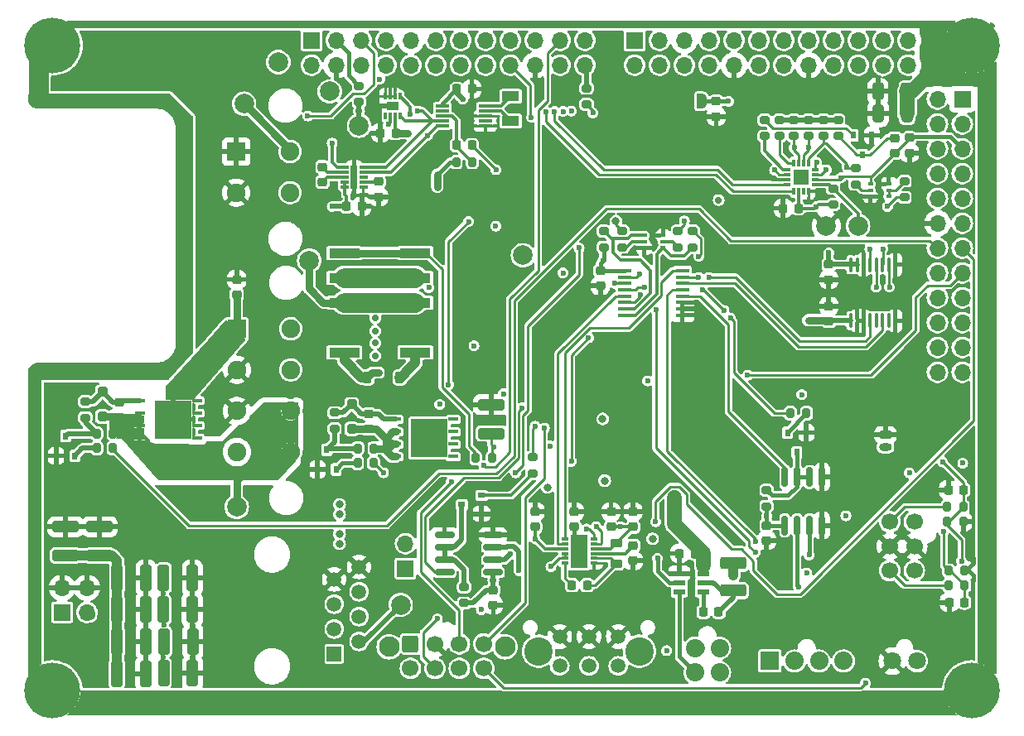
<source format=gbr>
%TF.GenerationSoftware,KiCad,Pcbnew,8.0.5*%
%TF.CreationDate,2024-12-26T16:36:04+00:00*%
%TF.ProjectId,mallow_adapt_v1.2,6d616c6c-6f77-45f6-9164-6170745f7631,rev?*%
%TF.SameCoordinates,Original*%
%TF.FileFunction,Copper,L4,Bot*%
%TF.FilePolarity,Positive*%
%FSLAX46Y46*%
G04 Gerber Fmt 4.6, Leading zero omitted, Abs format (unit mm)*
G04 Created by KiCad (PCBNEW 8.0.5) date 2024-12-26 16:36:04*
%MOMM*%
%LPD*%
G01*
G04 APERTURE LIST*
G04 Aperture macros list*
%AMRoundRect*
0 Rectangle with rounded corners*
0 $1 Rounding radius*
0 $2 $3 $4 $5 $6 $7 $8 $9 X,Y pos of 4 corners*
0 Add a 4 corners polygon primitive as box body*
4,1,4,$2,$3,$4,$5,$6,$7,$8,$9,$2,$3,0*
0 Add four circle primitives for the rounded corners*
1,1,$1+$1,$2,$3*
1,1,$1+$1,$4,$5*
1,1,$1+$1,$6,$7*
1,1,$1+$1,$8,$9*
0 Add four rect primitives between the rounded corners*
20,1,$1+$1,$2,$3,$4,$5,0*
20,1,$1+$1,$4,$5,$6,$7,0*
20,1,$1+$1,$6,$7,$8,$9,0*
20,1,$1+$1,$8,$9,$2,$3,0*%
%AMFreePoly0*
4,1,19,0.500000,-0.750000,0.000000,-0.750000,0.000000,-0.744911,-0.071157,-0.744911,-0.207708,-0.704816,-0.327430,-0.627875,-0.420627,-0.520320,-0.479746,-0.390866,-0.500000,-0.250000,-0.500000,0.250000,-0.479746,0.390866,-0.420627,0.520320,-0.327430,0.627875,-0.207708,0.704816,-0.071157,0.744911,0.000000,0.744911,0.000000,0.750000,0.500000,0.750000,0.500000,-0.750000,0.500000,-0.750000,
$1*%
%AMFreePoly1*
4,1,19,0.000000,0.744911,0.071157,0.744911,0.207708,0.704816,0.327430,0.627875,0.420627,0.520320,0.479746,0.390866,0.500000,0.250000,0.500000,-0.250000,0.479746,-0.390866,0.420627,-0.520320,0.327430,-0.627875,0.207708,-0.704816,0.071157,-0.744911,0.000000,-0.744911,0.000000,-0.750000,-0.500000,-0.750000,-0.500000,0.750000,0.000000,0.750000,0.000000,0.744911,0.000000,0.744911,
$1*%
G04 Aperture macros list end*
%TA.AperFunction,ComponentPad*%
%ADD10C,3.600000*%
%TD*%
%TA.AperFunction,ConnectorPad*%
%ADD11C,5.700000*%
%TD*%
%TA.AperFunction,SMDPad,CuDef*%
%ADD12RoundRect,0.150000X-0.150000X0.825000X-0.150000X-0.825000X0.150000X-0.825000X0.150000X0.825000X0*%
%TD*%
%TA.AperFunction,SMDPad,CuDef*%
%ADD13RoundRect,0.225000X-0.250000X0.225000X-0.250000X-0.225000X0.250000X-0.225000X0.250000X0.225000X0*%
%TD*%
%TA.AperFunction,SMDPad,CuDef*%
%ADD14R,0.300000X0.800000*%
%TD*%
%TA.AperFunction,SMDPad,CuDef*%
%ADD15R,0.800000X0.300000*%
%TD*%
%TA.AperFunction,SMDPad,CuDef*%
%ADD16R,1.500000X1.500000*%
%TD*%
%TA.AperFunction,SMDPad,CuDef*%
%ADD17RoundRect,0.250000X-0.325000X-1.100000X0.325000X-1.100000X0.325000X1.100000X-0.325000X1.100000X0*%
%TD*%
%TA.AperFunction,SMDPad,CuDef*%
%ADD18C,2.000000*%
%TD*%
%TA.AperFunction,SMDPad,CuDef*%
%ADD19FreePoly0,180.000000*%
%TD*%
%TA.AperFunction,SMDPad,CuDef*%
%ADD20FreePoly1,180.000000*%
%TD*%
%TA.AperFunction,SMDPad,CuDef*%
%ADD21RoundRect,0.200000X-0.200000X-0.275000X0.200000X-0.275000X0.200000X0.275000X-0.200000X0.275000X0*%
%TD*%
%TA.AperFunction,ComponentPad*%
%ADD22C,1.520000*%
%TD*%
%TA.AperFunction,ComponentPad*%
%ADD23C,2.909999*%
%TD*%
%TA.AperFunction,SMDPad,CuDef*%
%ADD24R,1.016000X0.406400*%
%TD*%
%TA.AperFunction,SMDPad,CuDef*%
%ADD25R,3.821000X3.908998*%
%TD*%
%TA.AperFunction,SMDPad,CuDef*%
%ADD26RoundRect,0.225000X0.250000X-0.225000X0.250000X0.225000X-0.250000X0.225000X-0.250000X-0.225000X0*%
%TD*%
%TA.AperFunction,ComponentPad*%
%ADD27R,1.875000X1.875000*%
%TD*%
%TA.AperFunction,ComponentPad*%
%ADD28C,1.875000*%
%TD*%
%TA.AperFunction,SMDPad,CuDef*%
%ADD29R,0.300000X0.750000*%
%TD*%
%TA.AperFunction,SMDPad,CuDef*%
%ADD30R,1.300000X0.900000*%
%TD*%
%TA.AperFunction,SMDPad,CuDef*%
%ADD31RoundRect,0.200000X-0.275000X0.200000X-0.275000X-0.200000X0.275000X-0.200000X0.275000X0.200000X0*%
%TD*%
%TA.AperFunction,ComponentPad*%
%ADD32C,1.800000*%
%TD*%
%TA.AperFunction,SMDPad,CuDef*%
%ADD33RoundRect,0.250000X1.100000X-0.325000X1.100000X0.325000X-1.100000X0.325000X-1.100000X-0.325000X0*%
%TD*%
%TA.AperFunction,SMDPad,CuDef*%
%ADD34R,0.600000X0.800000*%
%TD*%
%TA.AperFunction,ComponentPad*%
%ADD35R,1.700000X1.700000*%
%TD*%
%TA.AperFunction,ComponentPad*%
%ADD36O,1.700000X1.700000*%
%TD*%
%TA.AperFunction,SMDPad,CuDef*%
%ADD37RoundRect,0.200000X0.275000X-0.200000X0.275000X0.200000X-0.275000X0.200000X-0.275000X-0.200000X0*%
%TD*%
%TA.AperFunction,SMDPad,CuDef*%
%ADD38RoundRect,0.225000X0.225000X0.250000X-0.225000X0.250000X-0.225000X-0.250000X0.225000X-0.250000X0*%
%TD*%
%TA.AperFunction,SMDPad,CuDef*%
%ADD39RoundRect,0.250000X0.325000X0.650000X-0.325000X0.650000X-0.325000X-0.650000X0.325000X-0.650000X0*%
%TD*%
%TA.AperFunction,SMDPad,CuDef*%
%ADD40RoundRect,0.225000X-0.225000X-0.250000X0.225000X-0.250000X0.225000X0.250000X-0.225000X0.250000X0*%
%TD*%
%TA.AperFunction,SMDPad,CuDef*%
%ADD41RoundRect,0.250000X-0.312500X-0.625000X0.312500X-0.625000X0.312500X0.625000X-0.312500X0.625000X0*%
%TD*%
%TA.AperFunction,SMDPad,CuDef*%
%ADD42RoundRect,0.100000X-0.100000X0.637500X-0.100000X-0.637500X0.100000X-0.637500X0.100000X0.637500X0*%
%TD*%
%TA.AperFunction,ComponentPad*%
%ADD43R,1.500000X1.500000*%
%TD*%
%TA.AperFunction,ComponentPad*%
%ADD44C,1.500000*%
%TD*%
%TA.AperFunction,SMDPad,CuDef*%
%ADD45RoundRect,0.200000X0.200000X0.275000X-0.200000X0.275000X-0.200000X-0.275000X0.200000X-0.275000X0*%
%TD*%
%TA.AperFunction,SMDPad,CuDef*%
%ADD46RoundRect,0.250000X1.075000X-0.375000X1.075000X0.375000X-1.075000X0.375000X-1.075000X-0.375000X0*%
%TD*%
%TA.AperFunction,ComponentPad*%
%ADD47R,1.900000X1.900000*%
%TD*%
%TA.AperFunction,ComponentPad*%
%ADD48C,1.900000*%
%TD*%
%TA.AperFunction,SMDPad,CuDef*%
%ADD49R,0.600000X0.420000*%
%TD*%
%TA.AperFunction,SMDPad,CuDef*%
%ADD50O,0.600000X0.420000*%
%TD*%
%TA.AperFunction,SMDPad,CuDef*%
%ADD51R,1.800000X1.000000*%
%TD*%
%TA.AperFunction,ComponentPad*%
%ADD52RoundRect,0.250000X-0.600000X-0.600000X0.600000X-0.600000X0.600000X0.600000X-0.600000X0.600000X0*%
%TD*%
%TA.AperFunction,ComponentPad*%
%ADD53C,1.700000*%
%TD*%
%TA.AperFunction,ComponentPad*%
%ADD54C,2.100000*%
%TD*%
%TA.AperFunction,SMDPad,CuDef*%
%ADD55RoundRect,0.250000X0.250000X-0.250000X0.250000X0.250000X-0.250000X0.250000X-0.250000X-0.250000X0*%
%TD*%
%TA.AperFunction,SMDPad,CuDef*%
%ADD56R,1.800000X3.400000*%
%TD*%
%TA.AperFunction,SMDPad,CuDef*%
%ADD57R,0.850000X0.300000*%
%TD*%
%TA.AperFunction,SMDPad,CuDef*%
%ADD58R,0.690000X2.440000*%
%TD*%
%TA.AperFunction,SMDPad,CuDef*%
%ADD59R,1.475000X0.450000*%
%TD*%
%TA.AperFunction,SMDPad,CuDef*%
%ADD60R,0.800000X0.600000*%
%TD*%
%TA.AperFunction,SMDPad,CuDef*%
%ADD61R,3.160000X1.000000*%
%TD*%
%TA.AperFunction,SMDPad,CuDef*%
%ADD62RoundRect,0.225000X-0.225000X-0.375000X0.225000X-0.375000X0.225000X0.375000X-0.225000X0.375000X0*%
%TD*%
%TA.AperFunction,SMDPad,CuDef*%
%ADD63RoundRect,0.150000X-0.825000X-0.150000X0.825000X-0.150000X0.825000X0.150000X-0.825000X0.150000X0*%
%TD*%
%TA.AperFunction,SMDPad,CuDef*%
%ADD64R,1.250000X0.600000*%
%TD*%
%TA.AperFunction,SMDPad,CuDef*%
%ADD65RoundRect,0.218750X0.381250X-0.218750X0.381250X0.218750X-0.381250X0.218750X-0.381250X-0.218750X0*%
%TD*%
%TA.AperFunction,ComponentPad*%
%ADD66RoundRect,0.200000X-0.450000X0.200000X-0.450000X-0.200000X0.450000X-0.200000X0.450000X0.200000X0*%
%TD*%
%TA.AperFunction,ComponentPad*%
%ADD67O,1.300000X0.800000*%
%TD*%
%TA.AperFunction,SMDPad,CuDef*%
%ADD68R,1.400000X0.300000*%
%TD*%
%TA.AperFunction,ViaPad*%
%ADD69C,0.600000*%
%TD*%
%TA.AperFunction,ViaPad*%
%ADD70C,0.800000*%
%TD*%
%TA.AperFunction,ViaPad*%
%ADD71C,0.700000*%
%TD*%
%TA.AperFunction,Conductor*%
%ADD72C,0.250000*%
%TD*%
%TA.AperFunction,Conductor*%
%ADD73C,0.400000*%
%TD*%
%TA.AperFunction,Conductor*%
%ADD74C,0.300000*%
%TD*%
%TA.AperFunction,Conductor*%
%ADD75C,1.500000*%
%TD*%
%TA.AperFunction,Conductor*%
%ADD76C,2.000000*%
%TD*%
%TA.AperFunction,Conductor*%
%ADD77C,0.440000*%
%TD*%
%TA.AperFunction,Conductor*%
%ADD78C,0.430000*%
%TD*%
%TA.AperFunction,Conductor*%
%ADD79C,0.500000*%
%TD*%
%TA.AperFunction,Conductor*%
%ADD80C,0.750000*%
%TD*%
%TA.AperFunction,Conductor*%
%ADD81C,1.000000*%
%TD*%
G04 APERTURE END LIST*
D10*
%TO.P,H1,1,1*%
%TO.N,GND_CHASSIS*%
X218651085Y-61778600D03*
D11*
X218651085Y-61778600D03*
%TD*%
D10*
%TO.P,H4,1,1*%
%TO.N,GND_CHASSIS*%
X218651085Y-127778600D03*
D11*
X218651085Y-127778600D03*
%TD*%
D10*
%TO.P,H3,1,1*%
%TO.N,GND_CHASSIS*%
X124651095Y-127778600D03*
D11*
X124651095Y-127778600D03*
%TD*%
D10*
%TO.P,H2,1,1*%
%TO.N,GND_CHASSIS*%
X124651095Y-61778600D03*
D11*
X124651095Y-61778600D03*
%TD*%
D12*
%TO.P,U7,1,RO*%
%TO.N,UART_2_RX_1*%
X199496095Y-105928600D03*
%TO.P,U7,2,~{RE}*%
%TO.N,Net-(U7-DE)*%
X200766095Y-105928600D03*
%TO.P,U7,3,DE*%
X202036095Y-105928600D03*
%TO.P,U7,4,DI*%
%TO.N,GND*%
X203306095Y-105928600D03*
%TO.P,U7,5,GND*%
X203306095Y-110878600D03*
%TO.P,U7,6,A*%
%TO.N,/Rs485/RS485_A_1*%
X202036095Y-110878600D03*
%TO.P,U7,7,B*%
%TO.N,/Rs485/RS485_B_1*%
X200766095Y-110878600D03*
%TO.P,U7,8,VCC*%
%TO.N,/Rs485/RS485_V+*%
X199496095Y-110878600D03*
%TD*%
D13*
%TO.P,C24,1*%
%TO.N,Net-(IC2-VREG)*%
X158001095Y-75728600D03*
%TO.P,C24,2*%
%TO.N,GND*%
X158001095Y-77278600D03*
%TD*%
D14*
%TO.P,IC5,1,VSS*%
%TO.N,GND*%
X201951095Y-76703600D03*
%TO.P,IC5,2,NC*%
%TO.N,unconnected-(IC5-NC-Pad2)*%
X201451095Y-76703600D03*
%TO.P,IC5,3,VDD*%
%TO.N,+1V8*%
X200951095Y-76703600D03*
%TO.P,IC5,4,SCL*%
%TO.N,i2C_1_SCL_H*%
X200451095Y-76703600D03*
D15*
%TO.P,IC5,5,SDA*%
%TO.N,i2C_1_SDA_H*%
X199751095Y-76003600D03*
%TO.P,IC5,6,ADDR*%
%TO.N,GND*%
X199751095Y-75503600D03*
%TO.P,IC5,7,~{RESET}*%
%TO.N,+1V8*%
X199751095Y-75003600D03*
%TO.P,IC5,8,INT*%
%TO.N,Net-(IC5-INT)*%
X199751095Y-74503600D03*
D14*
%TO.P,IC5,9,GP0*%
%TO.N,BUTTON*%
X200451095Y-73803600D03*
%TO.P,IC5,10,GP1*%
%TO.N,ALARM*%
X200951095Y-73803600D03*
%TO.P,IC5,11,GP2*%
%TO.N,MOV_SENS*%
X201451095Y-73803600D03*
%TO.P,IC5,12,GP3*%
%TO.N,TOUCH_INT*%
X201951095Y-73803600D03*
D15*
%TO.P,IC5,13,GP4*%
%TO.N,A_MUX_OUT*%
X202651095Y-74503600D03*
%TO.P,IC5,14,GP5*%
%TO.N,B_MUX_OUT*%
X202651095Y-75003600D03*
%TO.P,IC5,15,GP6*%
%TO.N,WAKE_PIN*%
X202651095Y-75503600D03*
%TO.P,IC5,16,GP7*%
%TO.N,Net-(IC5-GP7)*%
X202651095Y-76003600D03*
D16*
%TO.P,IC5,17,EP*%
%TO.N,unconnected-(IC5-EP-Pad17)*%
X201201095Y-75253600D03*
%TD*%
D17*
%TO.P,C45,1*%
%TO.N,+12V*%
X136001095Y-119503600D03*
%TO.P,C45,2*%
%TO.N,GND*%
X138951095Y-119503600D03*
%TD*%
D18*
%TO.P,TP5,1,1*%
%TO.N,GND*%
X203751095Y-80253600D03*
%TD*%
D19*
%TO.P,JP2,1,A*%
%TO.N,Net-(JP2-A)*%
X191051095Y-67503600D03*
D20*
%TO.P,JP2,2,B*%
%TO.N,GND*%
X189751095Y-67503600D03*
%TD*%
D17*
%TO.P,C30,1*%
%TO.N,+12V*%
X131256095Y-126043600D03*
%TO.P,C30,2*%
%TO.N,GND*%
X134206095Y-126043600D03*
%TD*%
D21*
%TO.P,R17,1*%
%TO.N,Net-(J7-Pin_4)*%
X216101095Y-109003600D03*
%TO.P,R17,2*%
%TO.N,/Connectors/ADC4*%
X217751095Y-109003600D03*
%TD*%
D22*
%TO.P,J5,1,Pin_1*%
%TO.N,Net-(J5-Pin_1)*%
X176501097Y-125253599D03*
%TO.P,J5,2,Pin_2*%
%TO.N,RS232_TX*%
X179501096Y-125253599D03*
%TO.P,J5,3,Pin_3*%
%TO.N,RS232_RX*%
X182501095Y-125253599D03*
%TO.P,J5,4,Pin_4*%
%TO.N,GND*%
X176501097Y-122253600D03*
%TO.P,J5,5,Pin_5*%
X179501096Y-122253600D03*
%TO.P,J5,6,Pin_6*%
X182501095Y-122253600D03*
D23*
%TO.P,J5,P1,Pin_6*%
%TO.N,GND_CHASSIS*%
X174351099Y-123753599D03*
%TO.P,J5,P2,Pin_6*%
X184651093Y-123753599D03*
%TD*%
D24*
%TO.P,Q7,1,S*%
%TO.N,+24V*%
X133580095Y-101944418D03*
%TO.P,Q7,2,S*%
X133580095Y-100674418D03*
%TO.P,Q7,3,S*%
X133580095Y-99404418D03*
%TO.P,Q7,4,G*%
%TO.N,Net-(D2-A)*%
X133580095Y-98134418D03*
%TO.P,Q7,5,D*%
%TO.N,/Connectors/PRT_PWR*%
X139422095Y-98134418D03*
%TO.P,Q7,6,D*%
X139422095Y-99404418D03*
%TO.P,Q7,7,D*%
X139422095Y-100674418D03*
D25*
%TO.P,Q7,8,D*%
X137003595Y-100038117D03*
D24*
X139422095Y-101944418D03*
%TD*%
D26*
%TO.P,C78,1*%
%TO.N,Net-(U16-VEE)*%
X178001095Y-111028600D03*
%TO.P,C78,2*%
%TO.N,GND*%
X178001095Y-109478600D03*
%TD*%
D18*
%TO.P,TP3,1,1*%
%TO.N,+12V*%
X150901095Y-83803600D03*
%TD*%
%TO.P,TP13,1,1*%
%TO.N,+3.3VP*%
X172751095Y-83253600D03*
%TD*%
D17*
%TO.P,C44,1*%
%TO.N,+12V*%
X136026095Y-116253600D03*
%TO.P,C44,2*%
%TO.N,GND*%
X138976095Y-116253600D03*
%TD*%
D27*
%TO.P,J4,1,Pin_1*%
%TO.N,/Rs485/RS485_A_1*%
X198001095Y-124753600D03*
D28*
%TO.P,J4,2,Pin_2*%
%TO.N,/Rs485/RS485_B_1*%
X200501095Y-124753600D03*
%TO.P,J4,3,Pin_3*%
%TO.N,/Rs485/RS485_A_2*%
X203001095Y-124753600D03*
%TO.P,J4,4,Pin_4*%
%TO.N,/Rs485/RS485_B_2*%
X205501095Y-124753600D03*
%TD*%
D29*
%TO.P,U11,1,L*%
%TO.N,GND*%
X158701095Y-67003600D03*
%TO.P,U11,2,GND*%
X159201095Y-67003600D03*
%TO.P,U11,3,ADDR0*%
X159701095Y-67003600D03*
%TO.P,U11,4,SDA*%
%TO.N,i2C_1_SDA_H*%
X160201095Y-67003600D03*
%TO.P,U11,5,SCL*%
%TO.N,i2C_1_SCL_H*%
X160201095Y-69003600D03*
%TO.P,U11,6,VDD*%
%TO.N,+1V8_SB*%
X159701095Y-69003600D03*
%TO.P,U11,7,W*%
%TO.N,Net-(D8-K)*%
X159201095Y-69003600D03*
%TO.P,U11,8,H*%
%TO.N,unconnected-(U11-H-Pad8)*%
X158701095Y-69003600D03*
D30*
%TO.P,U11,9,EP*%
%TO.N,GND*%
X159451095Y-68003600D03*
%TD*%
D31*
%TO.P,R75,1*%
%TO.N,+1V8*%
X200451095Y-69428600D03*
%TO.P,R75,2*%
%TO.N,ALARM*%
X200451095Y-71078600D03*
%TD*%
D32*
%TO.P,J3,1,Pin_1*%
%TO.N,GND*%
X210501095Y-124753600D03*
%TO.P,J3,2,Pin_2*%
%TO.N,ALARM*%
X213001095Y-124753600D03*
%TD*%
D33*
%TO.P,C48,1*%
%TO.N,+12V*%
X126001095Y-113978600D03*
%TO.P,C48,2*%
%TO.N,GND*%
X126001095Y-111028600D03*
%TD*%
D17*
%TO.P,C40,1*%
%TO.N,+12V*%
X131276095Y-119503600D03*
%TO.P,C40,2*%
%TO.N,GND*%
X134226095Y-119503600D03*
%TD*%
%TO.P,C49,1*%
%TO.N,+12V*%
X131276095Y-122753600D03*
%TO.P,C49,2*%
%TO.N,GND*%
X134226095Y-122753600D03*
%TD*%
D34*
%TO.P,Q13,1*%
%TO.N,Net-(Q13-Pad1)*%
X153651095Y-105163600D03*
%TO.P,Q13,2*%
%TO.N,GND*%
X151751095Y-105163600D03*
%TO.P,Q13,3*%
%TO.N,Net-(Q13-Pad3)*%
X152701095Y-103143600D03*
%TD*%
D35*
%TO.P,X19,1,Pin_1*%
%TO.N,unconnected-(X19-Pin_1-Pad1)*%
X184171094Y-61278628D03*
D36*
%TO.P,X19,2,Pin_2*%
%TO.N,unconnected-(X19-Pin_2-Pad2)*%
X184171094Y-63818628D03*
%TO.P,X19,3,Pin_3*%
%TO.N,unconnected-(X19-Pin_3-Pad3)*%
X186711094Y-61278628D03*
%TO.P,X19,4,Pin_4*%
%TO.N,unconnected-(X19-Pin_4-Pad4)*%
X186711094Y-63818628D03*
%TO.P,X19,5,Pin_5*%
%TO.N,GND*%
X189251094Y-61278628D03*
%TO.P,X19,6,Pin_6*%
%TO.N,unconnected-(X19-Pin_6-Pad6)*%
X189251094Y-63818628D03*
%TO.P,X19,7,Pin_7*%
%TO.N,unconnected-(X19-Pin_7-Pad7)*%
X191791094Y-61278628D03*
%TO.P,X19,8,Pin_8*%
%TO.N,unconnected-(X19-Pin_8-Pad8)*%
X191791094Y-63818628D03*
%TO.P,X19,9,Pin_9*%
%TO.N,unconnected-(X19-Pin_9-Pad9)*%
X194331094Y-61278628D03*
%TO.P,X19,10,Pin_10*%
%TO.N,GND*%
X194331094Y-63818628D03*
%TO.P,X19,11,Pin_11*%
%TO.N,unconnected-(X19-Pin_11-Pad11)*%
X196871094Y-61278628D03*
%TO.P,X19,12,Pin_12*%
%TO.N,unconnected-(X19-Pin_12-Pad12)*%
X196871094Y-63818628D03*
%TO.P,X19,13,Pin_13*%
%TO.N,unconnected-(X19-Pin_13-Pad13)*%
X199411094Y-61278628D03*
%TO.P,X19,14,Pin_14*%
%TO.N,unconnected-(X19-Pin_14-Pad14)*%
X199411094Y-63818628D03*
%TO.P,X19,15,Pin_15*%
%TO.N,unconnected-(X19-Pin_15-Pad15)*%
X201951094Y-61278628D03*
%TO.P,X19,16,Pin_16*%
%TO.N,GND*%
X201951094Y-63818628D03*
%TO.P,X19,17,Pin_17*%
%TO.N,UART_1_RX*%
X204491094Y-61278628D03*
%TO.P,X19,18,Pin_18*%
%TO.N,UART_1_TX*%
X204491094Y-63818628D03*
%TO.P,X19,19,Pin_19*%
%TO.N,/Connectors/UART_1_RTS*%
X207031094Y-61278628D03*
%TO.P,X19,20,Pin_20*%
%TO.N,/Connectors/UART_1_CTS*%
X207031094Y-63818628D03*
%TO.P,X19,21,Pin_21*%
%TO.N,UART_2_RX*%
X209571094Y-61278628D03*
%TO.P,X19,22,Pin_22*%
%TO.N,UART_2_TX*%
X209571094Y-63818628D03*
%TO.P,X19,23,Pin_23*%
%TO.N,UART_2_RTS*%
X212111094Y-61278628D03*
%TO.P,X19,24,Pin_24*%
%TO.N,UART_2_CTS*%
X212111094Y-63818628D03*
%TD*%
D37*
%TO.P,R56,1*%
%TO.N,Net-(U6-G2)*%
X182913096Y-82428600D03*
%TO.P,R56,2*%
%TO.N,B_MUX_OUT*%
X182913096Y-80778600D03*
%TD*%
D38*
%TO.P,C19,1*%
%TO.N,/Connectors/ADC4*%
X217776095Y-107253600D03*
%TO.P,C19,2*%
%TO.N,GND*%
X216226095Y-107253600D03*
%TD*%
D39*
%TO.P,C51,1*%
%TO.N,GND_CHASSIS*%
X212001095Y-68753600D03*
%TO.P,C51,2*%
%TO.N,GND*%
X209051095Y-68753600D03*
%TD*%
D37*
%TO.P,R15,1*%
%TO.N,+3.3VP*%
X181001095Y-82428600D03*
%TO.P,R15,2*%
%TO.N,Net-(IC3-A)*%
X181001095Y-80778600D03*
%TD*%
D33*
%TO.P,C12,1*%
%TO.N,Net-(C12-Pad1)*%
X169501095Y-101478600D03*
%TO.P,C12,2*%
%TO.N,GND*%
X169501095Y-98528600D03*
%TD*%
D31*
%TO.P,R71,1*%
%TO.N,Net-(Q19-Pad1)*%
X197451095Y-69428600D03*
%TO.P,R71,2*%
%TO.N,Net-(IC5-INT)*%
X197451095Y-71078600D03*
%TD*%
D40*
%TO.P,C3,1*%
%TO.N,Net-(IC4-BOOT)*%
X191201095Y-119753600D03*
%TO.P,C3,2*%
%TO.N,Net-(IC4-SW)*%
X192751095Y-119753600D03*
%TD*%
D41*
%TO.P,R29,1*%
%TO.N,GND*%
X209038595Y-66503600D03*
%TO.P,R29,2*%
%TO.N,GND_CHASSIS*%
X211963595Y-66503600D03*
%TD*%
D42*
%TO.P,U17,1,VCCA*%
%TO.N,+1V8*%
X206251095Y-84228600D03*
%TO.P,U17,2,1DIR*%
X206901095Y-84228600D03*
%TO.P,U17,3,2DIR*%
%TO.N,GND*%
X207551095Y-84228600D03*
%TO.P,U17,4,1A1*%
%TO.N,UART_2_TX*%
X208201095Y-84228600D03*
%TO.P,U17,5,1A2*%
%TO.N,UART_2_RTS*%
X208851095Y-84228600D03*
%TO.P,U17,6,2A1*%
%TO.N,UART_2_RX*%
X209501095Y-84228600D03*
%TO.P,U17,7,2A2*%
%TO.N,UART_2_CTS*%
X210151095Y-84228600D03*
%TO.P,U17,8,GND*%
%TO.N,GND*%
X210801095Y-84228600D03*
%TO.P,U17,9,GND*%
X210801095Y-89953600D03*
%TO.P,U17,10,2B2*%
%TO.N,/UARTs/UART_2_CTS_H*%
X210151095Y-89953600D03*
%TO.P,U17,11,2B1*%
%TO.N,/UARTs/UART_2_RX_H*%
X209501095Y-89953600D03*
%TO.P,U17,12,1B2*%
%TO.N,/UARTs/UART_2_RTS_H*%
X208851095Y-89953600D03*
%TO.P,U17,13,1B1*%
%TO.N,/UARTs/UART_2_TX_H*%
X208201095Y-89953600D03*
%TO.P,U17,14,2~{OE}*%
%TO.N,GND*%
X207551095Y-89953600D03*
%TO.P,U17,15,1~{OE}*%
X206901095Y-89953600D03*
%TO.P,U17,16,VCCB*%
%TO.N,+3.3VP*%
X206251095Y-89953600D03*
%TD*%
D43*
%TO.P,J9,1*%
%TO.N,Net-(C60-Pad1)*%
X153461095Y-124023600D03*
D44*
%TO.P,J9,2*%
X156001095Y-122753600D03*
%TO.P,J9,3*%
%TO.N,/Rs485/RXD+*%
X153461095Y-121483600D03*
%TO.P,J9,4*%
%TO.N,/Rs485/T{slash}R-*%
X156001095Y-120213600D03*
%TO.P,J9,5*%
%TO.N,/Rs485/RXD+*%
X153461095Y-118943600D03*
%TO.P,J9,6*%
%TO.N,/Rs485/RXD-*%
X156001095Y-117673600D03*
%TO.P,J9,7*%
%TO.N,GND*%
X153461095Y-116403600D03*
%TO.P,J9,8*%
X156001095Y-115133600D03*
%TD*%
D45*
%TO.P,R68,1*%
%TO.N,Net-(C12-Pad1)*%
X169576095Y-104003600D03*
%TO.P,R68,2*%
%TO.N,Net-(RL1-NO_1)*%
X167926095Y-104003600D03*
%TD*%
D40*
%TO.P,C64,1*%
%TO.N,Net-(U10-~{INT})*%
X165976095Y-72003600D03*
%TO.P,C64,2*%
%TO.N,/Watchdog/WD{slash}INT*%
X167526095Y-72003600D03*
%TD*%
D18*
%TO.P,TP11,1,1*%
%TO.N,+24V*%
X143501095Y-109003600D03*
%TD*%
D26*
%TO.P,C16,1*%
%TO.N,/Connectors/PRT_PWR*%
X143501095Y-87278600D03*
%TO.P,C16,2*%
%TO.N,GND*%
X143501095Y-85728600D03*
%TD*%
D46*
%TO.P,L2,1,1*%
%TO.N,Net-(IC4-SW)*%
X194251095Y-117553600D03*
%TO.P,L2,2,2*%
%TO.N,/Connectors/Led*%
X194251095Y-114753600D03*
%TD*%
D47*
%TO.P,J1,1,Pin_1*%
%TO.N,GND*%
X143451095Y-72653600D03*
D48*
%TO.P,J1,2,Pin_2*%
X143451095Y-76853600D03*
%TO.P,J1,3,Pin_3*%
%TO.N,Net-(IC2-SENSEN)*%
X148951095Y-72653600D03*
%TO.P,J1,4,Pin_4*%
X148951095Y-76853600D03*
%TD*%
D31*
%TO.P,R77,1*%
%TO.N,+1V8*%
X203451095Y-69428600D03*
%TO.P,R77,2*%
%TO.N,TOUCH_INT*%
X203451095Y-71078600D03*
%TD*%
D26*
%TO.P,C73,1*%
%TO.N,+3.3VP*%
X184001095Y-111028600D03*
%TO.P,C73,2*%
%TO.N,GND*%
X184001095Y-109478600D03*
%TD*%
D37*
%TO.P,R54,1*%
%TO.N,Net-(U6-G1)*%
X188601096Y-82428600D03*
%TO.P,R54,2*%
%TO.N,A_MUX_OUT*%
X188601096Y-80778600D03*
%TD*%
%TO.P,R2,1*%
%TO.N,RS232_EN*%
X179251095Y-67828600D03*
%TO.P,R2,2*%
%TO.N,Net-(X10-Pin_24)*%
X179251095Y-66178600D03*
%TD*%
D45*
%TO.P,R24,1*%
%TO.N,+24V*%
X130851095Y-101483600D03*
%TO.P,R24,2*%
%TO.N,Net-(Q8-Pad3)*%
X129201095Y-101483600D03*
%TD*%
D49*
%TO.P,U14,1,S2*%
%TO.N,GND*%
X210151097Y-75953602D03*
D50*
%TO.P,U14,2,G2*%
%TO.N,Net-(U14-D1)*%
X210151097Y-76603601D03*
%TO.P,U14,3,D1*%
X210151097Y-77253600D03*
%TO.P,U14,4,S1*%
%TO.N,GND*%
X208251095Y-77253600D03*
%TO.P,U14,5,G1*%
%TO.N,Net-(U14-G1)*%
X208251095Y-76603601D03*
%TO.P,U14,6,D2*%
%TO.N,WAKE_PIN*%
X208251095Y-75953602D03*
%TD*%
D31*
%TO.P,R48,1*%
%TO.N,Net-(U4-DE)*%
X166726095Y-117178600D03*
%TO.P,R48,2*%
%TO.N,/Rs485/RS485_V+*%
X166726095Y-118828600D03*
%TD*%
D37*
%TO.P,R72,1*%
%TO.N,+1V8*%
X211751095Y-77328600D03*
%TO.P,R72,2*%
%TO.N,Net-(U14-D1)*%
X211751095Y-75678600D03*
%TD*%
D51*
%TO.P,Y1,1,1*%
%TO.N,Net-(U10-X2)*%
X171501095Y-69503600D03*
%TO.P,Y1,2,2*%
%TO.N,Net-(U10-X1)*%
X171501095Y-67003600D03*
%TD*%
D33*
%TO.P,C29,1*%
%TO.N,+12V*%
X129501095Y-113978600D03*
%TO.P,C29,2*%
%TO.N,GND*%
X129501095Y-111028600D03*
%TD*%
D26*
%TO.P,C79,1*%
%TO.N,+3.3VP*%
X204001095Y-90003600D03*
%TO.P,C79,2*%
%TO.N,GND*%
X204001095Y-88453600D03*
%TD*%
D52*
%TO.P,J6,1,Pin_1*%
%TO.N,Net-(J6-Pin_1)*%
X161251095Y-123003600D03*
D53*
%TO.P,J6,2,Pin_2*%
%TO.N,GND*%
X163751095Y-123003600D03*
%TO.P,J6,3,Pin_3*%
%TO.N,/Connectors/ADC1*%
X166251095Y-123003600D03*
%TO.P,J6,4,Pin_4*%
%TO.N,MOV_SENS*%
X168751095Y-123003600D03*
%TO.P,J6,5,Pin_5*%
%TO.N,UART_2_TX_PROG*%
X161251095Y-125503600D03*
%TO.P,J6,6,Pin_6*%
%TO.N,UART_2_RX_PROG*%
X163751095Y-125503600D03*
%TO.P,J6,7,Pin_7*%
%TO.N,/Connectors/PROG{slash}*%
X166251095Y-125503600D03*
%TO.P,J6,8,Pin_8*%
%TO.N,/Connectors/BOOT{slash}*%
X168751095Y-125503600D03*
D54*
%TO.P,J6,P1,Pin_8*%
%TO.N,GND_CHASSIS*%
X159081097Y-123293599D03*
%TO.P,J6,P2,Pin_8*%
X170921073Y-123293599D03*
%TD*%
D35*
%TO.P,X10,1,Pin_1*%
%TO.N,+5V*%
X151151095Y-61278600D03*
D36*
%TO.P,X10,2,Pin_2*%
%TO.N,/Connectors/+3.3V*%
X151151095Y-63818600D03*
%TO.P,X10,3,Pin_3*%
%TO.N,Net-(X10-Pin_3)*%
X153691095Y-61278600D03*
%TO.P,X10,4,Pin_4*%
%TO.N,GND*%
X153691095Y-63818600D03*
%TO.P,X10,5,Pin_5*%
%TO.N,/Connectors/ADC1*%
X156231095Y-61278600D03*
%TO.P,X10,6,Pin_6*%
%TO.N,/Connectors/ADC2*%
X156231095Y-63818600D03*
%TO.P,X10,7,Pin_7*%
%TO.N,/Connectors/ADC3*%
X158771095Y-61278600D03*
%TO.P,X10,8,Pin_8*%
%TO.N,/Connectors/ADC4*%
X158771095Y-63818600D03*
%TO.P,X10,9,Pin_9*%
%TO.N,GND*%
X161311095Y-61278600D03*
%TO.P,X10,10,Pin_10*%
%TO.N,/Connectors/i2C_1_SDA*%
X161311095Y-63818600D03*
%TO.P,X10,11,Pin_11*%
%TO.N,/Connectors/i2C_1_SCL*%
X163851095Y-61278600D03*
%TO.P,X10,12,Pin_12*%
%TO.N,unconnected-(X10-Pin_12-Pad12)*%
X163851095Y-63818600D03*
%TO.P,X10,13,Pin_13*%
%TO.N,unconnected-(X10-Pin_13-Pad13)*%
X166391095Y-61278600D03*
%TO.P,X10,14,Pin_14*%
%TO.N,unconnected-(X10-Pin_14-Pad14)*%
X166391095Y-63818600D03*
%TO.P,X10,15,Pin_15*%
%TO.N,unconnected-(X10-Pin_15-Pad15)*%
X168931095Y-61278600D03*
%TO.P,X10,16,Pin_16*%
%TO.N,unconnected-(X10-Pin_16-Pad16)*%
X168931095Y-63818600D03*
%TO.P,X10,17,Pin_17*%
%TO.N,unconnected-(X10-Pin_17-Pad17)*%
X171471095Y-61278600D03*
%TO.P,X10,18,Pin_18*%
%TO.N,/Connectors/PWM1*%
X171471095Y-63818600D03*
%TO.P,X10,19,Pin_19*%
%TO.N,/Connectors/PWM2*%
X174011095Y-61278600D03*
%TO.P,X10,20,Pin_20*%
%TO.N,GND*%
X174011095Y-63818600D03*
%TO.P,X10,21,Pin_21*%
%TO.N,/Connectors/PROG{slash}*%
X176551095Y-61278600D03*
%TO.P,X10,22,Pin_22*%
%TO.N,Kerong*%
X176551095Y-63818600D03*
%TO.P,X10,23,Pin_23*%
%TO.N,/Connectors/DC{slash}DC_EN*%
X179091095Y-61278600D03*
%TO.P,X10,24,Pin_24*%
%TO.N,Net-(X10-Pin_24)*%
X179091095Y-63818600D03*
%TD*%
D17*
%TO.P,C46,1*%
%TO.N,+12V*%
X136066095Y-122753600D03*
%TO.P,C46,2*%
%TO.N,GND*%
X139016095Y-122753600D03*
%TD*%
D40*
%TO.P,C18,1*%
%TO.N,+BATT+*%
X154726095Y-78253600D03*
%TO.P,C18,2*%
%TO.N,GND*%
X156276095Y-78253600D03*
%TD*%
D31*
%TO.P,R70,1*%
%TO.N,+1V8*%
X204951095Y-69428600D03*
%TO.P,R70,2*%
%TO.N,CTRL_WAKE*%
X204951095Y-71078600D03*
%TD*%
D38*
%TO.P,C15,1*%
%TO.N,/Connectors/ADC3*%
X217861812Y-118753600D03*
%TO.P,C15,2*%
%TO.N,GND*%
X216311812Y-118753600D03*
%TD*%
D37*
%TO.P,R57,1*%
%TO.N,+1V8*%
X204451095Y-78078600D03*
%TO.P,R57,2*%
%TO.N,Net-(IC5-GP7)*%
X204451095Y-76428600D03*
%TD*%
D24*
%TO.P,Q15,1,S*%
%TO.N,+24V*%
X159778095Y-103846200D03*
%TO.P,Q15,2,S*%
X159778095Y-102576200D03*
%TO.P,Q15,3,S*%
X159778095Y-101306200D03*
%TO.P,Q15,4,G*%
%TO.N,Net-(D6-A)*%
X159778095Y-100036200D03*
%TO.P,Q15,5,D*%
%TO.N,Net-(C60-Pad1)*%
X165620095Y-100036200D03*
%TO.P,Q15,6,D*%
X165620095Y-101306200D03*
%TO.P,Q15,7,D*%
X165620095Y-102576200D03*
D25*
%TO.P,Q15,8,D*%
X163201595Y-101939899D03*
D24*
X165620095Y-103846200D03*
%TD*%
D55*
%TO.P,D6,1,K*%
%TO.N,+24V*%
X155251095Y-101003600D03*
%TO.P,D6,2,A*%
%TO.N,Net-(D6-A)*%
X155251095Y-98503600D03*
%TD*%
D26*
%TO.P,C59,1*%
%TO.N,+24V*%
X157001095Y-101028600D03*
%TO.P,C59,2*%
%TO.N,Net-(D6-A)*%
X157001095Y-99478600D03*
%TD*%
D47*
%TO.P,J10,1,Pin_1*%
%TO.N,/Connectors/PRT_PWR*%
X143513596Y-90778600D03*
D48*
%TO.P,J10,2,Pin_2*%
%TO.N,GND*%
X143513596Y-94978600D03*
%TO.P,J10,3,Pin_3*%
X143513596Y-99178600D03*
%TO.P,J10,4,Pin_4*%
X143513596Y-103378600D03*
%TO.P,J10,5,Pin_5*%
%TO.N,Net-(IC1-OUT_1)*%
X149013596Y-90778600D03*
%TO.P,J10,6,Pin_6*%
X149013596Y-94978600D03*
%TO.P,J10,7,Pin_7*%
%TO.N,+24V*%
X149013596Y-99178600D03*
%TO.P,J10,8,Pin_8*%
X149013596Y-103378600D03*
%TD*%
D18*
%TO.P,TP4,1,1*%
%TO.N,Net-(IC5-GP7)*%
X207001095Y-80253600D03*
%TD*%
D15*
%TO.P,U16,1,RIN*%
%TO.N,RS232_TX*%
X180026095Y-112253600D03*
%TO.P,U16,2,TOUT*%
%TO.N,RS232_RX*%
X180026095Y-112753600D03*
%TO.P,U16,3,VCC*%
%TO.N,+3.3VP*%
X180026095Y-113253600D03*
%TO.P,U16,4,VDD*%
%TO.N,Net-(U16-VDD)*%
X180026095Y-113753600D03*
%TO.P,U16,5,SW*%
%TO.N,Net-(U16-SW)*%
X180026095Y-114253600D03*
%TO.P,U16,6,GND*%
%TO.N,GND*%
X180026095Y-114753600D03*
%TO.P,U16,7,CAP*%
%TO.N,Net-(U16-CAP)*%
X177026095Y-114753600D03*
%TO.P,U16,8,PS*%
%TO.N,RS232_EN*%
X177026095Y-114253600D03*
%TO.P,U16,9,MODE*%
X177026095Y-113753600D03*
%TO.P,U16,10,VL*%
%TO.N,+3.3VP*%
X177026095Y-113253600D03*
%TO.P,U16,11,TIN*%
%TO.N,/UARTs/UART_2_TX_SCAN*%
X177026095Y-112753600D03*
%TO.P,U16,12,ROUT*%
%TO.N,/UARTs/UART_2_RX_SCAN*%
X177026095Y-112253600D03*
D56*
%TO.P,U16,13,VEE*%
%TO.N,Net-(U16-VEE)*%
X178526095Y-113503600D03*
%TD*%
D18*
%TO.P,TP12,1,1*%
%TO.N,+1V8*%
X156001095Y-70003600D03*
%TD*%
D57*
%TO.P,IC2,1,VDD*%
%TO.N,+BATT+*%
X154551095Y-76253600D03*
%TO.P,IC2,2,SENSEP*%
X154551095Y-75753600D03*
%TO.P,IC2,3,CFP*%
%TO.N,Net-(IC2-CFP)*%
X154551095Y-75253600D03*
%TO.P,IC2,4,CFN*%
%TO.N,Net-(IC2-CFN)*%
X154551095Y-74753600D03*
%TO.P,IC2,5,SENSEN*%
%TO.N,Net-(IC2-SENSEN)*%
X154551095Y-74253600D03*
%TO.P,IC2,6,SCL*%
%TO.N,i2C_1_SCL_H*%
X156451095Y-74253600D03*
%TO.P,IC2,7,SDA*%
%TO.N,i2C_1_SDA_H*%
X156451095Y-74753600D03*
%TO.P,IC2,8,GPIO*%
%TO.N,unconnected-(IC2-GPIO-Pad8)*%
X156451095Y-75253600D03*
%TO.P,IC2,9,VREG*%
%TO.N,Net-(IC2-VREG)*%
X156451095Y-75753600D03*
%TO.P,IC2,10,GND*%
%TO.N,GND*%
X156451095Y-76253600D03*
D58*
%TO.P,IC2,11,EP*%
X155501095Y-75253600D03*
%TD*%
D59*
%TO.P,IC3,1,2Y0*%
%TO.N,/UARTs/UART_2_RX_SCAN*%
X189039096Y-84828600D03*
%TO.P,IC3,2,2Y2*%
%TO.N,UART_2_RX_2*%
X189039096Y-85478600D03*
%TO.P,IC3,3,2-COM*%
%TO.N,/UARTs/UART_2_RX_H*%
X189039096Y-86128600D03*
%TO.P,IC3,4,2Y3*%
%TO.N,UART_2_RX_PROG*%
X189039096Y-86778600D03*
%TO.P,IC3,5,2Y1*%
%TO.N,UART_2_RX_1*%
X189039096Y-87428600D03*
%TO.P,IC3,6,INH*%
%TO.N,GND*%
X189039096Y-88078600D03*
%TO.P,IC3,7,GND_1*%
X189039096Y-88728600D03*
%TO.P,IC3,8,GND_2*%
X189039096Y-89378600D03*
%TO.P,IC3,9,B*%
%TO.N,Net-(IC3-B)*%
X183163096Y-89378600D03*
%TO.P,IC3,10,A*%
%TO.N,Net-(IC3-A)*%
X183163096Y-88728600D03*
%TO.P,IC3,11,1Y3*%
%TO.N,UART_2_TX_PROG*%
X183163096Y-88078600D03*
%TO.P,IC3,12,1Y0*%
%TO.N,/UARTs/UART_2_TX_SCAN*%
X183163096Y-87428600D03*
%TO.P,IC3,13,1-COM*%
%TO.N,/UARTs/UART_2_TX_H*%
X183163096Y-86778600D03*
%TO.P,IC3,14,1Y1*%
%TO.N,UART_2_TX_1*%
X183163096Y-86128600D03*
%TO.P,IC3,15,1Y2*%
%TO.N,UART_2_TX_2*%
X183163096Y-85478600D03*
%TO.P,IC3,16,VCC*%
%TO.N,+3.3VP*%
X183163096Y-84828600D03*
%TD*%
D60*
%TO.P,Q12,1*%
%TO.N,Net-(Q12-Pad1)*%
X168521095Y-107803600D03*
%TO.P,Q12,2*%
%TO.N,GND*%
X168521095Y-109703600D03*
%TO.P,Q12,3*%
%TO.N,Net-(U4-DE)*%
X166501095Y-108753600D03*
%TD*%
D38*
%TO.P,C76,1*%
%TO.N,Net-(U16-SW)*%
X179301095Y-117003600D03*
%TO.P,C76,2*%
%TO.N,Net-(U16-CAP)*%
X177751095Y-117003600D03*
%TD*%
D17*
%TO.P,C27,1*%
%TO.N,+12V*%
X131276095Y-116253600D03*
%TO.P,C27,2*%
%TO.N,GND*%
X134226095Y-116253600D03*
%TD*%
D21*
%TO.P,R25,1*%
%TO.N,Net-(Q8-Pad1)*%
X129201095Y-102983600D03*
%TO.P,R25,2*%
%TO.N,/Connectors/PRT_CTRL*%
X130851095Y-102983600D03*
%TD*%
D45*
%TO.P,R51,1*%
%TO.N,+24V*%
X157526095Y-103003600D03*
%TO.P,R51,2*%
%TO.N,Net-(Q13-Pad3)*%
X155876095Y-103003600D03*
%TD*%
D31*
%TO.P,R74,1*%
%TO.N,+1V8*%
X198951095Y-69428600D03*
%TO.P,R74,2*%
%TO.N,BUTTON*%
X198951095Y-71078600D03*
%TD*%
D26*
%TO.P,C74,1*%
%TO.N,+3.3VP*%
X181751095Y-111028600D03*
%TO.P,C74,2*%
%TO.N,GND*%
X181751095Y-109478600D03*
%TD*%
D28*
%TO.P,J2,1,Pin_1*%
%TO.N,/Connectors/Led*%
X190341095Y-123433600D03*
%TO.P,J2,2,Pin_2*%
%TO.N,/Connectors/FB*%
X190341095Y-125933600D03*
%TO.P,J2,3,Pin_3*%
%TO.N,/Connectors/Led*%
X192841095Y-123433600D03*
%TO.P,J2,4,Pin_4*%
%TO.N,/Connectors/FB*%
X192841095Y-125933600D03*
%TD*%
D31*
%TO.P,R55,1*%
%TO.N,Net-(U7-DE)*%
X197651095Y-107278600D03*
%TO.P,R55,2*%
%TO.N,/Rs485/RS485_V+*%
X197651095Y-108928600D03*
%TD*%
%TO.P,R50,1*%
%TO.N,+3.3VP*%
X190101096Y-80778600D03*
%TO.P,R50,2*%
%TO.N,Net-(IC3-B)*%
X190101096Y-82428600D03*
%TD*%
D13*
%TO.P,C61,1*%
%TO.N,/Rs485/RS485_V+*%
X197651095Y-110878600D03*
%TO.P,C61,2*%
%TO.N,GND*%
X197651095Y-112428600D03*
%TD*%
D49*
%TO.P,U6,1,S2*%
%TO.N,GND*%
X185151095Y-82503599D03*
D50*
%TO.P,U6,2,G2*%
%TO.N,Net-(U6-G2)*%
X185151095Y-81853600D03*
%TO.P,U6,3,D1*%
%TO.N,Net-(IC3-A)*%
X185151095Y-81203601D03*
%TO.P,U6,4,S1*%
%TO.N,GND*%
X187051097Y-81203601D03*
%TO.P,U6,5,G1*%
%TO.N,Net-(U6-G1)*%
X187051097Y-81853600D03*
%TO.P,U6,6,D2*%
%TO.N,Net-(IC3-B)*%
X187051097Y-82503599D03*
%TD*%
D35*
%TO.P,X5,1,Pin_1*%
%TO.N,+12V*%
X125651123Y-119778596D03*
D36*
%TO.P,X5,2,Pin_2*%
X128191123Y-119778596D03*
%TO.P,X5,3,Pin_3*%
%TO.N,GND*%
X125651123Y-117238596D03*
%TO.P,X5,4,Pin_4*%
X128191123Y-117238596D03*
%TD*%
D45*
%TO.P,R20,1*%
%TO.N,GND*%
X217901095Y-115503600D03*
%TO.P,R20,2*%
%TO.N,/Connectors/ADC3*%
X216251095Y-115503600D03*
%TD*%
D34*
%TO.P,Q14,1*%
%TO.N,Net-(Q14-Pad1)*%
X199806690Y-101394537D03*
%TO.P,Q14,2*%
%TO.N,GND*%
X201706690Y-101394537D03*
%TO.P,Q14,3*%
%TO.N,Net-(U7-DE)*%
X200756690Y-103414537D03*
%TD*%
D13*
%TO.P,C11,1*%
%TO.N,+3.3VP*%
X180663096Y-84828600D03*
%TO.P,C11,2*%
%TO.N,GND*%
X180663096Y-86378600D03*
%TD*%
D61*
%TO.P,RL1,1,COIL_+*%
%TO.N,+BATT+*%
X154501095Y-93183600D03*
%TO.P,RL1,3,NC_1*%
%TO.N,+12V*%
X154501095Y-88103600D03*
%TO.P,RL1,4,COM_1*%
%TO.N,+BATT+*%
X154501095Y-85563600D03*
%TO.P,RL1,5,NO_1*%
%TO.N,Net-(RL1-NO_1)*%
X154501095Y-83023600D03*
%TO.P,RL1,8,NO_2*%
X161741095Y-83023600D03*
%TO.P,RL1,9,COM_2*%
%TO.N,+BATT+*%
X161741095Y-85563600D03*
%TO.P,RL1,10,NC_2*%
%TO.N,+12V*%
X161741095Y-88103600D03*
%TO.P,RL1,12,COIL_-*%
%TO.N,Net-(D7-A)*%
X161741095Y-93183600D03*
%TD*%
D18*
%TO.P,TP1,1,1*%
%TO.N,Net-(IC2-SENSEN)*%
X144251095Y-67753600D03*
%TD*%
D45*
%TO.P,R62,1*%
%TO.N,Net-(U10-~{INT})*%
X167582572Y-73712849D03*
%TO.P,R62,2*%
%TO.N,+3.3VP*%
X165932572Y-73712849D03*
%TD*%
D21*
%TO.P,R18,1*%
%TO.N,/Connectors/ADC4*%
X216101095Y-110503600D03*
%TO.P,R18,2*%
%TO.N,GND*%
X217751095Y-110503600D03*
%TD*%
D31*
%TO.P,R76,1*%
%TO.N,+1V8*%
X201951095Y-69428600D03*
%TO.P,R76,2*%
%TO.N,MOV_SENS*%
X201951095Y-71078600D03*
%TD*%
D37*
%TO.P,R52,1*%
%TO.N,Net-(Q13-Pad3)*%
X153501095Y-101003600D03*
%TO.P,R52,2*%
%TO.N,Net-(D6-A)*%
X153501095Y-99353600D03*
%TD*%
D62*
%TO.P,D7,1,K*%
%TO.N,+BATT+*%
X156851095Y-95753600D03*
%TO.P,D7,2,A*%
%TO.N,Net-(D7-A)*%
X160151095Y-95753600D03*
%TD*%
D13*
%TO.P,C77,1*%
%TO.N,+1V8*%
X204001095Y-84203600D03*
%TO.P,C77,2*%
%TO.N,GND*%
X204001095Y-85753600D03*
%TD*%
%TO.P,C56,1*%
%TO.N,/Rs485/RS485_V+*%
X169726095Y-117478600D03*
%TO.P,C56,2*%
%TO.N,GND*%
X169726095Y-119028600D03*
%TD*%
D45*
%TO.P,R49,1*%
%TO.N,Kerong*%
X157501095Y-104503600D03*
%TO.P,R49,2*%
%TO.N,Net-(Q13-Pad1)*%
X155851095Y-104503600D03*
%TD*%
D37*
%TO.P,R22,1*%
%TO.N,Net-(Q8-Pad3)*%
X128026095Y-99869418D03*
%TO.P,R22,2*%
%TO.N,Net-(D2-A)*%
X128026095Y-98219418D03*
%TD*%
D45*
%TO.P,R19,1*%
%TO.N,/Connectors/ADC3*%
X217901095Y-117003600D03*
%TO.P,R19,2*%
%TO.N,Net-(J7-Pin_6)*%
X216251095Y-117003600D03*
%TD*%
D55*
%TO.P,D2,1,K*%
%TO.N,+24V*%
X129776095Y-99733600D03*
%TO.P,D2,2,A*%
%TO.N,Net-(D2-A)*%
X129776095Y-97233600D03*
%TD*%
D38*
%TO.P,C65,1*%
%TO.N,+1V8_SB*%
X159751095Y-70753600D03*
%TO.P,C65,2*%
%TO.N,GND*%
X158201095Y-70753600D03*
%TD*%
%TO.P,C71,1*%
%TO.N,+1V8*%
X200903566Y-78448198D03*
%TO.P,C71,2*%
%TO.N,GND*%
X199353566Y-78448198D03*
%TD*%
D35*
%TO.P,X16,1,Pin_1*%
%TO.N,GND*%
X217651087Y-67278624D03*
D36*
%TO.P,X16,2,Pin_2*%
%TO.N,Net-(JP2-A)*%
X215111087Y-67278624D03*
%TO.P,X16,3,Pin_3*%
%TO.N,unconnected-(X16-Pin_3-Pad3)*%
X217651087Y-69818624D03*
%TO.P,X16,4,Pin_4*%
%TO.N,unconnected-(X16-Pin_4-Pad4)*%
X215111087Y-69818624D03*
%TO.P,X16,5,Pin_5*%
%TO.N,WAKE_PIN*%
X217651087Y-72358624D03*
%TO.P,X16,6,Pin_6*%
%TO.N,unconnected-(X16-Pin_6-Pad6)*%
X215111087Y-72358624D03*
%TO.P,X16,7,Pin_7*%
%TO.N,/Connectors/CTRL_SLEEP*%
X217651087Y-74898624D03*
%TO.P,X16,8,Pin_8*%
%TO.N,unconnected-(X16-Pin_8-Pad8)*%
X215111087Y-74898624D03*
%TO.P,X16,9,Pin_9*%
%TO.N,/Connectors/CTRL_RESET*%
X217651087Y-77438624D03*
%TO.P,X16,10,Pin_10*%
%TO.N,unconnected-(X16-Pin_10-Pad10)*%
X215111087Y-77438624D03*
%TO.P,X16,11,Pin_11*%
%TO.N,unconnected-(X16-Pin_11-Pad11)*%
X217651087Y-79978624D03*
%TO.P,X16,12,Pin_12*%
%TO.N,GND*%
X215111087Y-79978624D03*
%TO.P,X16,13,Pin_13*%
%TO.N,/Connectors/SCANNER_EN*%
X217651087Y-82518624D03*
%TO.P,X16,14,Pin_14*%
%TO.N,/Connectors/PRT_CTRL*%
X215111087Y-82518624D03*
%TO.P,X16,15,Pin_15*%
%TO.N,/Connectors/SENS_EN*%
X217651087Y-85058624D03*
%TO.P,X16,16,Pin_16*%
%TO.N,/Connectors/BOOT{slash}*%
X215111087Y-85058624D03*
%TO.P,X16,17,Pin_17*%
%TO.N,unconnected-(X16-Pin_17-Pad17)*%
X217651087Y-87598624D03*
%TO.P,X16,18,Pin_18*%
%TO.N,unconnected-(X16-Pin_18-Pad18)*%
X215111087Y-87598624D03*
%TO.P,X16,19,Pin_19*%
%TO.N,unconnected-(X16-Pin_19-Pad19)*%
X217651087Y-90138624D03*
%TO.P,X16,20,Pin_20*%
%TO.N,unconnected-(X16-Pin_20-Pad20)*%
X215111087Y-90138624D03*
%TO.P,X16,21,Pin_21*%
%TO.N,unconnected-(X16-Pin_21-Pad21)*%
X217651087Y-92678624D03*
%TO.P,X16,22,Pin_22*%
%TO.N,unconnected-(X16-Pin_22-Pad22)*%
X215111087Y-92678624D03*
%TO.P,X16,23,Pin_23*%
%TO.N,unconnected-(X16-Pin_23-Pad23)*%
X217651087Y-95218624D03*
%TO.P,X16,24,Pin_24*%
%TO.N,unconnected-(X16-Pin_24-Pad24)*%
X215111087Y-95218624D03*
%TD*%
D26*
%TO.P,C22,1*%
%TO.N,Net-(IC2-CFP)*%
X152251095Y-75778600D03*
%TO.P,C22,2*%
%TO.N,Net-(IC2-CFN)*%
X152251095Y-74228600D03*
%TD*%
%TO.P,C17,1*%
%TO.N,+24V*%
X131526095Y-99819418D03*
%TO.P,C17,2*%
%TO.N,Net-(D2-A)*%
X131526095Y-98269418D03*
%TD*%
D38*
%TO.P,C4,1*%
%TO.N,+12V*%
X190301095Y-113753600D03*
%TO.P,C4,2*%
%TO.N,GND*%
X188751095Y-113753600D03*
%TD*%
D37*
%TO.P,R44,1*%
%TO.N,Net-(Q12-Pad1)*%
X173751095Y-105578600D03*
%TO.P,R44,2*%
%TO.N,/Rs485/UART_1_TX_H*%
X173751095Y-103928600D03*
%TD*%
D53*
%TO.P,J7,1,Pin_1*%
%TO.N,/Connectors/BAT2_in*%
X212751095Y-110503600D03*
%TO.P,J7,2,Pin_2*%
%TO.N,GND*%
X212751095Y-113003600D03*
%TO.P,J7,3,Pin_3*%
%TO.N,/Connectors/BAT1_in*%
X212751095Y-115503600D03*
%TO.P,J7,4,Pin_4*%
%TO.N,Net-(J7-Pin_4)*%
X210251095Y-110503600D03*
%TO.P,J7,5,Pin_5*%
%TO.N,GND*%
X210251095Y-113003600D03*
%TO.P,J7,6,Pin_6*%
%TO.N,Net-(J7-Pin_6)*%
X210251095Y-115503600D03*
%TD*%
D63*
%TO.P,U4,1,RO*%
%TO.N,/Rs485/UART_1_RX_H*%
X164734193Y-115677257D03*
%TO.P,U4,2,~{RE}*%
%TO.N,Net-(U4-DE)*%
X164734193Y-114407257D03*
%TO.P,U4,3,DE*%
X164734193Y-113137257D03*
%TO.P,U4,4,DI*%
%TO.N,GND*%
X164734193Y-111867257D03*
%TO.P,U4,5,GND*%
X169684193Y-111867257D03*
%TO.P,U4,6,A*%
%TO.N,/Rs485/RS485_A_K*%
X169684193Y-113137257D03*
%TO.P,U4,7,B*%
%TO.N,/Rs485/RS485_B_K*%
X169684193Y-114407257D03*
%TO.P,U4,8,VCC*%
%TO.N,/Rs485/RS485_V+*%
X169684193Y-115677257D03*
%TD*%
D64*
%TO.P,IC4,1,FB*%
%TO.N,/Connectors/FB*%
X188726095Y-117703600D03*
%TO.P,IC4,2,DIM*%
%TO.N,Net-(IC4-DIM)*%
X188726095Y-116753600D03*
%TO.P,IC4,3,GND*%
%TO.N,GND*%
X188726095Y-115803600D03*
%TO.P,IC4,4,VIN*%
%TO.N,+12V*%
X191226095Y-115803600D03*
%TO.P,IC4,5,SW*%
%TO.N,Net-(IC4-SW)*%
X191226095Y-116753600D03*
%TO.P,IC4,6,BOOT*%
%TO.N,Net-(IC4-BOOT)*%
X191226095Y-117703600D03*
%TD*%
D65*
%TO.P,L1,1*%
%TO.N,Net-(U16-SW)*%
X182276095Y-114816100D03*
%TO.P,L1,2*%
%TO.N,+3.3VP*%
X182276095Y-112691100D03*
%TD*%
D13*
%TO.P,C20,1*%
%TO.N,Net-(JP2-A)*%
X192501095Y-67503600D03*
%TO.P,C20,2*%
%TO.N,GND*%
X192501095Y-69053600D03*
%TD*%
D26*
%TO.P,C2,1*%
%TO.N,WAKE_PIN*%
X210751095Y-72828600D03*
%TO.P,C2,2*%
%TO.N,CTRL_WAKE*%
X210751095Y-71278600D03*
%TD*%
D18*
%TO.P,TP9,1,1*%
%TO.N,+5V*%
X147751095Y-63503600D03*
%TD*%
D40*
%TO.P,C67,1*%
%TO.N,+1V8*%
X165976095Y-66253600D03*
%TO.P,C67,2*%
%TO.N,GND*%
X167526095Y-66253600D03*
%TD*%
D18*
%TO.P,TP2,1,1*%
%TO.N,Net-(C60-Pad1)*%
X160251095Y-119003600D03*
%TD*%
D17*
%TO.P,C33,1*%
%TO.N,+12V*%
X136031095Y-125983600D03*
%TO.P,C33,2*%
%TO.N,GND*%
X138981095Y-125983600D03*
%TD*%
D26*
%TO.P,C80,1*%
%TO.N,+3.3VP*%
X174001095Y-111028600D03*
%TO.P,C80,2*%
%TO.N,GND*%
X174001095Y-109478600D03*
%TD*%
D66*
%TO.P,J11,1,Pin_1*%
%TO.N,GND*%
X209801095Y-101628600D03*
D67*
%TO.P,J11,2,Pin_2*%
%TO.N,TOUCH_INT*%
X209801095Y-102878600D03*
%TD*%
D34*
%TO.P,Q19,1*%
%TO.N,Net-(Q19-Pad1)*%
X206501095Y-70993600D03*
%TO.P,Q19,2*%
%TO.N,GND*%
X208401095Y-70993600D03*
%TO.P,Q19,3*%
%TO.N,CTRL_WAKE*%
X207451095Y-73013600D03*
%TD*%
D31*
%TO.P,R73,1*%
%TO.N,TOUCH_INT*%
X206751095Y-74353600D03*
%TO.P,R73,2*%
%TO.N,Net-(U14-G1)*%
X206751095Y-76003600D03*
%TD*%
D68*
%TO.P,U10,1,X1*%
%TO.N,Net-(U10-X1)*%
X168901095Y-68003600D03*
%TO.P,U10,2,X2*%
%TO.N,Net-(U10-X2)*%
X168901095Y-68503600D03*
%TO.P,U10,3,VBACKUP*%
%TO.N,GND*%
X168901095Y-69003600D03*
%TO.P,U10,4,~{RST}*%
%TO.N,unconnected-(U10-~{RST}-Pad4)*%
X168901095Y-69503600D03*
%TO.P,U10,5,GND*%
%TO.N,GND*%
X168901095Y-70003600D03*
%TO.P,U10,6,SDA*%
%TO.N,i2C_1_SDA_H*%
X164501095Y-70003600D03*
%TO.P,U10,7,SCL*%
%TO.N,i2C_1_SCL_H*%
X164501095Y-69503600D03*
%TO.P,U10,8,~{INT}*%
%TO.N,Net-(U10-~{INT})*%
X164501095Y-69003600D03*
%TO.P,U10,9,SQW*%
%TO.N,unconnected-(U10-SQW-Pad9)*%
X164501095Y-68503600D03*
%TO.P,U10,10,VCC*%
%TO.N,+1V8*%
X164501095Y-68003600D03*
%TD*%
D13*
%TO.P,C1,1*%
%TO.N,WAKE_PIN*%
X212251095Y-71228600D03*
%TO.P,C1,2*%
%TO.N,GND*%
X212251095Y-72778600D03*
%TD*%
D45*
%TO.P,R53,1*%
%TO.N,Net-(Q14-Pad1)*%
X201726095Y-99403600D03*
%TO.P,R53,2*%
%TO.N,UART_2_TX_1*%
X200076095Y-99403600D03*
%TD*%
D34*
%TO.P,Q8,1*%
%TO.N,Net-(Q8-Pad1)*%
X126951095Y-103763600D03*
%TO.P,Q8,2*%
%TO.N,GND*%
X125051095Y-103763600D03*
%TO.P,Q8,3*%
%TO.N,Net-(Q8-Pad3)*%
X126001095Y-101743600D03*
%TD*%
D18*
%TO.P,TP10,1,1*%
%TO.N,/Connectors/+3.3V*%
X153001095Y-66503600D03*
%TD*%
D13*
%TO.P,C75,1*%
%TO.N,Net-(U16-VDD)*%
X184026095Y-112953600D03*
%TO.P,C75,2*%
%TO.N,GND*%
X184026095Y-114503600D03*
%TD*%
D37*
%TO.P,R1,1*%
%TO.N,+1V8*%
X156001095Y-67578600D03*
%TO.P,R1,2*%
%TO.N,Net-(X10-Pin_3)*%
X156001095Y-65928600D03*
%TD*%
D35*
%TO.P,JP1,1,Pin_1*%
%TO.N,/Rs485/T{slash}R-*%
X160751095Y-115278600D03*
D36*
%TO.P,JP1,2,Pin_2*%
%TO.N,/Rs485/RXD-*%
X160751095Y-112738600D03*
%TD*%
D69*
%TO.N,GND*%
X150725060Y-125570414D03*
X165251095Y-117503600D03*
X201751095Y-79753600D03*
X194251095Y-73753600D03*
X183827597Y-79384895D03*
X166901095Y-69503600D03*
X156251095Y-109503600D03*
X151751095Y-106253600D03*
X204251095Y-120503600D03*
X207430390Y-68788608D03*
X216346049Y-88890542D03*
X208501095Y-88503600D03*
X175251095Y-111503600D03*
X200092687Y-108627490D03*
X132780669Y-119502710D03*
X153251095Y-86753600D03*
X187419679Y-79332626D03*
X209501095Y-92753600D03*
X159751095Y-121503600D03*
X193598326Y-78690297D03*
X137525809Y-126014809D03*
X164001095Y-71753600D03*
X182501095Y-101503600D03*
X206751095Y-94503600D03*
X165001095Y-77253600D03*
X211001095Y-94253600D03*
X126001095Y-112503600D03*
X208501095Y-96253600D03*
X214751095Y-107253600D03*
X183751095Y-77003600D03*
X217001095Y-123253600D03*
X210501095Y-98503600D03*
X216301784Y-73605912D03*
X216361875Y-94128863D03*
X156251095Y-97253600D03*
X175251095Y-109503600D03*
X175251095Y-93753600D03*
X129001095Y-126861204D03*
X137525809Y-116282285D03*
X203921263Y-108645809D03*
X199251095Y-82503600D03*
X212001095Y-84253600D03*
X210501095Y-66503600D03*
X198001095Y-75253600D03*
X183973122Y-107135267D03*
X182751095Y-62503600D03*
X218631360Y-105924573D03*
X216352473Y-83781124D03*
X200501095Y-81003600D03*
X174339366Y-114530255D03*
X161843737Y-81935125D03*
X164251095Y-82003600D03*
X189001095Y-72253600D03*
X214751095Y-103003600D03*
X207332187Y-71823271D03*
X169483031Y-99333333D03*
X179336581Y-109499309D03*
X162501095Y-120503600D03*
X174751095Y-86253600D03*
X143261950Y-125725811D03*
X172501095Y-96753600D03*
X201759598Y-121803555D03*
X182251095Y-91503600D03*
X159001095Y-98503600D03*
X137454561Y-122751635D03*
X186001095Y-81253600D03*
X179501095Y-104503600D03*
X197665727Y-113628855D03*
X213001095Y-96253600D03*
X195751095Y-80503600D03*
X168501095Y-108753600D03*
X218631360Y-101633963D03*
X203358700Y-77086141D03*
X216361875Y-97135754D03*
X158942425Y-80010013D03*
X216501095Y-112753600D03*
X166006847Y-94226786D03*
X160001095Y-72003600D03*
X198251095Y-78503600D03*
X183086881Y-106217374D03*
X194611174Y-79819200D03*
X216330223Y-91485964D03*
X161991716Y-84045801D03*
X144802064Y-124211308D03*
X166001095Y-79003600D03*
X168096673Y-102542357D03*
X172501095Y-91503600D03*
X164754412Y-110532461D03*
X188251095Y-90503600D03*
X199198131Y-120503600D03*
X167501095Y-65003600D03*
X137525809Y-119502710D03*
X188001095Y-65253600D03*
X185464457Y-79338733D03*
X204001095Y-87003600D03*
X164124489Y-73570114D03*
X199596049Y-72287081D03*
X156251095Y-108003600D03*
X186001095Y-73753600D03*
X197251095Y-73753600D03*
X132752170Y-126000559D03*
X179756136Y-107061089D03*
X170101095Y-77703600D03*
X217001095Y-121003600D03*
X159501095Y-77253600D03*
X151751095Y-97003600D03*
X178751095Y-89753600D03*
X190501095Y-65253600D03*
X196501095Y-72253600D03*
X155501095Y-77003600D03*
X213001095Y-101003600D03*
X155501095Y-73253600D03*
X179501095Y-98753600D03*
X151751095Y-107753600D03*
X184049944Y-115820414D03*
X161518791Y-73693781D03*
X151501095Y-88753600D03*
X179941090Y-115835463D03*
X171501095Y-112003600D03*
X182251095Y-95503600D03*
X216301784Y-76217160D03*
X171501095Y-106753600D03*
X193501095Y-72253600D03*
X132766420Y-122837133D03*
X190501095Y-88303600D03*
X151751095Y-95003600D03*
X165104516Y-64968736D03*
X213001095Y-107253600D03*
X178702245Y-87389292D03*
X198001095Y-65253600D03*
X204001095Y-73003600D03*
X156251095Y-106503600D03*
X132752170Y-116239536D03*
X216751095Y-100003600D03*
X170251095Y-65003600D03*
%TO.N,GND_CHASSIS*%
X198701095Y-129103600D03*
X194701095Y-129103600D03*
X122801095Y-122003600D03*
X128251095Y-95003600D03*
X132652448Y-59661607D03*
X188701095Y-129103600D03*
X220201095Y-96003600D03*
X138101095Y-80003600D03*
X220201095Y-98003600D03*
X138652448Y-59661607D03*
X134251095Y-95003600D03*
X137501095Y-93753600D03*
X190652448Y-59661607D03*
X122801095Y-114003600D03*
X156652448Y-59661607D03*
X182701095Y-129103600D03*
X150652448Y-59661607D03*
X130251095Y-95003600D03*
X123251095Y-67503600D03*
X186701095Y-129103600D03*
X148701095Y-129103600D03*
X131301095Y-67503600D03*
X188652448Y-59661607D03*
X212701095Y-129103600D03*
X220201095Y-104003600D03*
X122801095Y-108003600D03*
X184701095Y-129103600D03*
X220201095Y-80003600D03*
X152701095Y-129103600D03*
X212652448Y-59661607D03*
X194652448Y-59661607D03*
X122801095Y-120003600D03*
X220201095Y-112003600D03*
X132701095Y-129103600D03*
X138101095Y-76003600D03*
X138103337Y-92013824D03*
X184652448Y-59661607D03*
X133301095Y-67503600D03*
X168652448Y-59661607D03*
X154701095Y-129103600D03*
X129301095Y-67503600D03*
X122801095Y-118003600D03*
X136701095Y-129103600D03*
X202652448Y-59661607D03*
X220201095Y-88003600D03*
X176652448Y-59661607D03*
X202701095Y-129103600D03*
X136652448Y-59661607D03*
X220201095Y-68003600D03*
X220201095Y-108003600D03*
X164652448Y-59661607D03*
X220201095Y-114003600D03*
X123251095Y-65503600D03*
X122801095Y-112003600D03*
X137251095Y-68253600D03*
X122801095Y-106003600D03*
X182652448Y-59661607D03*
X220201095Y-76003600D03*
X144701095Y-129103600D03*
X162701095Y-129103600D03*
X138101095Y-72003600D03*
X138101095Y-86003600D03*
X148652448Y-59661607D03*
X208652448Y-59661607D03*
X130652448Y-59661607D03*
X172701095Y-129103600D03*
X220201095Y-116003600D03*
X140701095Y-129103600D03*
X122801095Y-124003600D03*
X220199859Y-120003599D03*
X174701095Y-129103600D03*
X196701095Y-129103600D03*
X206652448Y-59661607D03*
X214652448Y-59661607D03*
X144652448Y-59661607D03*
X166652448Y-59661607D03*
X146701095Y-129103600D03*
X168701095Y-129103600D03*
X138101095Y-70003600D03*
X132251095Y-95003600D03*
X220201095Y-92003600D03*
X138101095Y-78003600D03*
X122801095Y-104003600D03*
X166701095Y-129103600D03*
X128652448Y-59661607D03*
X142652448Y-59661607D03*
X220201095Y-70003600D03*
X220201095Y-78003600D03*
X122801095Y-110003600D03*
X162652448Y-59661607D03*
X186652448Y-59661607D03*
X178701095Y-129103600D03*
X220201095Y-74003600D03*
X160701095Y-129103600D03*
X122801095Y-96003600D03*
X220201095Y-66003600D03*
X220201095Y-102003600D03*
X200652448Y-59661607D03*
X170652448Y-59661607D03*
X220201095Y-118003600D03*
X124251095Y-95003600D03*
X190701095Y-129103600D03*
X220201095Y-100003600D03*
X138103337Y-90013824D03*
X122801095Y-98003600D03*
X146652448Y-59661607D03*
X204652448Y-59661607D03*
X127301095Y-67503600D03*
X196652448Y-59661607D03*
X198652448Y-59661607D03*
X154652448Y-59661607D03*
X158652448Y-59661607D03*
X220201095Y-84003600D03*
X220201095Y-86003600D03*
X138101095Y-82003600D03*
X214701095Y-129103600D03*
X138701095Y-129103600D03*
X134701095Y-129103600D03*
X152652448Y-59661607D03*
X122801095Y-102003600D03*
X220201095Y-94003600D03*
X138101095Y-74003600D03*
X220199859Y-124003599D03*
X140652448Y-59661607D03*
X220201095Y-82003600D03*
X210701095Y-129103600D03*
X138101095Y-84003600D03*
X130701095Y-129103600D03*
X134652448Y-59661607D03*
X206701095Y-129103600D03*
X160652448Y-59661607D03*
X176701095Y-129103600D03*
X220199859Y-122003599D03*
X220201095Y-106003600D03*
X122801095Y-116003600D03*
X192652448Y-59661607D03*
X135301095Y-67503600D03*
X122801095Y-100003600D03*
X126251095Y-95003600D03*
X200701095Y-129103600D03*
X220201095Y-110003600D03*
X158701095Y-129103600D03*
X210652448Y-59661607D03*
X220201095Y-90003600D03*
X125301095Y-67503600D03*
X204701095Y-129103600D03*
X170701095Y-129103600D03*
X180652448Y-59661607D03*
X174652448Y-59661607D03*
X156701095Y-129103600D03*
X164701095Y-129103600D03*
X192701095Y-129103600D03*
X178652448Y-59661607D03*
X142701095Y-129103600D03*
X136251095Y-95003600D03*
X172652448Y-59661607D03*
X208701095Y-129103600D03*
X220201095Y-72003600D03*
X180701095Y-129103600D03*
X138101095Y-88003600D03*
X150701095Y-129103600D03*
%TO.N,WAKE_PIN*%
X205251095Y-75322849D03*
D70*
%TO.N,+5V*%
X147751095Y-63503600D03*
X186001095Y-112253600D03*
D69*
%TO.N,/Connectors/ADC1*%
X165434153Y-106436658D03*
X150751095Y-69003600D03*
D70*
%TO.N,/Connectors/+3.3V*%
X153543595Y-66211100D03*
D69*
X217701095Y-104503600D03*
%TO.N,/Connectors/ADC4*%
X217576924Y-114528600D03*
X215626095Y-104378600D03*
X176859153Y-68545542D03*
%TO.N,/Connectors/ADC3*%
X158126095Y-65253600D03*
X215751095Y-111503600D03*
X177701095Y-68503600D03*
%TO.N,UART_2_RX*%
X209526095Y-82603600D03*
%TO.N,UART_2_TX*%
X208201095Y-82603600D03*
%TO.N,Net-(JP2-A)*%
X193751095Y-67503600D03*
%TO.N,+3.3VP*%
X169976095Y-80278600D03*
X164001095Y-75003600D03*
X167751095Y-92503600D03*
X164001095Y-75628600D03*
X182751095Y-111028600D03*
X190701095Y-83378600D03*
X174001095Y-112253600D03*
X170751095Y-97429051D03*
D70*
X180901095Y-100003600D03*
D69*
X201901095Y-89903600D03*
X180919595Y-83822100D03*
D70*
X172751095Y-83253600D03*
D69*
X164001095Y-76253600D03*
D70*
X181101095Y-106303600D03*
D71*
%TO.N,/Connectors/PRT_PWR*%
X137003595Y-100038117D03*
X137001095Y-99003600D03*
X137001095Y-101003600D03*
D70*
%TO.N,/Rs485/RS485_V+*%
X175251095Y-107003600D03*
D69*
X201751095Y-115753600D03*
D71*
X169726095Y-116503600D03*
D69*
X197651095Y-109903600D03*
X205751095Y-109903600D03*
D71*
%TO.N,Net-(C60-Pad1)*%
X163251095Y-101878600D03*
X163251095Y-102753600D03*
X163251095Y-101003600D03*
%TO.N,+1V8*%
X192751095Y-77603600D03*
D69*
X202738595Y-78291100D03*
X199701095Y-69428600D03*
X204001095Y-83003600D03*
X166619867Y-67298656D03*
X198466475Y-74538220D03*
D71*
X156001095Y-68503600D03*
D69*
X210001095Y-78253600D03*
D70*
%TO.N,+BATT+*%
X157667761Y-85563600D03*
D71*
X158001095Y-95253600D03*
D69*
X153251095Y-78253600D03*
D70*
X156751095Y-85563600D03*
X159501095Y-85563600D03*
X158584427Y-85563600D03*
D69*
%TO.N,+1V8_SB*%
X161001095Y-70753600D03*
X164251095Y-98503600D03*
X163126095Y-86563602D03*
%TO.N,Net-(D8-K)*%
X159036791Y-69842840D03*
%TO.N,+24V*%
X158751095Y-103253600D03*
D71*
X132751095Y-101253600D03*
X133580095Y-101253600D03*
D69*
X158751095Y-102003600D03*
D71*
X132751095Y-100003600D03*
X133580095Y-100003600D03*
D70*
%TO.N,+12V*%
X157751095Y-88103600D03*
D69*
X131267088Y-117807592D03*
D70*
X154001095Y-108753600D03*
X158751095Y-88103600D03*
D69*
X131254422Y-121107182D03*
X136011932Y-124384556D03*
D70*
X154001095Y-111753600D03*
X154001095Y-109753600D03*
D69*
X136030931Y-121097632D03*
D70*
X154001095Y-112753600D03*
X156751095Y-88103600D03*
D71*
X188251095Y-108753600D03*
D69*
X136021431Y-117829708D03*
D71*
X188255143Y-109503600D03*
D70*
X159751095Y-88103600D03*
D69*
X127751095Y-114003600D03*
D71*
X188251095Y-108003600D03*
D69*
X131276095Y-124503600D03*
D71*
%TO.N,Net-(IC1-OUT_1)*%
X157651095Y-92243600D03*
X157651095Y-90993600D03*
X157651095Y-93543600D03*
X157651095Y-89693600D03*
D69*
%TO.N,/Rs485/RS485_A_K*%
X172326095Y-115503600D03*
%TO.N,/Rs485/RS485_A_1*%
X202001095Y-113903600D03*
%TO.N,/Rs485/RS485_B_1*%
X200901095Y-117178600D03*
%TO.N,Net-(D7-A)*%
X161251095Y-94753600D03*
%TO.N,i2C_1_SCL_H*%
X162001095Y-68503600D03*
X175062620Y-68565125D03*
%TO.N,RS232_RX*%
X180251095Y-111003600D03*
%TO.N,RS232_TX*%
X179251095Y-111253600D03*
%TO.N,/UARTs/UART_2_TX_H*%
X191751095Y-85503600D03*
X185151096Y-86522838D03*
%TO.N,UART_2_TX_PROG*%
X186344717Y-88847222D03*
X196501095Y-113628600D03*
X187443037Y-123695542D03*
X184751095Y-87253600D03*
%TO.N,RS232_EN*%
X179901095Y-68703600D03*
X177701095Y-104328600D03*
X179448485Y-91700990D03*
X175601093Y-115103600D03*
%TO.N,/Rs485/UART_1_TX_H*%
X174001095Y-100753600D03*
%TO.N,/Connectors/SCANNER_EN*%
X186301095Y-110503600D03*
%TO.N,Kerong*%
X158501095Y-105503600D03*
X172001095Y-105503600D03*
X178501095Y-82503600D03*
%TO.N,/Connectors/SENS_EN*%
X195701095Y-95503600D03*
%TO.N,/Watchdog/WD{slash}INT*%
X170001095Y-74503600D03*
%TO.N,WD_OUT*%
X167201095Y-79803600D03*
X165130537Y-96499158D03*
%TO.N,A_MUX_OUT*%
X189251095Y-79753600D03*
X202751095Y-73753600D03*
%TO.N,B_MUX_OUT*%
X203751095Y-74503600D03*
D70*
X182251095Y-79753600D03*
D69*
%TO.N,/Rs485/UART_1_RX_H*%
X172626095Y-98878600D03*
%TO.N,/Rs485/RS485_B_K*%
X171501095Y-113753600D03*
%TO.N,UART_2_RX_PROG*%
X196501095Y-112503600D03*
X164001095Y-120428599D03*
%TO.N,/Connectors/PWM1*%
X173616475Y-69153600D03*
X185501095Y-96103600D03*
X176848712Y-85072099D03*
%TO.N,MOV_SENS*%
X201951095Y-72253600D03*
X174934153Y-100936658D03*
%TO.N,ALARM*%
X200476095Y-72253600D03*
%TO.N,TOUCH_INT*%
X205876095Y-74228600D03*
%TO.N,i2C_1_SDA_H*%
X161251095Y-68853600D03*
X175988356Y-68558629D03*
X163001095Y-71003600D03*
%TO.N,Net-(IC2-SENSEN)*%
X153251095Y-71791100D03*
%TO.N,Net-(J6-Pin_1)*%
X175559153Y-102753600D03*
%TO.N,UART_2_RX_2*%
X190701095Y-85503600D03*
X193301095Y-88903600D03*
X191101095Y-86753600D03*
%TO.N,UART_2_TX_1*%
X182151095Y-86135690D03*
X193953920Y-89672541D03*
%TO.N,UART_2_TX_2*%
X201251095Y-97503600D03*
X184666475Y-85168980D03*
%TO.N,UART_2_RTS*%
X208848874Y-86518452D03*
%TO.N,UART_2_CTS*%
X210201095Y-86503600D03*
%TO.N,/Connectors/Led*%
X194251095Y-116003600D03*
%TO.N,Net-(IC4-DIM)*%
X186501095Y-114253600D03*
%TO.N,/Connectors/PROG{slash}*%
X168751095Y-104753600D03*
X168501095Y-119503600D03*
%TO.N,/Connectors/BOOT{slash}*%
X212251095Y-105503600D03*
X207751095Y-127003600D03*
%TO.N,Net-(C12-Pad1)*%
X169739539Y-102876484D03*
%TD*%
D72*
%TO.N,GND*%
X168901095Y-69003600D02*
X167501095Y-69003600D01*
X167251095Y-69253600D02*
X167251095Y-69640056D01*
D73*
X218751095Y-116003600D02*
X218751095Y-116503600D01*
D74*
X198251095Y-75503600D02*
X198001095Y-75253600D01*
D73*
X217901095Y-115503600D02*
X218251095Y-115503600D01*
X218751095Y-114753600D02*
X218751095Y-114253600D01*
X218001095Y-115503600D02*
X218751095Y-114753600D01*
D72*
X168901095Y-69003600D02*
X170251095Y-69003600D01*
D73*
X218251095Y-115503600D02*
X218751095Y-116003600D01*
D72*
X166887551Y-70003600D02*
X166874632Y-70016519D01*
X167501095Y-69003600D02*
X167251095Y-69253600D01*
X167251095Y-69640056D02*
X166874632Y-70016519D01*
D73*
X217901095Y-115503600D02*
X218001095Y-115503600D01*
D72*
X168901095Y-70003600D02*
X166887551Y-70003600D01*
D74*
X199751095Y-75503600D02*
X198251095Y-75503600D01*
D75*
%TO.N,GND_CHASSIS*%
X212001095Y-66541100D02*
X211963595Y-66503600D01*
X212001095Y-68753600D02*
X212001095Y-66541100D01*
X212526095Y-66503600D02*
X211963595Y-66503600D01*
D76*
X123251093Y-64444683D02*
X123251097Y-67153599D01*
X124651095Y-61778600D02*
X123251093Y-63178602D01*
D75*
X217251095Y-61778600D02*
X212526095Y-66503600D01*
D76*
X123251093Y-63178602D02*
X123251093Y-64444683D01*
X123251095Y-63278604D02*
X123251095Y-64444683D01*
D75*
X218651085Y-61778600D02*
X217251095Y-61778600D01*
D72*
%TO.N,WAKE_PIN*%
X205464808Y-75178385D02*
X205139593Y-75503600D01*
X208538595Y-75041100D02*
X208251095Y-75328600D01*
D73*
X212371071Y-71108624D02*
X212201095Y-71278600D01*
D72*
X210751095Y-72828600D02*
X209238595Y-74341100D01*
X212251095Y-71328600D02*
X210751095Y-72828600D01*
X208401310Y-75178385D02*
X205464808Y-75178385D01*
X208251095Y-75328600D02*
X208251095Y-75953602D01*
X212251095Y-71228600D02*
X212251095Y-71328600D01*
X209238595Y-74341100D02*
X208401310Y-75178385D01*
D73*
X216401087Y-71108624D02*
X212371071Y-71108624D01*
X217651087Y-72358624D02*
X216401087Y-71108624D01*
D72*
X205139593Y-75503600D02*
X202651095Y-75503600D01*
%TO.N,/Connectors/ADC1*%
X156492887Y-66761808D02*
X157506207Y-65748488D01*
X157506207Y-64989604D02*
X157506207Y-62553712D01*
X157501095Y-65512484D02*
X157501095Y-64994716D01*
X162301095Y-109569716D02*
X165434153Y-106436658D01*
X157506207Y-62553712D02*
X156231095Y-61278600D01*
X166251095Y-119576604D02*
X162301095Y-115626604D01*
X157506207Y-65517596D02*
X157501095Y-65512484D01*
X162301095Y-115626604D02*
X162301095Y-109569716D01*
X157506207Y-65748488D02*
X157506207Y-65517596D01*
X155339688Y-66761808D02*
X156492887Y-66761808D01*
X157501095Y-64994716D02*
X157506207Y-64989604D01*
X153097896Y-69003600D02*
X155339688Y-66761808D01*
X150751095Y-69003600D02*
X153097896Y-69003600D01*
X166251095Y-123003600D02*
X166251095Y-119576604D01*
%TO.N,/Connectors/ADC4*%
X217576924Y-112329429D02*
X216101095Y-110853600D01*
X216101095Y-110853600D02*
X216101095Y-110503600D01*
X216101095Y-110503600D02*
X216251095Y-110503600D01*
X216251095Y-110503600D02*
X217751095Y-109003600D01*
X215501095Y-104253600D02*
X217776095Y-106528600D01*
X217576924Y-114528600D02*
X217576924Y-112329429D01*
X217751095Y-107278600D02*
X217776095Y-107253600D01*
X217776095Y-106528600D02*
X217776095Y-107253600D01*
X217751095Y-109003600D02*
X217751095Y-107278600D01*
%TO.N,/Connectors/ADC3*%
X215751095Y-115003600D02*
X216251095Y-115503600D01*
X216401095Y-115503600D02*
X217901095Y-117003600D01*
X217901095Y-117003600D02*
X217901095Y-118714317D01*
X217861812Y-119142883D02*
X217861812Y-118753600D01*
X217901095Y-118714317D02*
X217861812Y-118753600D01*
X215751095Y-111503600D02*
X215751095Y-115003600D01*
X216251095Y-115503600D02*
X216401095Y-115503600D01*
%TO.N,UART_2_RX*%
X209526095Y-82603600D02*
X209526095Y-84203600D01*
X209526095Y-84203600D02*
X209501095Y-84228600D01*
%TO.N,UART_2_TX*%
X208201095Y-82603600D02*
X208201095Y-84228600D01*
D77*
%TO.N,Net-(X10-Pin_3)*%
X154961370Y-62548875D02*
X153691095Y-61278600D01*
D78*
X153691095Y-61278600D02*
X153735870Y-61233825D01*
X153735870Y-61233825D02*
X153750870Y-61233825D01*
D77*
X154961370Y-64888875D02*
X154961370Y-62548875D01*
X156001095Y-65928600D02*
X154961370Y-64888875D01*
D73*
%TO.N,Net-(JP2-A)*%
X192501095Y-67503600D02*
X193751095Y-67503600D01*
X191051095Y-67503600D02*
X192501095Y-67503600D01*
%TO.N,+3.3VP*%
X180919595Y-83822100D02*
X180919596Y-83822100D01*
D74*
X174001095Y-112253600D02*
X175001095Y-113253600D01*
D73*
X180663096Y-84828600D02*
X181413096Y-84828600D01*
X180919595Y-83822101D02*
X180919595Y-83822100D01*
D79*
X206251095Y-89953600D02*
X204051095Y-89953600D01*
D80*
X203901095Y-89903600D02*
X204001095Y-90003600D01*
D73*
X183163096Y-84828600D02*
X181413096Y-84828600D01*
D74*
X182751095Y-111028600D02*
X181751095Y-111028600D01*
D80*
X201901095Y-89903600D02*
X203901095Y-89903600D01*
D73*
X165932572Y-73712849D02*
X165291846Y-73712849D01*
X165291846Y-73712849D02*
X164001095Y-75003600D01*
D74*
X174001095Y-112253600D02*
X174001095Y-111028600D01*
X182751095Y-111028600D02*
X184001095Y-111028600D01*
D72*
X190101096Y-80778600D02*
X190901096Y-81578600D01*
D73*
X180919596Y-83822100D02*
X181001095Y-83740601D01*
D74*
X175001095Y-113253600D02*
X177026095Y-113253600D01*
D72*
X190901096Y-83178599D02*
X190701095Y-83378600D01*
D80*
X164001095Y-75003600D02*
X164001095Y-76253600D01*
D79*
X204051095Y-89953600D02*
X204001095Y-90003600D01*
D74*
X181713595Y-113253600D02*
X182276095Y-112691100D01*
D73*
X180663096Y-84828600D02*
X180663096Y-84078600D01*
X180663096Y-84078600D02*
X180919595Y-83822101D01*
D74*
X182338595Y-112691100D02*
X182276095Y-112691100D01*
D72*
X190901096Y-81578600D02*
X190901096Y-83178599D01*
D74*
X184001095Y-111028600D02*
X182338595Y-112691100D01*
X180026095Y-113253600D02*
X181713595Y-113253600D01*
D73*
X181001095Y-83740601D02*
X181001095Y-82428600D01*
D72*
%TO.N,CTRL_WAKE*%
X207451095Y-73013600D02*
X208241095Y-73013600D01*
X210026095Y-71278600D02*
X210751095Y-71278600D01*
X210001095Y-71253600D02*
X210026095Y-71278600D01*
X207451095Y-73013600D02*
X206886095Y-73013600D01*
X206886095Y-73013600D02*
X204951095Y-71078600D01*
X208241095Y-73013600D02*
X210001095Y-71253600D01*
D80*
%TO.N,/Connectors/PRT_PWR*%
X143501095Y-87278600D02*
X143501095Y-90766099D01*
X143501095Y-90766099D02*
X143513596Y-90778600D01*
D79*
%TO.N,/Rs485/RS485_V+*%
X169001095Y-117478600D02*
X169726095Y-117478600D01*
X166726095Y-118828600D02*
X167651095Y-118828600D01*
D73*
X197651095Y-110878600D02*
X199496095Y-110878600D01*
D79*
X169726095Y-117478600D02*
X169726095Y-116503600D01*
X169726095Y-115719159D02*
X169684193Y-115677257D01*
X169726095Y-116503600D02*
X169726095Y-115719159D01*
D73*
X197651095Y-109903600D02*
X197651095Y-110878600D01*
D79*
X167651095Y-118828600D02*
X169001095Y-117478600D01*
D73*
X197651095Y-108928600D02*
X197651095Y-109903600D01*
D79*
%TO.N,Net-(D2-A)*%
X130811913Y-98269418D02*
X129776095Y-97233600D01*
X131526095Y-98269418D02*
X130811913Y-98269418D01*
X133580095Y-98134418D02*
X131661095Y-98134418D01*
X131661095Y-98134418D02*
X131526095Y-98269418D01*
X128026095Y-98219418D02*
X128790277Y-98219418D01*
X128790277Y-98219418D02*
X129776095Y-97233600D01*
%TO.N,Net-(D6-A)*%
X153501095Y-99353600D02*
X154401095Y-99353600D01*
X157001095Y-99478600D02*
X156226095Y-99478600D01*
X154401095Y-99353600D02*
X155251095Y-98503600D01*
X157976095Y-99478600D02*
X157001095Y-99478600D01*
X159778095Y-100036200D02*
X158533695Y-100036200D01*
X156226095Y-99478600D02*
X155251095Y-98503600D01*
X158533695Y-100036200D02*
X157976095Y-99478600D01*
%TO.N,Net-(C60-Pad1)*%
X160251095Y-119003600D02*
X156501095Y-122753600D01*
X156501095Y-122753600D02*
X156001095Y-122753600D01*
%TO.N,+1V8*%
X204001095Y-83003600D02*
X204001095Y-84203600D01*
D74*
X202951095Y-78078600D02*
X204451095Y-78078600D01*
D73*
X164503722Y-67731227D02*
X164501095Y-67728600D01*
D72*
X198931855Y-75003600D02*
X198466475Y-74538220D01*
X210926095Y-77328600D02*
X211751095Y-77328600D01*
D79*
X156001095Y-68503600D02*
X156001095Y-67578600D01*
X165976095Y-66253600D02*
X165976095Y-66654884D01*
X165976095Y-66654884D02*
X166619867Y-67298656D01*
X204951095Y-69428600D02*
X199701095Y-69428600D01*
X156001095Y-68503600D02*
X156001095Y-70003600D01*
D74*
X200951095Y-76703600D02*
X200951095Y-78453600D01*
D79*
X199701095Y-69428600D02*
X198951095Y-69428600D01*
X204001095Y-84203600D02*
X206876095Y-84203600D01*
D73*
X164503722Y-67940541D02*
X164503722Y-67731227D01*
D72*
X199751095Y-75003600D02*
X198931855Y-75003600D01*
D73*
X164501095Y-67728600D02*
X165976095Y-66253600D01*
D74*
X202738595Y-78291100D02*
X202951095Y-78078600D01*
X200951095Y-78453600D02*
X202576095Y-78453600D01*
D79*
X206876095Y-84203600D02*
X206901095Y-84228600D01*
D72*
X210001095Y-78253600D02*
X210926095Y-77328600D01*
D74*
X202576095Y-78453600D02*
X202738595Y-78291100D01*
%TO.N,Net-(U10-~{INT})*%
X165976095Y-69478600D02*
X165976095Y-72003600D01*
X165976095Y-72106372D02*
X167582572Y-73712849D01*
X165501095Y-69003600D02*
X165976095Y-69478600D01*
X164501095Y-69003600D02*
X165501095Y-69003600D01*
X165976095Y-72003600D02*
X165976095Y-72106372D01*
%TO.N,Net-(IC2-CFN)*%
X154551095Y-74753600D02*
X152776095Y-74753600D01*
X152776095Y-74753600D02*
X152251095Y-74228600D01*
%TO.N,Net-(IC2-CFP)*%
X154551095Y-75253600D02*
X152776095Y-75253600D01*
X152776095Y-75253600D02*
X152251095Y-75778600D01*
D76*
%TO.N,+BATT+*%
X159501095Y-85563600D02*
X158501095Y-85563600D01*
D81*
X156251095Y-95753600D02*
X154501095Y-94003600D01*
D76*
X157501095Y-85563600D02*
X156751095Y-85563600D01*
X156751095Y-85563600D02*
X154501095Y-85563600D01*
D74*
X154551095Y-76253600D02*
X154551095Y-77053600D01*
D76*
X158501095Y-85563600D02*
X157501095Y-85563600D01*
D74*
X154551095Y-76253600D02*
X154551095Y-75753600D01*
D81*
X154501095Y-94003600D02*
X154501095Y-93183600D01*
X156851095Y-95753600D02*
X156251095Y-95753600D01*
D79*
X153251095Y-78253600D02*
X154726095Y-78253600D01*
D74*
X154551095Y-77053600D02*
X154726095Y-77228600D01*
X154726095Y-77228600D02*
X154726095Y-78253600D01*
D80*
X157351095Y-95253600D02*
X156851095Y-95753600D01*
X158001095Y-95253600D02*
X157351095Y-95253600D01*
D76*
X161741095Y-85563600D02*
X159501095Y-85563600D01*
D74*
%TO.N,Net-(IC2-VREG)*%
X156451095Y-75753600D02*
X158226095Y-75753600D01*
D80*
%TO.N,+1V8_SB*%
X161001095Y-70753600D02*
X159751095Y-70753600D01*
D74*
X159701095Y-69003600D02*
X159701095Y-70703600D01*
X159701095Y-70703600D02*
X159751095Y-70753600D01*
%TO.N,Net-(D8-K)*%
X159201095Y-69678536D02*
X159201095Y-69003600D01*
X159036791Y-69842840D02*
X159201095Y-69678536D01*
D79*
%TO.N,+24V*%
X133580095Y-100674418D02*
X133421913Y-100674418D01*
D80*
X130851095Y-99833600D02*
X130751095Y-99733600D01*
X130751095Y-99733600D02*
X131440277Y-99733600D01*
X159343695Y-103846200D02*
X158751095Y-103253600D01*
X158501095Y-103003600D02*
X158751095Y-103253600D01*
X159778095Y-102576200D02*
X159428495Y-102576200D01*
X143501095Y-106253600D02*
X146376095Y-103378600D01*
X155251095Y-101003600D02*
X157751095Y-101003600D01*
X157526095Y-103003600D02*
X158501095Y-103003600D01*
D79*
X133580095Y-101944418D02*
X133441913Y-101944418D01*
D80*
X131440277Y-99733600D02*
X131526095Y-99819418D01*
X158751095Y-102003600D02*
X158751095Y-103253600D01*
X157751095Y-101003600D02*
X158751095Y-102003600D01*
D79*
X133580095Y-100674418D02*
X133330277Y-100674418D01*
D80*
X146376095Y-103378600D02*
X149013596Y-103378600D01*
X129776095Y-99733600D02*
X130751095Y-99733600D01*
X159778095Y-103846200D02*
X159343695Y-103846200D01*
X133395913Y-99819418D02*
X133580095Y-100003600D01*
X159448495Y-101306200D02*
X158751095Y-102003600D01*
X131526095Y-99819418D02*
X133395913Y-99819418D01*
X159778095Y-102576200D02*
X159323695Y-102576200D01*
X159323695Y-102576200D02*
X158751095Y-102003600D01*
X159428495Y-102576200D02*
X158751095Y-103253600D01*
X159778095Y-101306200D02*
X159448495Y-101306200D01*
X143501095Y-109003600D02*
X143501095Y-106253600D01*
X130851095Y-101483600D02*
X130851095Y-99833600D01*
D76*
%TO.N,+12V*%
X159751095Y-88103600D02*
X158751095Y-88103600D01*
D81*
X128501095Y-120088568D02*
X128191123Y-119778596D01*
X130726095Y-113978600D02*
X131256095Y-114508600D01*
D75*
X188251095Y-110753600D02*
X191226095Y-113728600D01*
D81*
X129501095Y-113978600D02*
X130726095Y-113978600D01*
X131256095Y-114508600D02*
X131256095Y-126043600D01*
D80*
X150901095Y-83803600D02*
X150901095Y-86653600D01*
D75*
X191226095Y-113728600D02*
X191226095Y-115003600D01*
D76*
X158751095Y-88103600D02*
X157751095Y-88103600D01*
D80*
X150901095Y-86653600D02*
X152351095Y-88103600D01*
D75*
X188251095Y-108003600D02*
X188251095Y-110753600D01*
D76*
X156751095Y-88103600D02*
X154501095Y-88103600D01*
X157751095Y-88103600D02*
X156751095Y-88103600D01*
D80*
X152351095Y-88103600D02*
X154501095Y-88103600D01*
D81*
X126001095Y-113978600D02*
X129501095Y-113978600D01*
D76*
X161741095Y-88103600D02*
X159751095Y-88103600D01*
D74*
%TO.N,Net-(U16-VDD)*%
X183226095Y-113753600D02*
X184026095Y-112953600D01*
X180026095Y-113753600D02*
X183226095Y-113753600D01*
D72*
%TO.N,Net-(U16-SW)*%
X179301095Y-117003600D02*
X180088595Y-117003600D01*
X180088595Y-117003600D02*
X182276095Y-114816100D01*
X180026095Y-114253600D02*
X181713595Y-114253600D01*
X181713595Y-114253600D02*
X182276095Y-114816100D01*
%TO.N,Net-(U16-CAP)*%
X177026095Y-114753600D02*
X177026095Y-116278600D01*
X177026095Y-116278600D02*
X177751095Y-117003600D01*
D73*
%TO.N,Net-(U16-VEE)*%
X178001095Y-112978600D02*
X178526095Y-113503600D01*
X178001095Y-111028600D02*
X178001095Y-112978600D01*
D79*
%TO.N,/Rs485/RS485_A_K*%
X171056777Y-113137257D02*
X169684193Y-113137257D01*
X171190434Y-113003600D02*
X171056777Y-113137257D01*
X171811756Y-113003600D02*
X171190434Y-113003600D01*
X172326095Y-115503600D02*
X172326095Y-113517939D01*
X172326095Y-113517939D02*
X171811756Y-113003600D01*
D73*
%TO.N,/Rs485/RS485_A_1*%
X202001095Y-111888599D02*
X202036095Y-111853599D01*
X202001095Y-113903600D02*
X202001095Y-111888599D01*
X202036095Y-111853599D02*
X202036095Y-110878600D01*
D79*
%TO.N,/Rs485/RS485_B_1*%
X200116095Y-124368600D02*
X200501095Y-124753600D01*
D73*
X200766095Y-117043600D02*
X200901095Y-117178600D01*
X200766095Y-110878600D02*
X200766095Y-117043600D01*
D81*
%TO.N,Net-(D7-A)*%
X160251095Y-95753600D02*
X161251095Y-94753600D01*
X161741095Y-94243600D02*
X161741095Y-93183600D01*
X160151095Y-95753600D02*
X160251095Y-95753600D01*
X161751095Y-94253600D02*
X161741095Y-94243600D01*
X161251095Y-94753600D02*
X161751095Y-94253600D01*
D74*
%TO.N,i2C_1_SCL_H*%
X162001095Y-68503600D02*
X162501095Y-68503600D01*
X158751095Y-74253600D02*
X163001095Y-70003600D01*
D72*
X180501095Y-75003600D02*
X192501095Y-75003600D01*
D74*
X162501095Y-68503600D02*
X163501095Y-69503600D01*
X156451095Y-74253600D02*
X158751095Y-74253600D01*
X160701095Y-69503600D02*
X160201095Y-69003600D01*
X163501095Y-69503600D02*
X163001095Y-70003600D01*
D72*
X194201095Y-76703600D02*
X200451095Y-76703600D01*
X175062620Y-68565125D02*
X175062620Y-69565125D01*
D74*
X164501095Y-69503600D02*
X163501095Y-69503600D01*
D72*
X192501095Y-75003600D02*
X194201095Y-76703600D01*
X175062620Y-69565125D02*
X180501095Y-75003600D01*
D74*
X163251095Y-69503600D02*
X160701095Y-69503600D01*
D72*
%TO.N,RS232_RX*%
X180026095Y-112753600D02*
X180726095Y-112753600D01*
X180751095Y-111503600D02*
X180251095Y-111003600D01*
X180726095Y-112753600D02*
X180751095Y-112728600D01*
X180751095Y-112728600D02*
X180751095Y-111503600D01*
%TO.N,RS232_TX*%
X179526095Y-111253600D02*
X179251095Y-111253600D01*
X180026095Y-111753600D02*
X179526095Y-111253600D01*
X180026095Y-112253600D02*
X180026095Y-111753600D01*
D74*
%TO.N,Net-(IC5-GP7)*%
X207001095Y-78978600D02*
X207001095Y-80253600D01*
X204026095Y-76003600D02*
X204451095Y-76428600D01*
X202651095Y-76003600D02*
X204026095Y-76003600D01*
X204451095Y-76428600D02*
X207001095Y-78978600D01*
D72*
%TO.N,/UARTs/UART_2_TX_H*%
X183163096Y-86778600D02*
X184226095Y-86778600D01*
X208201095Y-91553600D02*
X208201095Y-89953600D01*
X184481857Y-86522838D02*
X185151096Y-86522838D01*
X184226095Y-86778600D02*
X184481857Y-86522838D01*
X191751095Y-85503600D02*
X194501095Y-85503600D01*
X207751095Y-92003600D02*
X208201095Y-91553600D01*
X194501095Y-85503600D02*
X201001095Y-92003600D01*
X201001095Y-92003600D02*
X207751095Y-92003600D01*
%TO.N,UART_2_TX_PROG*%
X186344717Y-102947222D02*
X186344717Y-88847222D01*
X184150596Y-88078600D02*
X184751095Y-87478101D01*
X183163096Y-88078600D02*
X184150596Y-88078600D01*
X196501095Y-113628600D02*
X195876095Y-113003600D01*
X161251095Y-125503600D02*
X161501095Y-125503600D01*
X195876095Y-112478600D02*
X186344717Y-102947222D01*
X195876095Y-113003600D02*
X195876095Y-112478600D01*
X184751095Y-87478101D02*
X184751095Y-87253600D01*
D74*
%TO.N,Net-(IC5-INT)*%
X199351095Y-74503600D02*
X197451095Y-72603600D01*
X197451095Y-72603600D02*
X197451095Y-71078600D01*
X199751095Y-74503600D02*
X199351095Y-74503600D01*
D79*
%TO.N,Net-(Q8-Pad3)*%
X128026095Y-99869418D02*
X128026095Y-100308600D01*
X129201095Y-101483600D02*
X126261095Y-101483600D01*
X128026095Y-100308600D02*
X129201095Y-101483600D01*
X126261095Y-101483600D02*
X126001095Y-101743600D01*
%TO.N,Net-(Q8-Pad1)*%
X127731095Y-102983600D02*
X126951095Y-103763600D01*
X129201095Y-102983600D02*
X127731095Y-102983600D01*
D74*
%TO.N,Net-(Q12-Pad1)*%
X173751095Y-105578600D02*
X171526095Y-107803600D01*
X171526095Y-107803600D02*
X168521095Y-107803600D01*
D79*
%TO.N,Net-(U4-DE)*%
X166501095Y-112345354D02*
X165709192Y-113137257D01*
X164734193Y-113137257D02*
X164734193Y-114407257D01*
X166726095Y-117178600D02*
X166726095Y-115424160D01*
X165709192Y-114407257D02*
X164734193Y-114407257D01*
X165709192Y-113137257D02*
X164734193Y-113137257D01*
X166726095Y-115424160D02*
X165709192Y-114407257D01*
X166501095Y-108753600D02*
X166501095Y-112345354D01*
%TO.N,Net-(Q13-Pad3)*%
X153501095Y-101003600D02*
X153501095Y-102343600D01*
X155876095Y-103003600D02*
X152841095Y-103003600D01*
X152841095Y-103003600D02*
X152701095Y-103143600D01*
X153501095Y-102343600D02*
X152701095Y-103143600D01*
D73*
%TO.N,Net-(Q13-Pad1)*%
X155851095Y-104503600D02*
X154311095Y-104503600D01*
X154311095Y-104503600D02*
X153651095Y-105163600D01*
%TO.N,Net-(U7-DE)*%
X198176095Y-107803600D02*
X197651095Y-107278600D01*
X200756690Y-105919195D02*
X200766095Y-105928600D01*
X202036095Y-105928600D02*
X200766095Y-105928600D01*
X200766095Y-105928600D02*
X200766095Y-106903599D01*
X199866094Y-107803600D02*
X198176095Y-107803600D01*
X200756690Y-103414537D02*
X200756690Y-105919195D01*
X200766095Y-106903599D02*
X199866094Y-107803600D01*
%TO.N,Net-(Q14-Pad1)*%
X199806690Y-101323005D02*
X201726095Y-99403600D01*
X199806690Y-101394537D02*
X199806690Y-101323005D01*
D72*
%TO.N,RS232_EN*%
X179448485Y-91700990D02*
X177701095Y-93448380D01*
X177026095Y-114253600D02*
X176451093Y-114253600D01*
X177026095Y-113753600D02*
X177026095Y-114253600D01*
X176451093Y-114253600D02*
X175601093Y-115103600D01*
X179901095Y-68478600D02*
X179251095Y-67828600D01*
X177701095Y-93448380D02*
X177701095Y-104328600D01*
X179901095Y-68703600D02*
X179901095Y-68478600D01*
D79*
%TO.N,Net-(X10-Pin_24)*%
X179251095Y-66178600D02*
X179251095Y-63978600D01*
X179251095Y-63978600D02*
X179091095Y-63818600D01*
D72*
%TO.N,/Rs485/UART_1_TX_H*%
X174001095Y-100753600D02*
X173751095Y-101003600D01*
X173751095Y-101003600D02*
X173751095Y-103928600D01*
%TO.N,/Connectors/SCANNER_EN*%
X187805815Y-106928600D02*
X188696375Y-106928600D01*
X195071195Y-113303600D02*
X196301095Y-114533500D01*
X218826087Y-83693624D02*
X217651087Y-82518624D01*
X201059979Y-117903600D02*
X218826087Y-100137492D01*
X189501095Y-107733320D02*
X189501095Y-108703600D01*
X198701095Y-117903600D02*
X201059979Y-117903600D01*
X186301095Y-110503600D02*
X186301095Y-108433320D01*
X196301095Y-115503600D02*
X198701095Y-117903600D01*
X186301095Y-108433320D02*
X187805815Y-106928600D01*
X189501095Y-108703600D02*
X194101095Y-113303600D01*
X218826087Y-100137492D02*
X218826087Y-83693624D01*
X196301095Y-114533500D02*
X196301095Y-115503600D01*
X188696375Y-106928600D02*
X189501095Y-107733320D01*
X194101095Y-113303600D02*
X195071195Y-113303600D01*
%TO.N,Kerong*%
X173251095Y-99153600D02*
X172751095Y-99653600D01*
X158501095Y-105503600D02*
X157501095Y-104503600D01*
X178501095Y-85253600D02*
X173251095Y-90503600D01*
X172751095Y-99653600D02*
X172751095Y-104753600D01*
X178501095Y-82503600D02*
X178501095Y-85253600D01*
X173251095Y-90503600D02*
X173251095Y-99153600D01*
X172751095Y-104753600D02*
X172001095Y-105503600D01*
%TO.N,/Connectors/PRT_CTRL*%
X130851095Y-102983600D02*
X130851095Y-103103600D01*
X194001095Y-81753600D02*
X214346063Y-81753600D01*
X138626095Y-110878600D02*
X158833157Y-110878600D01*
X170064699Y-105553600D02*
X171851095Y-103767204D01*
X171851095Y-103767204D02*
X171851095Y-87903600D01*
X214346063Y-81753600D02*
X215111087Y-82518624D01*
X164158157Y-105553600D02*
X170064699Y-105553600D01*
X190751095Y-78503600D02*
X194001095Y-81753600D01*
X171851095Y-87903600D02*
X181251095Y-78503600D01*
X181251095Y-78503600D02*
X190751095Y-78503600D01*
X158833157Y-110878600D02*
X164158157Y-105553600D01*
X130851095Y-103103600D02*
X138626095Y-110878600D01*
%TO.N,/Connectors/SENS_EN*%
X212901095Y-87562288D02*
X214135170Y-86328213D01*
X208301095Y-95503600D02*
X212901095Y-90903600D01*
X216381498Y-86328213D02*
X217651087Y-85058624D01*
X214135170Y-86328213D02*
X216381498Y-86328213D01*
X212901095Y-90903600D02*
X212901095Y-87562288D01*
X195701095Y-95503600D02*
X208301095Y-95503600D01*
%TO.N,/Watchdog/WD{slash}INT*%
X167526095Y-72003600D02*
X167526095Y-72028600D01*
X167526095Y-72028600D02*
X170001095Y-74503600D01*
%TO.N,WD_OUT*%
X167201095Y-79803600D02*
X165130537Y-81874158D01*
X165130537Y-81874158D02*
X165130537Y-96499158D01*
%TO.N,A_MUX_OUT*%
X189251095Y-79753600D02*
X189251095Y-80128601D01*
X202651095Y-73853600D02*
X202751095Y-73753600D01*
X202651095Y-74503600D02*
X202651095Y-73853600D01*
X189251095Y-80128601D02*
X188601096Y-80778600D01*
%TO.N,B_MUX_OUT*%
X202651095Y-75003600D02*
X203251095Y-75003600D01*
X182251095Y-80116599D02*
X182913096Y-80778600D01*
X203251095Y-75003600D02*
X203751095Y-74503600D01*
X182251095Y-79753600D02*
X182251095Y-80116599D01*
%TO.N,Net-(U14-D1)*%
X210151097Y-76603601D02*
X210151097Y-77253600D01*
X211751095Y-75678600D02*
X210826094Y-76603601D01*
X210826094Y-76603601D02*
X210151097Y-76603601D01*
%TO.N,Net-(Q19-Pad1)*%
X206501095Y-70993600D02*
X205761596Y-70254101D01*
X205761596Y-70254101D02*
X198276596Y-70254101D01*
X198276596Y-70254101D02*
X197451095Y-69428600D01*
%TO.N,/Rs485/UART_1_RX_H*%
X172301095Y-103953600D02*
X170251095Y-106003600D01*
X163759194Y-115677257D02*
X164734193Y-115677257D01*
X172626095Y-98878600D02*
X172301095Y-99203600D01*
X162751095Y-114669158D02*
X163759194Y-115677257D01*
X170251095Y-106003600D02*
X166751095Y-106003600D01*
X172301095Y-99203600D02*
X172301095Y-103953600D01*
X166751095Y-106003600D02*
X162751095Y-110003600D01*
X162751095Y-110003600D02*
X162751095Y-114669158D01*
%TO.N,/UARTs/UART_2_RX_H*%
X189039096Y-86128600D02*
X194426095Y-86128600D01*
X194426095Y-86128600D02*
X200901095Y-92603600D01*
X200901095Y-92603600D02*
X207792407Y-92603600D01*
X209501095Y-90894912D02*
X209501095Y-89953600D01*
X207792407Y-92603600D02*
X209501095Y-90894912D01*
%TO.N,Net-(RL1-NO_1)*%
X167926095Y-103428600D02*
X167926095Y-104003600D01*
X167251095Y-99503600D02*
X164501095Y-96753600D01*
X164501095Y-96753600D02*
X164501095Y-84703600D01*
X167251095Y-102753600D02*
X167251095Y-99503600D01*
X162821095Y-83023600D02*
X161741095Y-83023600D01*
X167251095Y-102753600D02*
X167926095Y-103428600D01*
X164501095Y-84703600D02*
X162821095Y-83023600D01*
D80*
X161741095Y-83023600D02*
X154501095Y-83023600D01*
D72*
%TO.N,Net-(U14-G1)*%
X207351096Y-76603601D02*
X206751095Y-76003600D01*
X208251095Y-76603601D02*
X207351096Y-76603601D01*
D79*
%TO.N,/Rs485/RS485_B_K*%
X170847438Y-114407257D02*
X171501095Y-113753600D01*
X169684193Y-114407257D02*
X170847438Y-114407257D01*
D74*
%TO.N,Net-(U10-X1)*%
X170501095Y-68003600D02*
X171501095Y-67003600D01*
X168901095Y-68003600D02*
X170501095Y-68003600D01*
D72*
%TO.N,UART_2_RX_PROG*%
X196501095Y-112303600D02*
X187501095Y-103303600D01*
X187501095Y-103303600D02*
X187501095Y-87329101D01*
X164001095Y-120428599D02*
X162576095Y-121853599D01*
X187501095Y-87329101D02*
X188051596Y-86778600D01*
X196501095Y-112503600D02*
X196501095Y-112303600D01*
X188051596Y-86778600D02*
X189039096Y-86778600D01*
X162576095Y-124328600D02*
X163751095Y-125503600D01*
X162576095Y-121853599D02*
X162576095Y-124328600D01*
%TO.N,/Connectors/PWM1*%
X173501095Y-69038220D02*
X173501095Y-65848600D01*
X173616475Y-69153600D02*
X173501095Y-69038220D01*
X173501095Y-65848600D02*
X171471095Y-63818600D01*
%TO.N,MOV_SENS*%
X172951095Y-118803600D02*
X168751095Y-123003600D01*
X174934153Y-100936658D02*
X174934153Y-106070542D01*
X201951095Y-72253600D02*
X201951095Y-71078600D01*
X201451095Y-73803600D02*
X201451095Y-73003600D01*
X174934153Y-106070542D02*
X172951095Y-108053600D01*
X201451095Y-73003600D02*
X201951095Y-72503600D01*
X172951095Y-108053600D02*
X172951095Y-118803600D01*
X201951095Y-72503600D02*
X201951095Y-72253600D01*
%TO.N,BUTTON*%
X199801095Y-73803600D02*
X198951095Y-72953600D01*
X198951095Y-72953600D02*
X198951095Y-71078600D01*
X200451095Y-73803600D02*
X199801095Y-73803600D01*
%TO.N,ALARM*%
X200951095Y-73803600D02*
X200951095Y-73003600D01*
X200476095Y-72528600D02*
X200451095Y-72503600D01*
X200451095Y-72503600D02*
X200451095Y-71078600D01*
X200951095Y-73003600D02*
X200476095Y-72528600D01*
D74*
%TO.N,Net-(U10-X2)*%
X168901095Y-68503600D02*
X170501095Y-68503600D01*
X170501095Y-68503600D02*
X171501095Y-69503600D01*
D72*
%TO.N,TOUCH_INT*%
X205876095Y-74228600D02*
X205876095Y-73928600D01*
X205876095Y-73928600D02*
X203751095Y-71803600D01*
X206001095Y-74353600D02*
X205876095Y-74228600D01*
X206751095Y-74353600D02*
X206001095Y-74353600D01*
X203751095Y-71803600D02*
X203451095Y-71803600D01*
X201951095Y-73803600D02*
X201951095Y-73303600D01*
X201951095Y-73303600D02*
X203451095Y-71803600D01*
X203451095Y-71803600D02*
X203451095Y-71078600D01*
D74*
%TO.N,i2C_1_SDA_H*%
X161251095Y-68853600D02*
X161251095Y-68053600D01*
D72*
X175988356Y-69490861D02*
X181001095Y-74503600D01*
X181001095Y-74503600D02*
X192637491Y-74503600D01*
X192637491Y-74503600D02*
X194137491Y-76003600D01*
D74*
X159251095Y-74753600D02*
X163001095Y-71003600D01*
X164501095Y-70003600D02*
X164001095Y-70003600D01*
D72*
X194137491Y-76003600D02*
X199751095Y-76003600D01*
X175988356Y-68558629D02*
X175988356Y-69490861D01*
D74*
X156451095Y-74753600D02*
X159251095Y-74753600D01*
X164001095Y-70003600D02*
X163001095Y-71003600D01*
X161251095Y-68053600D02*
X160201095Y-67003600D01*
D72*
%TO.N,Net-(J7-Pin_4)*%
X216101095Y-109003600D02*
X211751095Y-109003600D01*
X211751095Y-109003600D02*
X210251095Y-110503600D01*
%TO.N,Net-(J7-Pin_6)*%
X216251095Y-117003600D02*
X211751095Y-117003600D01*
X211751095Y-117003600D02*
X210251095Y-115503600D01*
D74*
%TO.N,Net-(IC2-SENSEN)*%
X153251095Y-73753600D02*
X153251095Y-71791100D01*
X154551095Y-74253600D02*
X153751095Y-74253600D01*
X153751095Y-74253600D02*
X153251095Y-73753600D01*
D80*
X144251095Y-67753600D02*
X148951095Y-72453600D01*
X148951095Y-72453600D02*
X148951095Y-72653600D01*
D72*
%TO.N,UART_2_RX_2*%
X191151095Y-86753600D02*
X193301095Y-88903600D01*
X191101095Y-86753600D02*
X191151095Y-86753600D01*
X189039096Y-85478600D02*
X190676095Y-85478600D01*
X190676095Y-85478600D02*
X190701095Y-85503600D01*
D74*
%TO.N,Net-(IC3-A)*%
X183163096Y-88728600D02*
X184200596Y-88728600D01*
X184751095Y-83753600D02*
X182751095Y-83753600D01*
X183801094Y-81203601D02*
X183476095Y-81528600D01*
X181751095Y-81528600D02*
X181001095Y-80778600D01*
X185801095Y-84803600D02*
X184751095Y-83753600D01*
X182751095Y-83753600D02*
X181945334Y-82947839D01*
X184200596Y-88728600D02*
X185801095Y-87128101D01*
X183476095Y-81528600D02*
X181751095Y-81528600D01*
X185801095Y-87128101D02*
X185801095Y-84803600D01*
X181945334Y-82947839D02*
X181945334Y-81722839D01*
X185151095Y-81203601D02*
X183801094Y-81203601D01*
X181945334Y-81722839D02*
X181751095Y-81528600D01*
D72*
%TO.N,UART_2_TX_1*%
X182151095Y-86135690D02*
X183156006Y-86135690D01*
X198451831Y-99403600D02*
X194326095Y-95277864D01*
X194326095Y-90044716D02*
X193953920Y-89672541D01*
X200076095Y-99403600D02*
X198451831Y-99403600D01*
X183156006Y-86135690D02*
X183163096Y-86128600D01*
X194326095Y-95277864D02*
X194326095Y-90044716D01*
%TO.N,UART_2_TX_2*%
X184356855Y-85478600D02*
X184666475Y-85168980D01*
X183163096Y-85478600D02*
X184356855Y-85478600D01*
%TO.N,/UARTs/UART_2_TX_SCAN*%
X176301095Y-93328101D02*
X182200596Y-87428600D01*
X176326095Y-112753600D02*
X176301095Y-112728600D01*
X177026095Y-112753600D02*
X176326095Y-112753600D01*
X182200596Y-87428600D02*
X183163096Y-87428600D01*
X176301095Y-112728600D02*
X176301095Y-93328101D01*
%TO.N,/UARTs/UART_2_RX_SCAN*%
X177026095Y-93239497D02*
X179561992Y-90703600D01*
X179561992Y-90703600D02*
X183604455Y-90703600D01*
X186888096Y-86016599D02*
X188076095Y-84828600D01*
X186888096Y-87419959D02*
X186888096Y-86016599D01*
X188076095Y-84828600D02*
X189039096Y-84828600D01*
X183604455Y-90703600D02*
X186888096Y-87419959D01*
X177026095Y-112253600D02*
X177026095Y-93239497D01*
%TO.N,UART_2_RX_1*%
X193751095Y-90353600D02*
X190826095Y-87428600D01*
X199496095Y-104998600D02*
X193751095Y-99253600D01*
X199496095Y-105928600D02*
X199496095Y-104998600D01*
X193751095Y-99253600D02*
X193751095Y-90353600D01*
X190826095Y-87428600D02*
X189039096Y-87428600D01*
D74*
%TO.N,Net-(IC3-B)*%
X187051097Y-82503599D02*
X186413096Y-83141600D01*
X189201096Y-83328600D02*
X190101096Y-82428600D01*
X184257703Y-89378600D02*
X183163096Y-89378600D01*
X186413096Y-83141600D02*
X186413096Y-87223207D01*
X187051097Y-82503599D02*
X187876098Y-83328600D01*
X187876098Y-83328600D02*
X189201096Y-83328600D01*
X186413096Y-87223207D02*
X184257703Y-89378600D01*
D72*
%TO.N,UART_2_RTS*%
X208851095Y-86516231D02*
X208851095Y-84228600D01*
X208848874Y-86518452D02*
X208851095Y-86516231D01*
D74*
%TO.N,Net-(U6-G1)*%
X187051097Y-81853600D02*
X188026096Y-81853600D01*
X188026096Y-81853600D02*
X188601096Y-82428600D01*
%TO.N,Net-(U6-G2)*%
X183901095Y-81853600D02*
X183326095Y-82428600D01*
X185151095Y-81853600D02*
X183901095Y-81853600D01*
X183326095Y-82428600D02*
X182913096Y-82428600D01*
D72*
%TO.N,UART_2_CTS*%
X210151095Y-86453600D02*
X210201095Y-86503600D01*
X210151095Y-84228600D02*
X210151095Y-86453600D01*
D73*
%TO.N,Net-(IC4-BOOT)*%
X191201095Y-119753600D02*
X191201095Y-117728600D01*
X191201095Y-117728600D02*
X191226095Y-117703600D01*
D79*
%TO.N,Net-(IC4-SW)*%
X192751095Y-119753600D02*
X194251095Y-118253600D01*
X191226095Y-116753600D02*
X192226095Y-116753600D01*
X194251095Y-118253600D02*
X194251095Y-117553600D01*
X192226095Y-116753600D02*
X193026095Y-117553600D01*
X193026095Y-117553600D02*
X194251095Y-117553600D01*
D75*
%TO.N,/Connectors/Led*%
X190341095Y-123433600D02*
X190562287Y-123433600D01*
D81*
X194251095Y-116003600D02*
X194251095Y-114753600D01*
D73*
%TO.N,/Connectors/FB*%
X188726095Y-124318600D02*
X190341095Y-125933600D01*
X188726095Y-117703600D02*
X188726095Y-124318600D01*
%TO.N,Net-(IC4-DIM)*%
X188726095Y-116753600D02*
X187701095Y-116753600D01*
X187701095Y-116753600D02*
X186501095Y-115553600D01*
X186501095Y-115553600D02*
X186501095Y-114253600D01*
D72*
%TO.N,/Connectors/PROG{slash}*%
X174307897Y-68435964D02*
X174307897Y-84810402D01*
X171401095Y-87717204D02*
X171401095Y-103401604D01*
X176551095Y-61278600D02*
X175276017Y-62553678D01*
X169924099Y-104878600D02*
X168876095Y-104878600D01*
X171401095Y-103401604D02*
X169924099Y-104878600D01*
X174307897Y-84810402D02*
X171401095Y-87717204D01*
X175276017Y-67467844D02*
X174307897Y-68435964D01*
X175276017Y-62553678D02*
X175276017Y-67467844D01*
X168876095Y-104878600D02*
X168751095Y-104753600D01*
%TO.N,/Connectors/BOOT{slash}*%
X207751095Y-127003600D02*
X207251095Y-127503600D01*
X170751095Y-127503600D02*
X168751095Y-125503600D01*
X207251095Y-127503600D02*
X170751095Y-127503600D01*
%TO.N,Net-(C12-Pad1)*%
X169576095Y-103039928D02*
X169739539Y-102876484D01*
X169576095Y-104003600D02*
X169576095Y-103039928D01*
X169739539Y-102876484D02*
X169501095Y-102638040D01*
X169501095Y-102638040D02*
X169501095Y-101478600D01*
%TD*%
%TA.AperFunction,Conductor*%
%TO.N,GND_CHASSIS*%
G36*
X170587779Y-127785165D02*
G01*
X170597878Y-127790996D01*
X170625456Y-127806918D01*
X170690748Y-127824412D01*
X170708238Y-127829099D01*
X170708239Y-127829100D01*
X170708242Y-127829100D01*
X207293951Y-127829100D01*
X207293951Y-127829099D01*
X207376734Y-127806918D01*
X207414411Y-127785164D01*
X207438911Y-127778600D01*
X215750026Y-127778600D01*
X215784674Y-127792952D01*
X215798943Y-127824751D01*
X215815557Y-128110022D01*
X215873207Y-128436967D01*
X215968420Y-128755004D01*
X216099915Y-129059842D01*
X216099919Y-129059851D01*
X216265906Y-129347350D01*
X216463441Y-129612687D01*
X216463442Y-129612687D01*
X217356832Y-128719297D01*
X217430673Y-128820930D01*
X217608755Y-128999012D01*
X217710384Y-129072850D01*
X216820374Y-129962862D01*
X216946296Y-130068522D01*
X217128197Y-130188161D01*
X217149259Y-130219191D01*
X217142210Y-130256026D01*
X217111180Y-130277088D01*
X217101271Y-130278100D01*
X126200909Y-130278100D01*
X126166261Y-130263748D01*
X126151909Y-130229100D01*
X126166261Y-130194452D01*
X126173983Y-130188161D01*
X126355883Y-130068522D01*
X126481804Y-129962862D01*
X125591793Y-129072851D01*
X125693425Y-128999012D01*
X125871507Y-128820930D01*
X125945347Y-128719298D01*
X126838736Y-129612687D01*
X126838737Y-129612687D01*
X127036273Y-129347350D01*
X127202260Y-129059851D01*
X127202264Y-129059842D01*
X127333759Y-128755004D01*
X127428972Y-128436967D01*
X127486622Y-128110022D01*
X127503237Y-127824751D01*
X127519579Y-127790996D01*
X127552154Y-127778600D01*
X170563279Y-127778600D01*
X170587779Y-127785165D01*
G37*
%TD.AperFunction*%
%TD*%
%TA.AperFunction,Conductor*%
%TO.N,GND_CHASSIS*%
G36*
X136766772Y-66773285D02*
G01*
X136787414Y-66789919D01*
X138964776Y-68967281D01*
X138998261Y-69028604D01*
X139001095Y-69054962D01*
X139001095Y-93205660D01*
X138981410Y-93272699D01*
X138968848Y-93289071D01*
X136537994Y-95963011D01*
X136478333Y-95999375D01*
X136446241Y-96003600D01*
X122151595Y-96003600D01*
X122151595Y-95265469D01*
X122152197Y-95253264D01*
X122165733Y-95116408D01*
X122167831Y-95095196D01*
X122171778Y-95074129D01*
X122213266Y-94925255D01*
X122220785Y-94905179D01*
X122287309Y-94765684D01*
X122298178Y-94747202D01*
X122387744Y-94621259D01*
X122401635Y-94604925D01*
X122511567Y-94496303D01*
X122528063Y-94482610D01*
X122655082Y-94394548D01*
X122673677Y-94383911D01*
X122813964Y-94319062D01*
X122834128Y-94311784D01*
X122983497Y-94272079D01*
X123004614Y-94268385D01*
X123146082Y-94256103D01*
X123163799Y-94254565D01*
X123174524Y-94254100D01*
X123242435Y-94254100D01*
X123243898Y-94254001D01*
X135298478Y-94238150D01*
X135314121Y-94239870D01*
X135314142Y-94239637D01*
X135322237Y-94240362D01*
X135322239Y-94240363D01*
X135322240Y-94240362D01*
X135322241Y-94240363D01*
X135327036Y-94240163D01*
X135375563Y-94238148D01*
X135380472Y-94238042D01*
X135433857Y-94237973D01*
X135433862Y-94237971D01*
X135441915Y-94236901D01*
X135441944Y-94237124D01*
X135457479Y-94234735D01*
X135511410Y-94232465D01*
X135511412Y-94232464D01*
X135511418Y-94232464D01*
X135754831Y-94191098D01*
X135991058Y-94119275D01*
X136216302Y-94018150D01*
X136426946Y-93889346D01*
X136619606Y-93734933D01*
X136791188Y-93557391D01*
X136938934Y-93359572D01*
X137060472Y-93144654D01*
X137153850Y-92916089D01*
X137217567Y-92677548D01*
X137250600Y-92432864D01*
X137250992Y-92383350D01*
X137251626Y-92374214D01*
X137251594Y-92307952D01*
X137251597Y-92306975D01*
X137252066Y-92243526D01*
X137252065Y-92243524D01*
X137252089Y-92240364D01*
X137251558Y-92231822D01*
X137241142Y-70213736D01*
X137242887Y-70197935D01*
X137242689Y-70197918D01*
X137243414Y-70189828D01*
X137242283Y-70162613D01*
X137241209Y-70136755D01*
X137241103Y-70131744D01*
X137241079Y-70078632D01*
X137241077Y-70078625D01*
X137240014Y-70070572D01*
X137240176Y-70070550D01*
X137237735Y-70054628D01*
X137235441Y-70000160D01*
X137193910Y-69755784D01*
X137193909Y-69755780D01*
X137193907Y-69755772D01*
X137121801Y-69518621D01*
X137020276Y-69292491D01*
X136975766Y-69219700D01*
X136890961Y-69081012D01*
X136735937Y-68887590D01*
X136557693Y-68715330D01*
X136359091Y-68567000D01*
X136143329Y-68444984D01*
X136143326Y-68444982D01*
X136143323Y-68444981D01*
X135941888Y-68362686D01*
X135913850Y-68351231D01*
X135674369Y-68287263D01*
X135428721Y-68254099D01*
X135428716Y-68254098D01*
X135378714Y-68253700D01*
X135370065Y-68253100D01*
X135366987Y-68253100D01*
X135303393Y-68253100D01*
X135302478Y-68253097D01*
X135235463Y-68252602D01*
X135227421Y-68253100D01*
X123235913Y-68253100D01*
X123235868Y-68253097D01*
X123227629Y-68253097D01*
X123213032Y-68253097D01*
X123167144Y-68253099D01*
X123156337Y-68252627D01*
X122997139Y-68238704D01*
X122975851Y-68234952D01*
X122826720Y-68194996D01*
X122806409Y-68187603D01*
X122666492Y-68122362D01*
X122647771Y-68111554D01*
X122521311Y-68023007D01*
X122504753Y-68009113D01*
X122395584Y-67899944D01*
X122381696Y-67883393D01*
X122293139Y-67756919D01*
X122282334Y-67738202D01*
X122217095Y-67598289D01*
X122209702Y-67577978D01*
X122169745Y-67428843D01*
X122165995Y-67407570D01*
X122152065Y-67248278D01*
X122151595Y-67237491D01*
X122151598Y-67177068D01*
X122151596Y-67177064D01*
X122151597Y-67167101D01*
X122151593Y-67167063D01*
X122151593Y-66877597D01*
X122171278Y-66810561D01*
X122224082Y-66764806D01*
X122275593Y-66753600D01*
X136699733Y-66753600D01*
X136766772Y-66773285D01*
G37*
%TD.AperFunction*%
%TD*%
%TA.AperFunction,Conductor*%
%TO.N,GND_CHASSIS*%
G36*
X213251095Y-60003600D02*
G01*
X126907336Y-60003600D01*
X126872688Y-59989248D01*
X126868032Y-59983861D01*
X126838737Y-59944511D01*
X126838736Y-59944511D01*
X126779647Y-60003600D01*
X126072540Y-60003600D01*
X126481804Y-59594336D01*
X126481804Y-59594335D01*
X126355890Y-59488682D01*
X126355886Y-59488679D01*
X126173983Y-59369039D01*
X126152921Y-59338009D01*
X126159970Y-59301174D01*
X126191000Y-59280112D01*
X126200909Y-59279100D01*
X213251095Y-59279100D01*
X213251095Y-60003600D01*
G37*
%TD.AperFunction*%
%TD*%
%TA.AperFunction,Conductor*%
%TO.N,GND_CHASSIS*%
G36*
X221150585Y-125989197D02*
G01*
X221130900Y-126056236D01*
X221078096Y-126101991D01*
X221008938Y-126111935D01*
X220945382Y-126082910D01*
X220927122Y-126063245D01*
X220838727Y-125944510D01*
X219945335Y-126837900D01*
X219871497Y-126736270D01*
X219693415Y-126558188D01*
X219591781Y-126484347D01*
X220481794Y-125594335D01*
X220355869Y-125488674D01*
X220078496Y-125306243D01*
X219781832Y-125157252D01*
X219781826Y-125157249D01*
X219469871Y-125043707D01*
X219469849Y-125043700D01*
X219346498Y-125014465D01*
X219285805Y-124979851D01*
X219253461Y-124917918D01*
X219251095Y-124893808D01*
X219251095Y-66003600D01*
X221150585Y-66003600D01*
X221150585Y-125989197D01*
G37*
%TD.AperFunction*%
%TD*%
%TA.AperFunction,Conductor*%
%TO.N,GND_CHASSIS*%
G36*
X123501095Y-125136697D02*
G01*
X123486743Y-125171345D01*
X123474086Y-125180485D01*
X123223683Y-125306243D01*
X123223678Y-125306246D01*
X122946303Y-125488679D01*
X122946299Y-125488682D01*
X122820384Y-125594335D01*
X122820384Y-125594336D01*
X123501095Y-126275047D01*
X123501095Y-126503600D01*
X123243412Y-126724471D01*
X122463452Y-125944511D01*
X122463451Y-125944511D01*
X122265916Y-126209849D01*
X122243030Y-126249490D01*
X122213277Y-126272320D01*
X122176095Y-126267425D01*
X122153265Y-126237672D01*
X122151595Y-126224990D01*
X122151595Y-96003600D01*
X123501095Y-96003600D01*
X123501095Y-125136697D01*
G37*
%TD.AperFunction*%
%TD*%
%TA.AperFunction,Conductor*%
%TO.N,GND*%
G36*
X127725198Y-117045603D02*
G01*
X127691123Y-117172770D01*
X127691123Y-117304422D01*
X127725198Y-117431589D01*
X127758111Y-117488596D01*
X126084135Y-117488596D01*
X126117048Y-117431589D01*
X126151123Y-117304422D01*
X126151123Y-117172770D01*
X126117048Y-117045603D01*
X126084135Y-116988596D01*
X127758111Y-116988596D01*
X127725198Y-117045603D01*
G37*
%TD.AperFunction*%
%TA.AperFunction,Conductor*%
G36*
X185829932Y-89111673D02*
G01*
X185884973Y-89152368D01*
X185943592Y-89228761D01*
X185968787Y-89293930D01*
X185969217Y-89304248D01*
X185969217Y-95517948D01*
X185949532Y-95584987D01*
X185896728Y-95630742D01*
X185827570Y-95640686D01*
X185783219Y-95625336D01*
X185778720Y-95622738D01*
X185644807Y-95567271D01*
X185644805Y-95567270D01*
X185644804Y-95567270D01*
X185572949Y-95557810D01*
X185501096Y-95548350D01*
X185501094Y-95548350D01*
X185357386Y-95567270D01*
X185357382Y-95567271D01*
X185223472Y-95622737D01*
X185108474Y-95710979D01*
X185020232Y-95825977D01*
X184964766Y-95959887D01*
X184964765Y-95959891D01*
X184951737Y-96058850D01*
X184945845Y-96103600D01*
X184961371Y-96221533D01*
X184964765Y-96247308D01*
X184964766Y-96247312D01*
X185020232Y-96381222D01*
X185020233Y-96381224D01*
X185020234Y-96381225D01*
X185108474Y-96496221D01*
X185223470Y-96584461D01*
X185357386Y-96639930D01*
X185484375Y-96656648D01*
X185501094Y-96658850D01*
X185501095Y-96658850D01*
X185501096Y-96658850D01*
X185516072Y-96656878D01*
X185644804Y-96639930D01*
X185778720Y-96584461D01*
X185778726Y-96584455D01*
X185783212Y-96581867D01*
X185851112Y-96565391D01*
X185917140Y-96588240D01*
X185960333Y-96643160D01*
X185969217Y-96689251D01*
X185969217Y-102996662D01*
X185977106Y-103026103D01*
X185994806Y-103092158D01*
X185994806Y-103092159D01*
X186004009Y-103108098D01*
X186044242Y-103177784D01*
X186044243Y-103177785D01*
X186044244Y-103177786D01*
X195464276Y-112597818D01*
X195497761Y-112659141D01*
X195500595Y-112685499D01*
X195500595Y-112904252D01*
X195480910Y-112971291D01*
X195428106Y-113017046D01*
X195358948Y-113026990D01*
X195309408Y-113006125D01*
X195308795Y-113007189D01*
X195301758Y-113003126D01*
X195301757Y-113003125D01*
X195219670Y-112955732D01*
X195216135Y-112953691D01*
X195216134Y-112953690D01*
X195216133Y-112953690D01*
X195168381Y-112940895D01*
X195168379Y-112940894D01*
X195168377Y-112940893D01*
X195120631Y-112928100D01*
X195120630Y-112928100D01*
X194307994Y-112928100D01*
X194240955Y-112908415D01*
X194220313Y-112891781D01*
X189912914Y-108584382D01*
X189879429Y-108523059D01*
X189876595Y-108496701D01*
X189876595Y-107683887D01*
X189876595Y-107683885D01*
X189851005Y-107588382D01*
X189801570Y-107502758D01*
X189731657Y-107432845D01*
X188926938Y-106628126D01*
X188926937Y-106628125D01*
X188846998Y-106581972D01*
X188841315Y-106578691D01*
X188841314Y-106578690D01*
X188841313Y-106578690D01*
X188793561Y-106565895D01*
X188793559Y-106565894D01*
X188793557Y-106565893D01*
X188745811Y-106553100D01*
X188745810Y-106553100D01*
X187855251Y-106553100D01*
X187756379Y-106553100D01*
X187708627Y-106565895D01*
X187708626Y-106565894D01*
X187660878Y-106578689D01*
X187660877Y-106578689D01*
X187593345Y-106617679D01*
X187575297Y-106628100D01*
X187575250Y-106628127D01*
X186000621Y-108202756D01*
X185951186Y-108288379D01*
X185951186Y-108288380D01*
X185951185Y-108288382D01*
X185925595Y-108383885D01*
X185925595Y-108383887D01*
X185925595Y-110046574D01*
X185905910Y-110113613D01*
X185899977Y-110122052D01*
X185873673Y-110156332D01*
X185820232Y-110225977D01*
X185764766Y-110359887D01*
X185764765Y-110359891D01*
X185747337Y-110492271D01*
X185745845Y-110503600D01*
X185759644Y-110608415D01*
X185764765Y-110647308D01*
X185764766Y-110647312D01*
X185820232Y-110781222D01*
X185820233Y-110781224D01*
X185820234Y-110781225D01*
X185908474Y-110896221D01*
X186023470Y-110984461D01*
X186023471Y-110984461D01*
X186023472Y-110984462D01*
X186040420Y-110991482D01*
X186157386Y-111039930D01*
X186277397Y-111055730D01*
X186301094Y-111058850D01*
X186301095Y-111058850D01*
X186301096Y-111058850D01*
X186324793Y-111055730D01*
X186444804Y-111039930D01*
X186578720Y-110984461D01*
X186693716Y-110896221D01*
X186781956Y-110781225D01*
X186837425Y-110647309D01*
X186856345Y-110503600D01*
X186854853Y-110492271D01*
X186851562Y-110467270D01*
X186837425Y-110359891D01*
X186794215Y-110255572D01*
X186781957Y-110225977D01*
X186781956Y-110225976D01*
X186781956Y-110225975D01*
X186702218Y-110122059D01*
X186677025Y-110056891D01*
X186676595Y-110046574D01*
X186676595Y-108640219D01*
X186696280Y-108573180D01*
X186712914Y-108552538D01*
X187038914Y-108226538D01*
X187100237Y-108193053D01*
X187169929Y-108198037D01*
X187225862Y-108239909D01*
X187250279Y-108305373D01*
X187250595Y-108314219D01*
X187250595Y-110852142D01*
X187252353Y-110860979D01*
X187261249Y-110905706D01*
X187261923Y-110909091D01*
X187261923Y-110909092D01*
X187289042Y-111045429D01*
X187289043Y-111045433D01*
X187289044Y-111045436D01*
X187305607Y-111085421D01*
X187364459Y-111227506D01*
X187364466Y-111227519D01*
X187412285Y-111299085D01*
X187473956Y-111391382D01*
X187613313Y-111530739D01*
X187613315Y-111530740D01*
X187620381Y-111537806D01*
X187620380Y-111537806D01*
X187620384Y-111537809D01*
X188649494Y-112566919D01*
X188682979Y-112628242D01*
X188677995Y-112697934D01*
X188636123Y-112753867D01*
X188570659Y-112778284D01*
X188561814Y-112778600D01*
X188477788Y-112778600D01*
X188477771Y-112778601D01*
X188378487Y-112788744D01*
X188217613Y-112842052D01*
X188217602Y-112842057D01*
X188073366Y-112931024D01*
X188073362Y-112931027D01*
X187953522Y-113050867D01*
X187953519Y-113050871D01*
X187864552Y-113195107D01*
X187864547Y-113195118D01*
X187811239Y-113355993D01*
X187801095Y-113455277D01*
X187801095Y-113503600D01*
X188877095Y-113503600D01*
X188944134Y-113523285D01*
X188989889Y-113576089D01*
X189001095Y-113627600D01*
X189001095Y-114728599D01*
X189024403Y-114728599D01*
X189024417Y-114728598D01*
X189123702Y-114718455D01*
X189284576Y-114665147D01*
X189284587Y-114665142D01*
X189428823Y-114576175D01*
X189428827Y-114576172D01*
X189548668Y-114456331D01*
X189584443Y-114398331D01*
X189636391Y-114351606D01*
X189705353Y-114340383D01*
X189764289Y-114364158D01*
X189845869Y-114425228D01*
X189973981Y-114473012D01*
X190030610Y-114479100D01*
X190101595Y-114479099D01*
X190168633Y-114498783D01*
X190214389Y-114551586D01*
X190225595Y-114603099D01*
X190225595Y-115102141D01*
X190225595Y-115102143D01*
X190225594Y-115102143D01*
X190264042Y-115295429D01*
X190264045Y-115295439D01*
X190341156Y-115481602D01*
X190350595Y-115529054D01*
X190350595Y-116128274D01*
X190350595Y-116128276D01*
X190350594Y-116128276D01*
X190365128Y-116201339D01*
X190370723Y-116209713D01*
X190391598Y-116276391D01*
X190373111Y-116343771D01*
X190370723Y-116347487D01*
X190365128Y-116355860D01*
X190350595Y-116428923D01*
X190350595Y-116428926D01*
X190350595Y-117078274D01*
X190350595Y-117078276D01*
X190350594Y-117078276D01*
X190365128Y-117151339D01*
X190370723Y-117159713D01*
X190391598Y-117226391D01*
X190373111Y-117293771D01*
X190370723Y-117297487D01*
X190365128Y-117305860D01*
X190350595Y-117378923D01*
X190350595Y-118028278D01*
X190365127Y-118101335D01*
X190365128Y-118101339D01*
X190365129Y-118101340D01*
X190420494Y-118184201D01*
X190482763Y-118225807D01*
X190503355Y-118239566D01*
X190503359Y-118239567D01*
X190576416Y-118254099D01*
X190576419Y-118254100D01*
X190576421Y-118254100D01*
X190626595Y-118254100D01*
X190693634Y-118273785D01*
X190739389Y-118326589D01*
X190750595Y-118378100D01*
X190750595Y-119016364D01*
X190730910Y-119083403D01*
X190700906Y-119115631D01*
X190636408Y-119163913D01*
X190554468Y-119273371D01*
X190554467Y-119273374D01*
X190506788Y-119401206D01*
X190506682Y-119401489D01*
X190500595Y-119458098D01*
X190500595Y-120049081D01*
X190500596Y-120049090D01*
X190506682Y-120105714D01*
X190539141Y-120192737D01*
X190554467Y-120233826D01*
X190636408Y-120343287D01*
X190745869Y-120425228D01*
X190873981Y-120473012D01*
X190930610Y-120479100D01*
X191471579Y-120479099D01*
X191528209Y-120473012D01*
X191656321Y-120425228D01*
X191765782Y-120343287D01*
X191847723Y-120233826D01*
X191859914Y-120201138D01*
X191901782Y-120145209D01*
X191967245Y-120120791D01*
X192035519Y-120135642D01*
X192084925Y-120185046D01*
X192092275Y-120201139D01*
X192104467Y-120233827D01*
X192142690Y-120284886D01*
X192186408Y-120343287D01*
X192295869Y-120425228D01*
X192423981Y-120473012D01*
X192480610Y-120479100D01*
X193021579Y-120479099D01*
X193078209Y-120473012D01*
X193206321Y-120425228D01*
X193315782Y-120343287D01*
X193397723Y-120233826D01*
X193445507Y-120105714D01*
X193449046Y-120072794D01*
X193451594Y-120049100D01*
X193451594Y-120049090D01*
X193451595Y-120049085D01*
X193451594Y-119812275D01*
X193471278Y-119745236D01*
X193487908Y-119724599D01*
X194160586Y-119051922D01*
X215361813Y-119051922D01*
X215371956Y-119151207D01*
X215425264Y-119312081D01*
X215425269Y-119312092D01*
X215514236Y-119456328D01*
X215514239Y-119456332D01*
X215634079Y-119576172D01*
X215634083Y-119576175D01*
X215778319Y-119665142D01*
X215778330Y-119665147D01*
X215939205Y-119718455D01*
X216038495Y-119728599D01*
X216061812Y-119728598D01*
X216061812Y-119003600D01*
X215361813Y-119003600D01*
X215361813Y-119051922D01*
X194160586Y-119051922D01*
X194651594Y-118560915D01*
X194652787Y-118558850D01*
X194691902Y-118491099D01*
X194742469Y-118442884D01*
X194799290Y-118429099D01*
X195373966Y-118429099D01*
X195373967Y-118429099D01*
X195433578Y-118422691D01*
X195568426Y-118372396D01*
X195683641Y-118286146D01*
X195769891Y-118170931D01*
X195820186Y-118036083D01*
X195826595Y-117976473D01*
X195826594Y-117130728D01*
X195820186Y-117071117D01*
X195805218Y-117030987D01*
X195769892Y-116936271D01*
X195769888Y-116936264D01*
X195683642Y-116821055D01*
X195683639Y-116821052D01*
X195568430Y-116734806D01*
X195568423Y-116734802D01*
X195433577Y-116684508D01*
X195433578Y-116684508D01*
X195373978Y-116678101D01*
X195373976Y-116678100D01*
X195373968Y-116678100D01*
X195373960Y-116678100D01*
X194935015Y-116678100D01*
X194867976Y-116658415D01*
X194822221Y-116605611D01*
X194812277Y-116536453D01*
X194831913Y-116485209D01*
X194916175Y-116359101D01*
X194916175Y-116359100D01*
X194916179Y-116359095D01*
X194923806Y-116340683D01*
X194945296Y-116288800D01*
X194972753Y-116222513D01*
X194985311Y-116159381D01*
X195001595Y-116077520D01*
X195001595Y-115753099D01*
X195021280Y-115686060D01*
X195074084Y-115640305D01*
X195125595Y-115629099D01*
X195373966Y-115629099D01*
X195373967Y-115629099D01*
X195433578Y-115622691D01*
X195568426Y-115572396D01*
X195683641Y-115486146D01*
X195702328Y-115461182D01*
X195758261Y-115419311D01*
X195827953Y-115414327D01*
X195889276Y-115447812D01*
X195922761Y-115509135D01*
X195925595Y-115535493D01*
X195925595Y-115553037D01*
X195934793Y-115587366D01*
X195951184Y-115648536D01*
X195951184Y-115648537D01*
X195960651Y-115664934D01*
X196000620Y-115734162D01*
X196000621Y-115734163D01*
X198470533Y-118204075D01*
X198544684Y-118246886D01*
X198556154Y-118253509D01*
X198556158Y-118253511D01*
X198651659Y-118279100D01*
X198651660Y-118279100D01*
X198651661Y-118279100D01*
X201109414Y-118279100D01*
X201109415Y-118279100D01*
X201157165Y-118266305D01*
X201204917Y-118253510D01*
X201290541Y-118204075D01*
X201360454Y-118134162D01*
X201360453Y-118134162D01*
X201419022Y-118075593D01*
X201419021Y-118075593D01*
X208945968Y-110548647D01*
X209007289Y-110515164D01*
X209076981Y-110520148D01*
X209132914Y-110562020D01*
X209157118Y-110624888D01*
X209164697Y-110706682D01*
X209220512Y-110902847D01*
X209220517Y-110902860D01*
X209311422Y-111085421D01*
X209434332Y-111248181D01*
X209585053Y-111385580D01*
X209585055Y-111385582D01*
X209676075Y-111441939D01*
X209758458Y-111492948D01*
X209758463Y-111492949D01*
X209758465Y-111492951D01*
X209781012Y-111501686D01*
X209836413Y-111544259D01*
X209860003Y-111610026D01*
X209844291Y-111678106D01*
X209794267Y-111726885D01*
X209788622Y-111729694D01*
X209573514Y-111830001D01*
X209489720Y-111888672D01*
X210040035Y-112438987D01*
X210019504Y-112444489D01*
X209882687Y-112523481D01*
X209770976Y-112635192D01*
X209691984Y-112772009D01*
X209686482Y-112792540D01*
X209136167Y-112242225D01*
X209077496Y-112326019D01*
X208977665Y-112540107D01*
X208977661Y-112540116D01*
X208916527Y-112768273D01*
X208916525Y-112768284D01*
X208895938Y-113003598D01*
X208895938Y-113003601D01*
X208916525Y-113238915D01*
X208916527Y-113238926D01*
X208977661Y-113467083D01*
X208977665Y-113467092D01*
X209077495Y-113681179D01*
X209077497Y-113681183D01*
X209136167Y-113764973D01*
X209136168Y-113764973D01*
X209686482Y-113214659D01*
X209691984Y-113235191D01*
X209770976Y-113372008D01*
X209882687Y-113483719D01*
X210019504Y-113562711D01*
X210040034Y-113568212D01*
X209489720Y-114118525D01*
X209573516Y-114177199D01*
X209788622Y-114277505D01*
X209841061Y-114323677D01*
X209860213Y-114390871D01*
X209839997Y-114457752D01*
X209786832Y-114503086D01*
X209781015Y-114505512D01*
X209758465Y-114514248D01*
X209758452Y-114514255D01*
X209585055Y-114621617D01*
X209585053Y-114621619D01*
X209434332Y-114759018D01*
X209311422Y-114921778D01*
X209220517Y-115104339D01*
X209220512Y-115104352D01*
X209164697Y-115300517D01*
X209145880Y-115503599D01*
X209145880Y-115503600D01*
X209164697Y-115706682D01*
X209220512Y-115902847D01*
X209220517Y-115902860D01*
X209311422Y-116085421D01*
X209434332Y-116248181D01*
X209585053Y-116385580D01*
X209585055Y-116385582D01*
X209647833Y-116424452D01*
X209758458Y-116492948D01*
X209948639Y-116566624D01*
X210149119Y-116604100D01*
X210149121Y-116604100D01*
X210353069Y-116604100D01*
X210353071Y-116604100D01*
X210553551Y-116566624D01*
X210643651Y-116531718D01*
X210713269Y-116525856D01*
X210775009Y-116558565D01*
X210776122Y-116559664D01*
X211450620Y-117234162D01*
X211520533Y-117304075D01*
X211606157Y-117353510D01*
X211617872Y-117356649D01*
X211631921Y-117360414D01*
X211631922Y-117360414D01*
X211642690Y-117363299D01*
X211701659Y-117379100D01*
X211701660Y-117379100D01*
X215520996Y-117379100D01*
X215588035Y-117398785D01*
X215633790Y-117451589D01*
X215638029Y-117462125D01*
X215648302Y-117491482D01*
X215728945Y-117600750D01*
X215781195Y-117639312D01*
X215781881Y-117639818D01*
X215824131Y-117695465D01*
X215829590Y-117765121D01*
X215796523Y-117826671D01*
X215773345Y-117845126D01*
X215634080Y-117931026D01*
X215514239Y-118050867D01*
X215514236Y-118050871D01*
X215425269Y-118195107D01*
X215425264Y-118195118D01*
X215371956Y-118355993D01*
X215361812Y-118455277D01*
X215361812Y-118503600D01*
X216437812Y-118503600D01*
X216504851Y-118523285D01*
X216550606Y-118576089D01*
X216561812Y-118627600D01*
X216561812Y-119728599D01*
X216585120Y-119728599D01*
X216585134Y-119728598D01*
X216684419Y-119718455D01*
X216845293Y-119665147D01*
X216845304Y-119665142D01*
X216989540Y-119576175D01*
X216989544Y-119576172D01*
X217109385Y-119456331D01*
X217145160Y-119398331D01*
X217197108Y-119351606D01*
X217266070Y-119340383D01*
X217325006Y-119364158D01*
X217406586Y-119425228D01*
X217534698Y-119473012D01*
X217591327Y-119479100D01*
X217659929Y-119479099D01*
X217708369Y-119492080D01*
X217709363Y-119489682D01*
X217716869Y-119492791D01*
X217716871Y-119492791D01*
X217716874Y-119492793D01*
X217812377Y-119518383D01*
X217812379Y-119518383D01*
X217911244Y-119518383D01*
X217911247Y-119518383D01*
X218006750Y-119492793D01*
X218006752Y-119492791D01*
X218006754Y-119492791D01*
X218014261Y-119489682D01*
X218015254Y-119492080D01*
X218063694Y-119479099D01*
X218132293Y-119479099D01*
X218132296Y-119479099D01*
X218188926Y-119473012D01*
X218317038Y-119425228D01*
X218426499Y-119343287D01*
X218508440Y-119233826D01*
X218556224Y-119105714D01*
X218558966Y-119080209D01*
X218562311Y-119049101D01*
X218562311Y-119049094D01*
X218562312Y-119049085D01*
X218562311Y-118458116D01*
X218556224Y-118401486D01*
X218550097Y-118385060D01*
X218525783Y-118319872D01*
X218508440Y-118273374D01*
X218426499Y-118163913D01*
X218352967Y-118108868D01*
X218326284Y-118088893D01*
X218284413Y-118032959D01*
X218276595Y-117989626D01*
X218276595Y-117771580D01*
X218296280Y-117704541D01*
X218326962Y-117671810D01*
X218405228Y-117614047D01*
X218423245Y-117600750D01*
X218503888Y-117491482D01*
X218535380Y-117401483D01*
X218548741Y-117363301D01*
X218548741Y-117363299D01*
X218551595Y-117332869D01*
X218551595Y-116674330D01*
X218548741Y-116643900D01*
X218548741Y-116643898D01*
X218506567Y-116523374D01*
X218503888Y-116515718D01*
X218501623Y-116512649D01*
X218500186Y-116508713D01*
X218499544Y-116507499D01*
X218499710Y-116507411D01*
X218477654Y-116447021D01*
X218492972Y-116378851D01*
X218530952Y-116339437D01*
X218530063Y-116338302D01*
X218535965Y-116333677D01*
X218656168Y-116213475D01*
X218744114Y-116067995D01*
X218753210Y-116038807D01*
X218791947Y-115980659D01*
X218855972Y-115952685D01*
X218924958Y-115963767D01*
X218977001Y-116010385D01*
X218995595Y-116075697D01*
X218995595Y-124561402D01*
X218975910Y-124628441D01*
X218923106Y-124674196D01*
X218864643Y-124685207D01*
X218651085Y-124673215D01*
X218303396Y-124692740D01*
X218303384Y-124692742D01*
X217960075Y-124751072D01*
X217960067Y-124751074D01*
X217625444Y-124847478D01*
X217625441Y-124847479D01*
X217567848Y-124871335D01*
X217303710Y-124980744D01*
X216998920Y-125149195D01*
X216878342Y-125234750D01*
X216714909Y-125350712D01*
X216455246Y-125582761D01*
X216223197Y-125842424D01*
X216179436Y-125904100D01*
X216021680Y-126126435D01*
X215853229Y-126431225D01*
X215719963Y-126752959D01*
X215623559Y-127087582D01*
X215623557Y-127087590D01*
X215567101Y-127419871D01*
X215536465Y-127482666D01*
X215476743Y-127518929D01*
X215444853Y-127523100D01*
X208297806Y-127523100D01*
X208230767Y-127503415D01*
X208185012Y-127450611D01*
X208175068Y-127381453D01*
X208199430Y-127323614D01*
X208208787Y-127311419D01*
X208231956Y-127281225D01*
X208287425Y-127147309D01*
X208306345Y-127003600D01*
X208287425Y-126859891D01*
X208231956Y-126725975D01*
X208143716Y-126610979D01*
X208028720Y-126522739D01*
X208028719Y-126522738D01*
X208028717Y-126522737D01*
X207894807Y-126467271D01*
X207894805Y-126467270D01*
X207894804Y-126467270D01*
X207822949Y-126457810D01*
X207751096Y-126448350D01*
X207751094Y-126448350D01*
X207607386Y-126467270D01*
X207607382Y-126467271D01*
X207473472Y-126522737D01*
X207358474Y-126610979D01*
X207270232Y-126725977D01*
X207214766Y-126859887D01*
X207214765Y-126859892D01*
X207197668Y-126989751D01*
X207169401Y-127053647D01*
X207162415Y-127061241D01*
X207131876Y-127091780D01*
X207070555Y-127125266D01*
X207044195Y-127128100D01*
X193604427Y-127128100D01*
X193537388Y-127108415D01*
X193491633Y-127055611D01*
X193481689Y-126986453D01*
X193510714Y-126922897D01*
X193539150Y-126898673D01*
X193545255Y-126894892D01*
X193560092Y-126885706D01*
X193722799Y-126737380D01*
X193855481Y-126561681D01*
X193953618Y-126364594D01*
X193953619Y-126364587D01*
X193953622Y-126364582D01*
X193997052Y-126211940D01*
X194013870Y-126152830D01*
X194034185Y-125933600D01*
X194031336Y-125902860D01*
X194013870Y-125714370D01*
X194013869Y-125714367D01*
X194011682Y-125706682D01*
X194002854Y-125675652D01*
X193953622Y-125502617D01*
X193953614Y-125502597D01*
X193855482Y-125305520D01*
X193809150Y-125244167D01*
X193722799Y-125129820D01*
X193560092Y-124981494D01*
X193516011Y-124954200D01*
X193372902Y-124865590D01*
X193372900Y-124865589D01*
X193261757Y-124822532D01*
X193201596Y-124799225D01*
X193146195Y-124756654D01*
X193122605Y-124690887D01*
X193138316Y-124622806D01*
X193188340Y-124574028D01*
X193201592Y-124567976D01*
X193372901Y-124501610D01*
X193560092Y-124385706D01*
X193722799Y-124237380D01*
X193855481Y-124061681D01*
X193953618Y-123864594D01*
X193953621Y-123864584D01*
X193953622Y-123864582D01*
X193974438Y-123791421D01*
X196813095Y-123791421D01*
X196813095Y-125715778D01*
X196827627Y-125788835D01*
X196827628Y-125788839D01*
X196827629Y-125788840D01*
X196882994Y-125871701D01*
X196965855Y-125927066D01*
X196965859Y-125927067D01*
X197038916Y-125941599D01*
X197038919Y-125941600D01*
X197038921Y-125941600D01*
X198963271Y-125941600D01*
X198963272Y-125941599D01*
X199036335Y-125927066D01*
X199119196Y-125871701D01*
X199174561Y-125788840D01*
X199189095Y-125715774D01*
X199189095Y-125311206D01*
X199208780Y-125244167D01*
X199261584Y-125198412D01*
X199330742Y-125188468D01*
X199394298Y-125217493D01*
X199424095Y-125255935D01*
X199486707Y-125381679D01*
X199516401Y-125421000D01*
X199619391Y-125557380D01*
X199782098Y-125705706D01*
X199906892Y-125782975D01*
X199963004Y-125817719D01*
X199969289Y-125821610D01*
X200174590Y-125901145D01*
X200391011Y-125941600D01*
X200391013Y-125941600D01*
X200611177Y-125941600D01*
X200611179Y-125941600D01*
X200827600Y-125901145D01*
X201032901Y-125821610D01*
X201220092Y-125705706D01*
X201382799Y-125557380D01*
X201515481Y-125381681D01*
X201613618Y-125184594D01*
X201631828Y-125120589D01*
X201669108Y-125061498D01*
X201732417Y-125031940D01*
X201801657Y-125041302D01*
X201854843Y-125086611D01*
X201870360Y-125120588D01*
X201872988Y-125129821D01*
X201888571Y-125184592D01*
X201888575Y-125184602D01*
X201986707Y-125381679D01*
X202016401Y-125421000D01*
X202119391Y-125557380D01*
X202282098Y-125705706D01*
X202406892Y-125782975D01*
X202463004Y-125817719D01*
X202469289Y-125821610D01*
X202674590Y-125901145D01*
X202891011Y-125941600D01*
X202891013Y-125941600D01*
X203111177Y-125941600D01*
X203111179Y-125941600D01*
X203327600Y-125901145D01*
X203532901Y-125821610D01*
X203720092Y-125705706D01*
X203882799Y-125557380D01*
X204015481Y-125381681D01*
X204113618Y-125184594D01*
X204131828Y-125120589D01*
X204169108Y-125061498D01*
X204232417Y-125031940D01*
X204301657Y-125041302D01*
X204354843Y-125086611D01*
X204370360Y-125120588D01*
X204372988Y-125129821D01*
X204388571Y-125184592D01*
X204388575Y-125184602D01*
X204486707Y-125381679D01*
X204516401Y-125421000D01*
X204619391Y-125557380D01*
X204782098Y-125705706D01*
X204906892Y-125782975D01*
X204963004Y-125817719D01*
X204969289Y-125821610D01*
X205174590Y-125901145D01*
X205391011Y-125941600D01*
X205391013Y-125941600D01*
X205611177Y-125941600D01*
X205611179Y-125941600D01*
X205827600Y-125901145D01*
X206032901Y-125821610D01*
X206220092Y-125705706D01*
X206382799Y-125557380D01*
X206515481Y-125381681D01*
X206613618Y-125184594D01*
X206613619Y-125184587D01*
X206613622Y-125184582D01*
X206650347Y-125055506D01*
X206673870Y-124972830D01*
X206694185Y-124753600D01*
X206694184Y-124753594D01*
X209096297Y-124753594D01*
X209096297Y-124753605D01*
X209115456Y-124984818D01*
X209172412Y-125209735D01*
X209265610Y-125422206D01*
X209349907Y-125551233D01*
X209936482Y-124964658D01*
X209941984Y-124985191D01*
X210020976Y-125122008D01*
X210132687Y-125233719D01*
X210269504Y-125312711D01*
X210290035Y-125318212D01*
X209702296Y-125905951D01*
X209732744Y-125929650D01*
X209936792Y-126040076D01*
X209936801Y-126040079D01*
X210156234Y-126115411D01*
X210385088Y-126153600D01*
X210617102Y-126153600D01*
X210845955Y-126115411D01*
X211065388Y-126040079D01*
X211065396Y-126040076D01*
X211269450Y-125929647D01*
X211299892Y-125905951D01*
X211299893Y-125905950D01*
X210712155Y-125318212D01*
X210732686Y-125312711D01*
X210869503Y-125233719D01*
X210981214Y-125122008D01*
X211060206Y-124985191D01*
X211065707Y-124964659D01*
X211652281Y-125551233D01*
X211736578Y-125422209D01*
X211776353Y-125331531D01*
X211821308Y-125278045D01*
X211888044Y-125257354D01*
X211955372Y-125276028D01*
X212000909Y-125326068D01*
X212018729Y-125361855D01*
X212102622Y-125472947D01*
X212147223Y-125532007D01*
X212304793Y-125675652D01*
X212486076Y-125787898D01*
X212684897Y-125864921D01*
X212894485Y-125904100D01*
X212894487Y-125904100D01*
X213107703Y-125904100D01*
X213107705Y-125904100D01*
X213317293Y-125864921D01*
X213516114Y-125787898D01*
X213697397Y-125675652D01*
X213854967Y-125532007D01*
X213983461Y-125361855D01*
X213989009Y-125350713D01*
X214078498Y-125170994D01*
X214078498Y-125170993D01*
X214078500Y-125170989D01*
X214136851Y-124965910D01*
X214156524Y-124753600D01*
X214156523Y-124753594D01*
X214150885Y-124692741D01*
X214136851Y-124541290D01*
X214078500Y-124336211D01*
X214078498Y-124336206D01*
X214078498Y-124336205D01*
X213983462Y-124145346D01*
X213854967Y-123975193D01*
X213776404Y-123903573D01*
X213697397Y-123831548D01*
X213516114Y-123719302D01*
X213516112Y-123719301D01*
X213383545Y-123667945D01*
X213317293Y-123642279D01*
X213107705Y-123603100D01*
X212894485Y-123603100D01*
X212867861Y-123608077D01*
X212798379Y-123621065D01*
X212728864Y-123614034D01*
X212674186Y-123570536D01*
X212651704Y-123504382D01*
X212651595Y-123499176D01*
X212651595Y-123324906D01*
X212651594Y-123324904D01*
X212616991Y-123150941D01*
X212616988Y-123150932D01*
X212613968Y-123143642D01*
X212588681Y-123082591D01*
X212549111Y-122987059D01*
X212549104Y-122987046D01*
X212450559Y-122839565D01*
X212450556Y-122839561D01*
X212325133Y-122714138D01*
X212325129Y-122714135D01*
X212177648Y-122615590D01*
X212177635Y-122615583D01*
X212013762Y-122547706D01*
X212013753Y-122547703D01*
X211839789Y-122513100D01*
X211839786Y-122513100D01*
X211662404Y-122513100D01*
X211662401Y-122513100D01*
X211488436Y-122547703D01*
X211488427Y-122547706D01*
X211324554Y-122615583D01*
X211324541Y-122615590D01*
X211177060Y-122714135D01*
X211177056Y-122714138D01*
X211051633Y-122839561D01*
X211051630Y-122839565D01*
X210953085Y-122987046D01*
X210953078Y-122987059D01*
X210885201Y-123150932D01*
X210885199Y-123150940D01*
X210861022Y-123272486D01*
X210828637Y-123334397D01*
X210767921Y-123368971D01*
X210718995Y-123370603D01*
X210617101Y-123353600D01*
X210385088Y-123353600D01*
X210156234Y-123391788D01*
X209936801Y-123467120D01*
X209936792Y-123467123D01*
X209732745Y-123577549D01*
X209702295Y-123601247D01*
X210290035Y-124188987D01*
X210269504Y-124194489D01*
X210132687Y-124273481D01*
X210020976Y-124385192D01*
X209941984Y-124522009D01*
X209936482Y-124542541D01*
X209349906Y-123955965D01*
X209265611Y-124084990D01*
X209172412Y-124297464D01*
X209115456Y-124522381D01*
X209096297Y-124753594D01*
X206694184Y-124753594D01*
X206673870Y-124534370D01*
X206673869Y-124534367D01*
X206669877Y-124520338D01*
X206658675Y-124480966D01*
X206613622Y-124322617D01*
X206613614Y-124322597D01*
X206515482Y-124125520D01*
X206456485Y-124047396D01*
X206382799Y-123949820D01*
X206220092Y-123801494D01*
X206133989Y-123748181D01*
X206032902Y-123685590D01*
X206032900Y-123685589D01*
X205869902Y-123622443D01*
X205827600Y-123606055D01*
X205827597Y-123606054D01*
X205827596Y-123606054D01*
X205739084Y-123589509D01*
X205611179Y-123565600D01*
X205391011Y-123565600D01*
X205313259Y-123580134D01*
X205174593Y-123606054D01*
X205174582Y-123606058D01*
X204969289Y-123685589D01*
X204969287Y-123685590D01*
X204782102Y-123801491D01*
X204782100Y-123801492D01*
X204782098Y-123801494D01*
X204672415Y-123901483D01*
X204619390Y-123949821D01*
X204486707Y-124125520D01*
X204388575Y-124322597D01*
X204388567Y-124322617D01*
X204370361Y-124386608D01*
X204333082Y-124445702D01*
X204269772Y-124475259D01*
X204200533Y-124465897D01*
X204147346Y-124420587D01*
X204131829Y-124386608D01*
X204113622Y-124322617D01*
X204113614Y-124322597D01*
X204015482Y-124125520D01*
X203956485Y-124047396D01*
X203882799Y-123949820D01*
X203720092Y-123801494D01*
X203633989Y-123748181D01*
X203532902Y-123685590D01*
X203532900Y-123685589D01*
X203369902Y-123622443D01*
X203327600Y-123606055D01*
X203327597Y-123606054D01*
X203327596Y-123606054D01*
X203239084Y-123589509D01*
X203111179Y-123565600D01*
X202891011Y-123565600D01*
X202891010Y-123565600D01*
X202823378Y-123578242D01*
X202753863Y-123571210D01*
X202699185Y-123527712D01*
X202676704Y-123461558D01*
X202676595Y-123456353D01*
X202676595Y-123322443D01*
X202641029Y-123143647D01*
X202641028Y-123143646D01*
X202641028Y-123143642D01*
X202638828Y-123138331D01*
X202571263Y-122975212D01*
X202571261Y-122975208D01*
X202469981Y-122823632D01*
X202469975Y-122823624D01*
X202341070Y-122694719D01*
X202341062Y-122694713D01*
X202189486Y-122593433D01*
X202189482Y-122593431D01*
X202021057Y-122523668D01*
X202021047Y-122523665D01*
X201842251Y-122488100D01*
X201842249Y-122488100D01*
X201659941Y-122488100D01*
X201659939Y-122488100D01*
X201481142Y-122523665D01*
X201481132Y-122523668D01*
X201312707Y-122593431D01*
X201312703Y-122593433D01*
X201161127Y-122694713D01*
X201161119Y-122694719D01*
X201032214Y-122823624D01*
X201032208Y-122823632D01*
X200930928Y-122975208D01*
X200930926Y-122975212D01*
X200861163Y-123143637D01*
X200861160Y-123143647D01*
X200825595Y-123322443D01*
X200825595Y-123456353D01*
X200805910Y-123523392D01*
X200753106Y-123569147D01*
X200683948Y-123579091D01*
X200678812Y-123578242D01*
X200611179Y-123565600D01*
X200391011Y-123565600D01*
X200313259Y-123580134D01*
X200174593Y-123606054D01*
X200174582Y-123606058D01*
X199969289Y-123685589D01*
X199969287Y-123685590D01*
X199782102Y-123801491D01*
X199782100Y-123801492D01*
X199782098Y-123801494D01*
X199672415Y-123901483D01*
X199619390Y-123949821D01*
X199486709Y-124125518D01*
X199424095Y-124251265D01*
X199376592Y-124302502D01*
X199308929Y-124319923D01*
X199242589Y-124297997D01*
X199198634Y-124243686D01*
X199189095Y-124195993D01*
X199189095Y-123791423D01*
X199189094Y-123791421D01*
X199174562Y-123718364D01*
X199174561Y-123718360D01*
X199119196Y-123635499D01*
X199050372Y-123589513D01*
X199036334Y-123580133D01*
X199036330Y-123580132D01*
X198963272Y-123565600D01*
X198963269Y-123565600D01*
X197038921Y-123565600D01*
X197038918Y-123565600D01*
X196965859Y-123580132D01*
X196965855Y-123580133D01*
X196882994Y-123635499D01*
X196827628Y-123718360D01*
X196827627Y-123718364D01*
X196813095Y-123791421D01*
X193974438Y-123791421D01*
X194001717Y-123695542D01*
X194013870Y-123652830D01*
X194034185Y-123433600D01*
X194032223Y-123412432D01*
X194013870Y-123214370D01*
X194013869Y-123214367D01*
X194011682Y-123206682D01*
X194002913Y-123175860D01*
X193953622Y-123002617D01*
X193953614Y-123002597D01*
X193855482Y-122805520D01*
X193817625Y-122755390D01*
X193722799Y-122629820D01*
X193560092Y-122481494D01*
X193500327Y-122444489D01*
X193372902Y-122365590D01*
X193372900Y-122365589D01*
X193233281Y-122311500D01*
X193167600Y-122286055D01*
X193167597Y-122286054D01*
X193167596Y-122286054D01*
X193023351Y-122259091D01*
X192951179Y-122245600D01*
X192731011Y-122245600D01*
X192731010Y-122245600D01*
X192663378Y-122258242D01*
X192593863Y-122251210D01*
X192539185Y-122207712D01*
X192516704Y-122141558D01*
X192516595Y-122136353D01*
X192516595Y-122002443D01*
X192481029Y-121823647D01*
X192481028Y-121823646D01*
X192481028Y-121823642D01*
X192457805Y-121767576D01*
X192411263Y-121655212D01*
X192411261Y-121655208D01*
X192309981Y-121503632D01*
X192309975Y-121503624D01*
X192181070Y-121374719D01*
X192181062Y-121374713D01*
X192029486Y-121273433D01*
X192029482Y-121273431D01*
X191861057Y-121203668D01*
X191861047Y-121203665D01*
X191682251Y-121168100D01*
X191682249Y-121168100D01*
X191499941Y-121168100D01*
X191499939Y-121168100D01*
X191321142Y-121203665D01*
X191321132Y-121203668D01*
X191152707Y-121273431D01*
X191152703Y-121273433D01*
X191001127Y-121374713D01*
X191001119Y-121374719D01*
X190872214Y-121503624D01*
X190872208Y-121503632D01*
X190770928Y-121655208D01*
X190770926Y-121655212D01*
X190701163Y-121823637D01*
X190701160Y-121823647D01*
X190665595Y-122002443D01*
X190665595Y-122136353D01*
X190645910Y-122203392D01*
X190593106Y-122249147D01*
X190523948Y-122259091D01*
X190518812Y-122258242D01*
X190451179Y-122245600D01*
X190231011Y-122245600D01*
X190158839Y-122259091D01*
X190014593Y-122286054D01*
X190014582Y-122286058D01*
X189809289Y-122365589D01*
X189809287Y-122365590D01*
X189622102Y-122481491D01*
X189622100Y-122481492D01*
X189622098Y-122481494D01*
X189475004Y-122615587D01*
X189459390Y-122629821D01*
X189399549Y-122709063D01*
X189343440Y-122750699D01*
X189273728Y-122755390D01*
X189212546Y-122721648D01*
X189179319Y-122660184D01*
X189176595Y-122634336D01*
X189176595Y-118378100D01*
X189196280Y-118311061D01*
X189249084Y-118265306D01*
X189300595Y-118254100D01*
X189375771Y-118254100D01*
X189375772Y-118254099D01*
X189448835Y-118239566D01*
X189531696Y-118184201D01*
X189587061Y-118101340D01*
X189601595Y-118028274D01*
X189601595Y-117378926D01*
X189601595Y-117378923D01*
X189601594Y-117378921D01*
X189587062Y-117305864D01*
X189587062Y-117305863D01*
X189587061Y-117305862D01*
X189587061Y-117305860D01*
X189581467Y-117297489D01*
X189560590Y-117230816D01*
X189579073Y-117163436D01*
X189581433Y-117159761D01*
X189587061Y-117151340D01*
X189601595Y-117078274D01*
X189601595Y-116602725D01*
X189621280Y-116535686D01*
X189651284Y-116503458D01*
X189708284Y-116460787D01*
X189708285Y-116460786D01*
X189794447Y-116345688D01*
X189794449Y-116345686D01*
X189844691Y-116210979D01*
X189844693Y-116210972D01*
X189851094Y-116151444D01*
X189851095Y-116151427D01*
X189851095Y-116053600D01*
X187689560Y-116053600D01*
X187622521Y-116033915D01*
X187601879Y-116017281D01*
X187040353Y-115455755D01*
X187601095Y-115455755D01*
X187601095Y-115553600D01*
X188476095Y-115553600D01*
X188976095Y-115553600D01*
X189851095Y-115553600D01*
X189851095Y-115455772D01*
X189851094Y-115455755D01*
X189844693Y-115396227D01*
X189844691Y-115396220D01*
X189794449Y-115261513D01*
X189794445Y-115261506D01*
X189708285Y-115146412D01*
X189708282Y-115146409D01*
X189593188Y-115060249D01*
X189593181Y-115060245D01*
X189458474Y-115010003D01*
X189458467Y-115010001D01*
X189398939Y-115003600D01*
X188976095Y-115003600D01*
X188976095Y-115553600D01*
X188476095Y-115553600D01*
X188476095Y-115003600D01*
X188053250Y-115003600D01*
X187993722Y-115010001D01*
X187993715Y-115010003D01*
X187859008Y-115060245D01*
X187859001Y-115060249D01*
X187743907Y-115146409D01*
X187743904Y-115146412D01*
X187657744Y-115261506D01*
X187657740Y-115261513D01*
X187607498Y-115396220D01*
X187607496Y-115396227D01*
X187601095Y-115455755D01*
X187040353Y-115455755D01*
X186987914Y-115403316D01*
X186954429Y-115341993D01*
X186951595Y-115315635D01*
X186951595Y-114612884D01*
X186971280Y-114545845D01*
X186977211Y-114537408D01*
X186981956Y-114531225D01*
X187037425Y-114397309D01*
X187056345Y-114253600D01*
X187055999Y-114250975D01*
X187051298Y-114215265D01*
X187037425Y-114109891D01*
X187013414Y-114051922D01*
X187801096Y-114051922D01*
X187811239Y-114151207D01*
X187864547Y-114312081D01*
X187864552Y-114312092D01*
X187953519Y-114456328D01*
X187953522Y-114456332D01*
X188073362Y-114576172D01*
X188073366Y-114576175D01*
X188217602Y-114665142D01*
X188217613Y-114665147D01*
X188378488Y-114718455D01*
X188477778Y-114728599D01*
X188501095Y-114728598D01*
X188501095Y-114003600D01*
X187801096Y-114003600D01*
X187801096Y-114051922D01*
X187013414Y-114051922D01*
X186994706Y-114006757D01*
X186981957Y-113975977D01*
X186981956Y-113975976D01*
X186981956Y-113975975D01*
X186893716Y-113860979D01*
X186778720Y-113772739D01*
X186778719Y-113772738D01*
X186778717Y-113772737D01*
X186644807Y-113717271D01*
X186644805Y-113717270D01*
X186644804Y-113717270D01*
X186559384Y-113706024D01*
X186501096Y-113698350D01*
X186501094Y-113698350D01*
X186357386Y-113717270D01*
X186357382Y-113717271D01*
X186223472Y-113772737D01*
X186108474Y-113860979D01*
X186020232Y-113975977D01*
X185964766Y-114109887D01*
X185964765Y-114109891D01*
X185946191Y-114250975D01*
X185945845Y-114253600D01*
X185963917Y-114390871D01*
X185964765Y-114397308D01*
X185964766Y-114397312D01*
X186020232Y-114531222D01*
X186020233Y-114531224D01*
X186020234Y-114531225D01*
X186024970Y-114537398D01*
X186050165Y-114602565D01*
X186050595Y-114612884D01*
X186050595Y-115612909D01*
X186055570Y-115631474D01*
X186073070Y-115696787D01*
X186081294Y-115727485D01*
X186109428Y-115776213D01*
X186140606Y-115830214D01*
X187424481Y-117114089D01*
X187424482Y-117114090D01*
X187424484Y-117114091D01*
X187453300Y-117130728D01*
X187453303Y-117130729D01*
X187527203Y-117173396D01*
X187527204Y-117173397D01*
X187527206Y-117173397D01*
X187527209Y-117173399D01*
X187641786Y-117204100D01*
X187734275Y-117204100D01*
X187801314Y-117223785D01*
X187847069Y-117276589D01*
X187857013Y-117345747D01*
X187855893Y-117352290D01*
X187850595Y-117378926D01*
X187850595Y-118028278D01*
X187865127Y-118101335D01*
X187865128Y-118101339D01*
X187865129Y-118101340D01*
X187920494Y-118184201D01*
X187982763Y-118225807D01*
X188003355Y-118239566D01*
X188003359Y-118239567D01*
X188076416Y-118254099D01*
X188076419Y-118254100D01*
X188076421Y-118254100D01*
X188151595Y-118254100D01*
X188218634Y-118273785D01*
X188264389Y-118326589D01*
X188275595Y-118378100D01*
X188275595Y-124377909D01*
X188285246Y-124413927D01*
X188293917Y-124446286D01*
X188293917Y-124446287D01*
X188306294Y-124492485D01*
X188330477Y-124534370D01*
X188365606Y-124595214D01*
X188365608Y-124595216D01*
X189186885Y-125416493D01*
X189220370Y-125477816D01*
X189218471Y-125538107D01*
X189170507Y-125706683D01*
X189168319Y-125714374D01*
X189148005Y-125933599D01*
X189148005Y-125933600D01*
X189168319Y-126152829D01*
X189168320Y-126152832D01*
X189228567Y-126364582D01*
X189228575Y-126364602D01*
X189326707Y-126561679D01*
X189358742Y-126604100D01*
X189459391Y-126737380D01*
X189622098Y-126885706D01*
X189622103Y-126885709D01*
X189622106Y-126885711D01*
X189643040Y-126898673D01*
X189689676Y-126950700D01*
X189700780Y-127019682D01*
X189672827Y-127083716D01*
X189614692Y-127122473D01*
X189577763Y-127128100D01*
X170957994Y-127128100D01*
X170890955Y-127108415D01*
X170870313Y-127091781D01*
X169810804Y-126032272D01*
X169777319Y-125970949D01*
X169781761Y-125908834D01*
X169780108Y-125908364D01*
X169785417Y-125889704D01*
X169837492Y-125706683D01*
X169856310Y-125503600D01*
X169843175Y-125361853D01*
X169837492Y-125300517D01*
X169824807Y-125255935D01*
X169781677Y-125104350D01*
X169778931Y-125098836D01*
X169722343Y-124985191D01*
X169690768Y-124921779D01*
X169606127Y-124809696D01*
X169567857Y-124759018D01*
X169417136Y-124621619D01*
X169417134Y-124621617D01*
X169243737Y-124514255D01*
X169243730Y-124514251D01*
X169107823Y-124461601D01*
X169053551Y-124440576D01*
X168853071Y-124403100D01*
X168649119Y-124403100D01*
X168448639Y-124440576D01*
X168448636Y-124440576D01*
X168448636Y-124440577D01*
X168258459Y-124514251D01*
X168258452Y-124514255D01*
X168085055Y-124621617D01*
X168085053Y-124621619D01*
X167934332Y-124759018D01*
X167811422Y-124921778D01*
X167720517Y-125104339D01*
X167720512Y-125104352D01*
X167664697Y-125300517D01*
X167645880Y-125503599D01*
X167645880Y-125503600D01*
X167664697Y-125706682D01*
X167720512Y-125902847D01*
X167720517Y-125902860D01*
X167811422Y-126085421D01*
X167934332Y-126248181D01*
X168085053Y-126385580D01*
X168085055Y-126385582D01*
X168158770Y-126431224D01*
X168258458Y-126492948D01*
X168448639Y-126566624D01*
X168649119Y-126604100D01*
X168649121Y-126604100D01*
X168853069Y-126604100D01*
X168853071Y-126604100D01*
X169053551Y-126566624D01*
X169143651Y-126531718D01*
X169213269Y-126525856D01*
X169275009Y-126558565D01*
X169276122Y-126559664D01*
X170027877Y-127311419D01*
X170061362Y-127372742D01*
X170056378Y-127442434D01*
X170014506Y-127498367D01*
X169949042Y-127522784D01*
X169940196Y-127523100D01*
X140122283Y-127523100D01*
X140055244Y-127503415D01*
X140009489Y-127450611D01*
X139999545Y-127381453D01*
X140004577Y-127360096D01*
X140045600Y-127236297D01*
X140045601Y-127236290D01*
X140056094Y-127133586D01*
X140056095Y-127133573D01*
X140056095Y-126233600D01*
X137906096Y-126233600D01*
X137906096Y-127133586D01*
X137916589Y-127236297D01*
X137957612Y-127360096D01*
X137960014Y-127429924D01*
X137924282Y-127489966D01*
X137861762Y-127521159D01*
X137839906Y-127523100D01*
X136900013Y-127523100D01*
X136832974Y-127503415D01*
X136787219Y-127450611D01*
X136777275Y-127381453D01*
X136796789Y-127334341D01*
X136795641Y-127333714D01*
X136799888Y-127325934D01*
X136799891Y-127325931D01*
X136850186Y-127191083D01*
X136856595Y-127131473D01*
X136856594Y-124835728D01*
X136856367Y-124833613D01*
X137906095Y-124833613D01*
X137906095Y-125733600D01*
X138731095Y-125733600D01*
X138731095Y-124646282D01*
X139231095Y-124646282D01*
X139231095Y-125733600D01*
X140056094Y-125733600D01*
X140056094Y-125172311D01*
X145260595Y-125172311D01*
X145260595Y-125414888D01*
X145292256Y-125655385D01*
X145355042Y-125889704D01*
X145417330Y-126040079D01*
X145447871Y-126113812D01*
X145569159Y-126323889D01*
X145569161Y-126323892D01*
X145569162Y-126323893D01*
X145716828Y-126516336D01*
X145716834Y-126516343D01*
X145888351Y-126687860D01*
X145888358Y-126687866D01*
X145952884Y-126737378D01*
X146080806Y-126835536D01*
X146290883Y-126956824D01*
X146514995Y-127049654D01*
X146749306Y-127112438D01*
X146893894Y-127131473D01*
X146989806Y-127144100D01*
X146989807Y-127144100D01*
X147232384Y-127144100D01*
X147312246Y-127133586D01*
X147472884Y-127112438D01*
X147707195Y-127049654D01*
X147931307Y-126956824D01*
X148141384Y-126835536D01*
X148333833Y-126687865D01*
X148505360Y-126516338D01*
X148653031Y-126323889D01*
X148774319Y-126113812D01*
X148867149Y-125889700D01*
X148929933Y-125655389D01*
X148949916Y-125503599D01*
X160145880Y-125503599D01*
X160145880Y-125503600D01*
X160164697Y-125706682D01*
X160220512Y-125902847D01*
X160220517Y-125902860D01*
X160311422Y-126085421D01*
X160434332Y-126248181D01*
X160585053Y-126385580D01*
X160585055Y-126385582D01*
X160658770Y-126431224D01*
X160758458Y-126492948D01*
X160948639Y-126566624D01*
X161149119Y-126604100D01*
X161149121Y-126604100D01*
X161353069Y-126604100D01*
X161353071Y-126604100D01*
X161553551Y-126566624D01*
X161743732Y-126492948D01*
X161917136Y-126385581D01*
X162067859Y-126248179D01*
X162190768Y-126085421D01*
X162281677Y-125902850D01*
X162337492Y-125706683D01*
X162356310Y-125503600D01*
X162343175Y-125361853D01*
X162337492Y-125300517D01*
X162324807Y-125255935D01*
X162281677Y-125104350D01*
X162278931Y-125098836D01*
X162222343Y-124985191D01*
X162190768Y-124921779D01*
X162106127Y-124809696D01*
X162067857Y-124759018D01*
X161917136Y-124621619D01*
X161917134Y-124621617D01*
X161743737Y-124514255D01*
X161743730Y-124514251D01*
X161607823Y-124461601D01*
X161553551Y-124440576D01*
X161353071Y-124403100D01*
X161149119Y-124403100D01*
X160948639Y-124440576D01*
X160948636Y-124440576D01*
X160948636Y-124440577D01*
X160758459Y-124514251D01*
X160758452Y-124514255D01*
X160585055Y-124621617D01*
X160585053Y-124621619D01*
X160434332Y-124759018D01*
X160311422Y-124921778D01*
X160220517Y-125104339D01*
X160220512Y-125104352D01*
X160164697Y-125300517D01*
X160145880Y-125503599D01*
X148949916Y-125503599D01*
X148961595Y-125414888D01*
X148961595Y-125172312D01*
X148961421Y-125170994D01*
X148946217Y-125055503D01*
X148929933Y-124931811D01*
X148867149Y-124697500D01*
X148858373Y-124676314D01*
X148818161Y-124579232D01*
X148774319Y-124473388D01*
X148653031Y-124263311D01*
X148563849Y-124147087D01*
X148505361Y-124070863D01*
X148505355Y-124070856D01*
X148333838Y-123899339D01*
X148333831Y-123899333D01*
X148141388Y-123751667D01*
X148141387Y-123751666D01*
X148141384Y-123751664D01*
X147951924Y-123642279D01*
X147931309Y-123630377D01*
X147931300Y-123630373D01*
X147707199Y-123537547D01*
X147530428Y-123490181D01*
X147472884Y-123474762D01*
X147472883Y-123474761D01*
X147472880Y-123474761D01*
X147232384Y-123443100D01*
X147232383Y-123443100D01*
X146989807Y-123443100D01*
X146989806Y-123443100D01*
X146749309Y-123474761D01*
X146514990Y-123537547D01*
X146290889Y-123630373D01*
X146290880Y-123630377D01*
X146080801Y-123751667D01*
X145888358Y-123899333D01*
X145888351Y-123899339D01*
X145716834Y-124070856D01*
X145716828Y-124070863D01*
X145569162Y-124263306D01*
X145447872Y-124473385D01*
X145447868Y-124473394D01*
X145355042Y-124697495D01*
X145292256Y-124931814D01*
X145260595Y-125172311D01*
X140056094Y-125172311D01*
X140056094Y-124833628D01*
X140056093Y-124833613D01*
X140045600Y-124730902D01*
X139990453Y-124564480D01*
X139990448Y-124564469D01*
X139926998Y-124461601D01*
X139908557Y-124394209D01*
X139929479Y-124327545D01*
X139932599Y-124323260D01*
X140025451Y-124172724D01*
X140025453Y-124172719D01*
X140080600Y-124006297D01*
X140080601Y-124006290D01*
X140091094Y-123903586D01*
X140091095Y-123903573D01*
X140091095Y-123248921D01*
X152460595Y-123248921D01*
X152460595Y-124798278D01*
X152475127Y-124871335D01*
X152475128Y-124871339D01*
X152475129Y-124871340D01*
X152530494Y-124954201D01*
X152613355Y-125009566D01*
X152613359Y-125009567D01*
X152686416Y-125024099D01*
X152686419Y-125024100D01*
X152686421Y-125024100D01*
X154235771Y-125024100D01*
X154235772Y-125024099D01*
X154308835Y-125009566D01*
X154391696Y-124954201D01*
X154447061Y-124871340D01*
X154461595Y-124798274D01*
X154461595Y-123248926D01*
X154461595Y-123248923D01*
X154461594Y-123248921D01*
X154447062Y-123175864D01*
X154447061Y-123175860D01*
X154425534Y-123143642D01*
X154391696Y-123092999D01*
X154308835Y-123037634D01*
X154308834Y-123037633D01*
X154308830Y-123037632D01*
X154235772Y-123023100D01*
X154235769Y-123023100D01*
X152686421Y-123023100D01*
X152686418Y-123023100D01*
X152613359Y-123037632D01*
X152613355Y-123037633D01*
X152530494Y-123092999D01*
X152475128Y-123175860D01*
X152475127Y-123175864D01*
X152460595Y-123248921D01*
X140091095Y-123248921D01*
X140091095Y-123003600D01*
X139266095Y-123003600D01*
X139266095Y-124560238D01*
X139246410Y-124627277D01*
X139231095Y-124646282D01*
X138731095Y-124646282D01*
X138731095Y-124176962D01*
X138750780Y-124109923D01*
X138766095Y-124090917D01*
X138766095Y-123003600D01*
X137941096Y-123003600D01*
X137941096Y-123903586D01*
X137951589Y-124006297D01*
X138006736Y-124172719D01*
X138006738Y-124172724D01*
X138070192Y-124275598D01*
X138088632Y-124342991D01*
X138067709Y-124409654D01*
X138064597Y-124413927D01*
X137971738Y-124564475D01*
X137971736Y-124564480D01*
X137916589Y-124730902D01*
X137916588Y-124730909D01*
X137906095Y-124833613D01*
X136856367Y-124833613D01*
X136850186Y-124776117D01*
X136845564Y-124763726D01*
X136799892Y-124641271D01*
X136799888Y-124641264D01*
X136713642Y-124526055D01*
X136713639Y-124526052D01*
X136653412Y-124480966D01*
X136611541Y-124425033D01*
X136606557Y-124355341D01*
X136640043Y-124294018D01*
X136653399Y-124282443D01*
X136748641Y-124211146D01*
X136834891Y-124095931D01*
X136885186Y-123961083D01*
X136891595Y-123901473D01*
X136891594Y-122753600D01*
X154995754Y-122753600D01*
X155015070Y-122949729D01*
X155072283Y-123138333D01*
X155165181Y-123312132D01*
X155165185Y-123312139D01*
X155290211Y-123464483D01*
X155442555Y-123589509D01*
X155442562Y-123589513D01*
X155616361Y-123682411D01*
X155616364Y-123682411D01*
X155616368Y-123682414D01*
X155804963Y-123739624D01*
X156001095Y-123758941D01*
X156197227Y-123739624D01*
X156385822Y-123682414D01*
X156386760Y-123681913D01*
X156524895Y-123608078D01*
X156559633Y-123589510D01*
X156711978Y-123464483D01*
X156837005Y-123312138D01*
X156929909Y-123138327D01*
X156966931Y-123016280D01*
X156997907Y-122964600D01*
X159737678Y-120224829D01*
X159798999Y-120191346D01*
X159857450Y-120192737D01*
X159888807Y-120201139D01*
X160033118Y-120239807D01*
X160216021Y-120255808D01*
X160251093Y-120258877D01*
X160251095Y-120258877D01*
X160251097Y-120258877D01*
X160279349Y-120256405D01*
X160469072Y-120239807D01*
X160680425Y-120183175D01*
X160878734Y-120090702D01*
X161057972Y-119965198D01*
X161212693Y-119810477D01*
X161338197Y-119631239D01*
X161430670Y-119432930D01*
X161487302Y-119221577D01*
X161506372Y-119003600D01*
X161487302Y-118785623D01*
X161431831Y-118578604D01*
X161430672Y-118574277D01*
X161430671Y-118574276D01*
X161430670Y-118574270D01*
X161338197Y-118375962D01*
X161338195Y-118375959D01*
X161338194Y-118375957D01*
X161212694Y-118196724D01*
X161141198Y-118125228D01*
X161057972Y-118042002D01*
X160917578Y-117943697D01*
X160878733Y-117916497D01*
X160760428Y-117861331D01*
X160680425Y-117824025D01*
X160680421Y-117824024D01*
X160680417Y-117824022D01*
X160469072Y-117767393D01*
X160251097Y-117748323D01*
X160251093Y-117748323D01*
X160105777Y-117761036D01*
X160033118Y-117767393D01*
X160033115Y-117767393D01*
X159821772Y-117824022D01*
X159821765Y-117824024D01*
X159821765Y-117824025D01*
X159817002Y-117826246D01*
X159623456Y-117916498D01*
X159623452Y-117916500D01*
X159444216Y-118042002D01*
X159289497Y-118196721D01*
X159163995Y-118375957D01*
X159163993Y-118375961D01*
X159089156Y-118536449D01*
X159078711Y-118558850D01*
X159071521Y-118574268D01*
X159071517Y-118574277D01*
X159014888Y-118785620D01*
X159014888Y-118785624D01*
X159000652Y-118948350D01*
X158995818Y-119003600D01*
X159007727Y-119139729D01*
X159014888Y-119221575D01*
X159014888Y-119221579D01*
X159061957Y-119397242D01*
X159060294Y-119467092D01*
X159029863Y-119517016D01*
X156669990Y-121876889D01*
X156608667Y-121910374D01*
X156538975Y-121905390D01*
X156523856Y-121898566D01*
X156385827Y-121824788D01*
X156385824Y-121824787D01*
X156385822Y-121824786D01*
X156197227Y-121767576D01*
X156197224Y-121767575D01*
X156001095Y-121748259D01*
X155804965Y-121767575D01*
X155616361Y-121824788D01*
X155442562Y-121917686D01*
X155442555Y-121917690D01*
X155290211Y-122042716D01*
X155165185Y-122195060D01*
X155165181Y-122195067D01*
X155072283Y-122368866D01*
X155015070Y-122557470D01*
X154995754Y-122753600D01*
X136891594Y-122753600D01*
X136891594Y-121605728D01*
X136885186Y-121546117D01*
X136854769Y-121464566D01*
X136834892Y-121411271D01*
X136834888Y-121411264D01*
X136748642Y-121296055D01*
X136737171Y-121287468D01*
X136718421Y-121273431D01*
X136635077Y-121211039D01*
X136593207Y-121155105D01*
X136587606Y-121105760D01*
X136586181Y-121105760D01*
X136586181Y-121096173D01*
X136586528Y-121094987D01*
X136587243Y-121089567D01*
X136588088Y-121089678D01*
X136605866Y-121029134D01*
X136635872Y-120996905D01*
X136683640Y-120961147D01*
X136689464Y-120953367D01*
X136769891Y-120845931D01*
X136820186Y-120711083D01*
X136826368Y-120653586D01*
X137876096Y-120653586D01*
X137886589Y-120756297D01*
X137941736Y-120922719D01*
X137941738Y-120922724D01*
X138033779Y-121071945D01*
X138047879Y-121086045D01*
X138081364Y-121147368D01*
X138076380Y-121217060D01*
X138065737Y-121238822D01*
X138006740Y-121334471D01*
X138006736Y-121334480D01*
X137951589Y-121500902D01*
X137951588Y-121500909D01*
X137941095Y-121603613D01*
X137941095Y-122503600D01*
X138766095Y-122503600D01*
X138766095Y-121396600D01*
X138737414Y-121367919D01*
X138703929Y-121306596D01*
X138701095Y-121280238D01*
X138701095Y-120860600D01*
X139201095Y-120860600D01*
X139229776Y-120889281D01*
X139263261Y-120950604D01*
X139266095Y-120976962D01*
X139266095Y-122503600D01*
X140091094Y-122503600D01*
X140091094Y-121603628D01*
X140091093Y-121603613D01*
X140080600Y-121500902D01*
X140074867Y-121483600D01*
X152455754Y-121483600D01*
X152475070Y-121679729D01*
X152475071Y-121679732D01*
X152531794Y-121866723D01*
X152532283Y-121868333D01*
X152625181Y-122042132D01*
X152625185Y-122042139D01*
X152750211Y-122194483D01*
X152902555Y-122319509D01*
X152902562Y-122319513D01*
X153076361Y-122412411D01*
X153076364Y-122412411D01*
X153076368Y-122412414D01*
X153264963Y-122469624D01*
X153461095Y-122488941D01*
X153657227Y-122469624D01*
X153845822Y-122412414D01*
X153932163Y-122366264D01*
X153951876Y-122355727D01*
X154019633Y-122319510D01*
X154171978Y-122194483D01*
X154297005Y-122042138D01*
X154367897Y-121909508D01*
X154389906Y-121868333D01*
X154389906Y-121868332D01*
X154389909Y-121868327D01*
X154447119Y-121679732D01*
X154466436Y-121483600D01*
X154447119Y-121287468D01*
X154389909Y-121098873D01*
X154389906Y-121098869D01*
X154389906Y-121098866D01*
X154297008Y-120925067D01*
X154297004Y-120925060D01*
X154171978Y-120772716D01*
X154019634Y-120647690D01*
X154019627Y-120647686D01*
X153845828Y-120554788D01*
X153845822Y-120554786D01*
X153657227Y-120497576D01*
X153657224Y-120497575D01*
X153461095Y-120478259D01*
X153264965Y-120497575D01*
X153076361Y-120554788D01*
X152902562Y-120647686D01*
X152902555Y-120647690D01*
X152750211Y-120772716D01*
X152625185Y-120925060D01*
X152625181Y-120925067D01*
X152532283Y-121098866D01*
X152475070Y-121287470D01*
X152455754Y-121483600D01*
X140074867Y-121483600D01*
X140025453Y-121334480D01*
X140025451Y-121334475D01*
X139933410Y-121185254D01*
X139919310Y-121171154D01*
X139885825Y-121109831D01*
X139890809Y-121040139D01*
X139901453Y-121018376D01*
X139960448Y-120922730D01*
X139960453Y-120922719D01*
X140015600Y-120756297D01*
X140015601Y-120756290D01*
X140026094Y-120653586D01*
X140026095Y-120653573D01*
X140026095Y-120213600D01*
X154995754Y-120213600D01*
X155015070Y-120409729D01*
X155072283Y-120598333D01*
X155165181Y-120772132D01*
X155165185Y-120772139D01*
X155290211Y-120924483D01*
X155442555Y-121049509D01*
X155442562Y-121049513D01*
X155616361Y-121142411D01*
X155616364Y-121142411D01*
X155616368Y-121142414D01*
X155804963Y-121199624D01*
X156001095Y-121218941D01*
X156197227Y-121199624D01*
X156385822Y-121142414D01*
X156446781Y-121109831D01*
X156559627Y-121049513D01*
X156559633Y-121049510D01*
X156711978Y-120924483D01*
X156837005Y-120772138D01*
X156883457Y-120685232D01*
X156929906Y-120598333D01*
X156929906Y-120598332D01*
X156929909Y-120598327D01*
X156987119Y-120409732D01*
X157006436Y-120213600D01*
X156987119Y-120017468D01*
X156929909Y-119828873D01*
X156929906Y-119828869D01*
X156929906Y-119828866D01*
X156837008Y-119655067D01*
X156837004Y-119655060D01*
X156711978Y-119502716D01*
X156559634Y-119377690D01*
X156559627Y-119377686D01*
X156385828Y-119284788D01*
X156385822Y-119284786D01*
X156217837Y-119233828D01*
X156197224Y-119227575D01*
X156001095Y-119208259D01*
X155804965Y-119227575D01*
X155616361Y-119284788D01*
X155442562Y-119377686D01*
X155442555Y-119377690D01*
X155290211Y-119502716D01*
X155165185Y-119655060D01*
X155165181Y-119655067D01*
X155072283Y-119828866D01*
X155015070Y-120017470D01*
X154995754Y-120213600D01*
X140026095Y-120213600D01*
X140026095Y-119753600D01*
X139201095Y-119753600D01*
X139201095Y-120860600D01*
X138701095Y-120860600D01*
X138701095Y-119753600D01*
X137876096Y-119753600D01*
X137876096Y-120653586D01*
X136826368Y-120653586D01*
X136826595Y-120651473D01*
X136826594Y-118355728D01*
X136826367Y-118353613D01*
X137876095Y-118353613D01*
X137876095Y-119253600D01*
X138701095Y-119253600D01*
X138701095Y-118143872D01*
X139201095Y-118143872D01*
X139201095Y-119253600D01*
X140026094Y-119253600D01*
X140026094Y-118943600D01*
X152455754Y-118943600D01*
X152475070Y-119139729D01*
X152475071Y-119139732D01*
X152517196Y-119278600D01*
X152532283Y-119328333D01*
X152625181Y-119502132D01*
X152625185Y-119502139D01*
X152750211Y-119654483D01*
X152902555Y-119779509D01*
X152902562Y-119779513D01*
X153076361Y-119872411D01*
X153076364Y-119872411D01*
X153076368Y-119872414D01*
X153264963Y-119929624D01*
X153461095Y-119948941D01*
X153657227Y-119929624D01*
X153845822Y-119872414D01*
X154019633Y-119779510D01*
X154171978Y-119654483D01*
X154297005Y-119502138D01*
X154383465Y-119340383D01*
X154389906Y-119328333D01*
X154389906Y-119328332D01*
X154389909Y-119328327D01*
X154447119Y-119139732D01*
X154466436Y-118943600D01*
X154447119Y-118747468D01*
X154389909Y-118558873D01*
X154389906Y-118558869D01*
X154389906Y-118558866D01*
X154297008Y-118385067D01*
X154297004Y-118385060D01*
X154171978Y-118232716D01*
X154019634Y-118107690D01*
X154019627Y-118107686D01*
X153845828Y-118014788D01*
X153845822Y-118014786D01*
X153657227Y-117957576D01*
X153657224Y-117957575D01*
X153461095Y-117938259D01*
X153264965Y-117957575D01*
X153076361Y-118014788D01*
X152902562Y-118107686D01*
X152902555Y-118107690D01*
X152750211Y-118232716D01*
X152625185Y-118385060D01*
X152625181Y-118385067D01*
X152532283Y-118558866D01*
X152475070Y-118747470D01*
X152455754Y-118943600D01*
X140026094Y-118943600D01*
X140026094Y-118353628D01*
X140026093Y-118353613D01*
X140015600Y-118250902D01*
X139960453Y-118084480D01*
X139960451Y-118084475D01*
X139885685Y-117963261D01*
X139867245Y-117895869D01*
X139888167Y-117829205D01*
X139893171Y-117822333D01*
X139984911Y-117673600D01*
X154995754Y-117673600D01*
X155015070Y-117869729D01*
X155015071Y-117869732D01*
X155063164Y-118028274D01*
X155072283Y-118058333D01*
X155165181Y-118232132D01*
X155165185Y-118232139D01*
X155290211Y-118384483D01*
X155442555Y-118509509D01*
X155442562Y-118509513D01*
X155616361Y-118602411D01*
X155616364Y-118602411D01*
X155616368Y-118602414D01*
X155804963Y-118659624D01*
X156001095Y-118678941D01*
X156197227Y-118659624D01*
X156385822Y-118602414D01*
X156430368Y-118578604D01*
X156509234Y-118536449D01*
X156559633Y-118509510D01*
X156711978Y-118384483D01*
X156837005Y-118232138D01*
X156915933Y-118084475D01*
X156929906Y-118058333D01*
X156929906Y-118058332D01*
X156929909Y-118058327D01*
X156987119Y-117869732D01*
X157006436Y-117673600D01*
X156987119Y-117477468D01*
X156929909Y-117288873D01*
X156929906Y-117288869D01*
X156929906Y-117288866D01*
X156837008Y-117115067D01*
X156837004Y-117115060D01*
X156711978Y-116962716D01*
X156559634Y-116837690D01*
X156559627Y-116837686D01*
X156385828Y-116744788D01*
X156385822Y-116744786D01*
X156197227Y-116687576D01*
X156197224Y-116687575D01*
X156001095Y-116668259D01*
X155804965Y-116687575D01*
X155616361Y-116744788D01*
X155442562Y-116837686D01*
X155442555Y-116837690D01*
X155290211Y-116962716D01*
X155165185Y-117115060D01*
X155165181Y-117115067D01*
X155072283Y-117288866D01*
X155015070Y-117477470D01*
X154995754Y-117673600D01*
X139984911Y-117673600D01*
X139985451Y-117672724D01*
X139985453Y-117672719D01*
X140040600Y-117506297D01*
X140040601Y-117506290D01*
X140051094Y-117403586D01*
X140051095Y-117403573D01*
X140051095Y-116503600D01*
X139226095Y-116503600D01*
X139226095Y-118070238D01*
X139206410Y-118137277D01*
X139201095Y-118143872D01*
X138701095Y-118143872D01*
X138701095Y-117686962D01*
X138720780Y-117619923D01*
X138726095Y-117613327D01*
X138726095Y-116503600D01*
X137901096Y-116503600D01*
X137901096Y-117403586D01*
X137911589Y-117506297D01*
X137966736Y-117672719D01*
X137966738Y-117672724D01*
X138041504Y-117793938D01*
X138059944Y-117861331D01*
X138039021Y-117927994D01*
X138034020Y-117934863D01*
X137941738Y-118084475D01*
X137941736Y-118084480D01*
X137886589Y-118250902D01*
X137886588Y-118250909D01*
X137876095Y-118353613D01*
X136826367Y-118353613D01*
X136820186Y-118296117D01*
X136816467Y-118286147D01*
X136769892Y-118161271D01*
X136769888Y-118161264D01*
X136683642Y-118046055D01*
X136679944Y-118043287D01*
X136618449Y-117997251D01*
X136576579Y-117941317D01*
X136569822Y-117881800D01*
X136572752Y-117859544D01*
X136601021Y-117795650D01*
X136621376Y-117776472D01*
X136708641Y-117711146D01*
X136794891Y-117595931D01*
X136845186Y-117461083D01*
X136851595Y-117401473D01*
X136851595Y-116403599D01*
X152206320Y-116403599D01*
X152206320Y-116403600D01*
X152225382Y-116621484D01*
X152225384Y-116621494D01*
X152281989Y-116832750D01*
X152281993Y-116832759D01*
X152374428Y-117030987D01*
X152417969Y-117093171D01*
X153018956Y-116492184D01*
X153041762Y-116577294D01*
X153101005Y-116679906D01*
X153184789Y-116763690D01*
X153287401Y-116822933D01*
X153372509Y-116845737D01*
X152771522Y-117446724D01*
X152833707Y-117490266D01*
X153031935Y-117582701D01*
X153031944Y-117582705D01*
X153243200Y-117639310D01*
X153243210Y-117639312D01*
X153461094Y-117658375D01*
X153461096Y-117658375D01*
X153678979Y-117639312D01*
X153678989Y-117639310D01*
X153890245Y-117582705D01*
X153890259Y-117582700D01*
X154088478Y-117490269D01*
X154088480Y-117490268D01*
X154150666Y-117446724D01*
X153549680Y-116845737D01*
X153634789Y-116822933D01*
X153737401Y-116763690D01*
X153821185Y-116679906D01*
X153880428Y-116577294D01*
X153903233Y-116492184D01*
X154504219Y-117093170D01*
X154547763Y-117030985D01*
X154547764Y-117030983D01*
X154640195Y-116832764D01*
X154640200Y-116832750D01*
X154696805Y-116621494D01*
X154696807Y-116621484D01*
X154715870Y-116403600D01*
X154715870Y-116403599D01*
X154696807Y-116185715D01*
X154696805Y-116185705D01*
X154640200Y-115974449D01*
X154640196Y-115974440D01*
X154547762Y-115776214D01*
X154547761Y-115776212D01*
X154504219Y-115714028D01*
X154504219Y-115714027D01*
X153903232Y-116315014D01*
X153880428Y-116229906D01*
X153821185Y-116127294D01*
X153737401Y-116043510D01*
X153634789Y-115984267D01*
X153549679Y-115961461D01*
X154150666Y-115360474D01*
X154088482Y-115316933D01*
X153890254Y-115224498D01*
X153890245Y-115224494D01*
X153678989Y-115167889D01*
X153678979Y-115167887D01*
X153461096Y-115148825D01*
X153461094Y-115148825D01*
X153243210Y-115167887D01*
X153243200Y-115167889D01*
X153031944Y-115224494D01*
X153031935Y-115224498D01*
X152833708Y-115316933D01*
X152771523Y-115360474D01*
X153372510Y-115961461D01*
X153287401Y-115984267D01*
X153184789Y-116043510D01*
X153101005Y-116127294D01*
X153041762Y-116229906D01*
X153018956Y-116315015D01*
X152417969Y-115714028D01*
X152374428Y-115776213D01*
X152281993Y-115974440D01*
X152281989Y-115974449D01*
X152225384Y-116185705D01*
X152225382Y-116185715D01*
X152206320Y-116403599D01*
X136851595Y-116403599D01*
X136851594Y-115105728D01*
X136851367Y-115103613D01*
X137901095Y-115103613D01*
X137901095Y-116003600D01*
X138726095Y-116003600D01*
X139226095Y-116003600D01*
X140051094Y-116003600D01*
X140051094Y-115103628D01*
X140051093Y-115103613D01*
X140040600Y-115000902D01*
X139985453Y-114834480D01*
X139985451Y-114834475D01*
X139893410Y-114685254D01*
X139769440Y-114561284D01*
X139620219Y-114469243D01*
X139620214Y-114469241D01*
X139453792Y-114414094D01*
X139453785Y-114414093D01*
X139351081Y-114403600D01*
X139226095Y-114403600D01*
X139226095Y-116003600D01*
X138726095Y-116003600D01*
X138726095Y-114403600D01*
X138601122Y-114403600D01*
X138601107Y-114403601D01*
X138498397Y-114414094D01*
X138331975Y-114469241D01*
X138331970Y-114469243D01*
X138182749Y-114561284D01*
X138058779Y-114685254D01*
X137966738Y-114834475D01*
X137966736Y-114834480D01*
X137911589Y-115000902D01*
X137911588Y-115000909D01*
X137901095Y-115103613D01*
X136851367Y-115103613D01*
X136845186Y-115046117D01*
X136841765Y-115036946D01*
X136794892Y-114911271D01*
X136794888Y-114911264D01*
X136708642Y-114796055D01*
X136708639Y-114796052D01*
X136593430Y-114709806D01*
X136593423Y-114709802D01*
X136458581Y-114659510D01*
X136458580Y-114659509D01*
X136458578Y-114659509D01*
X136398968Y-114653100D01*
X136398958Y-114653100D01*
X135653224Y-114653100D01*
X135653218Y-114653101D01*
X135593611Y-114659508D01*
X135458766Y-114709802D01*
X135458763Y-114709804D01*
X135362004Y-114782238D01*
X135296539Y-114806655D01*
X135228266Y-114791803D01*
X135182154Y-114748067D01*
X135143412Y-114685257D01*
X135143411Y-114685255D01*
X135019440Y-114561284D01*
X134870219Y-114469243D01*
X134870214Y-114469241D01*
X134703792Y-114414094D01*
X134703785Y-114414093D01*
X134601081Y-114403600D01*
X134476095Y-114403600D01*
X134476095Y-124575238D01*
X134456410Y-124642277D01*
X134456095Y-124642667D01*
X134456095Y-126169600D01*
X134436410Y-126236639D01*
X134383606Y-126282394D01*
X134332095Y-126293600D01*
X133131096Y-126293600D01*
X133131096Y-127193586D01*
X133141589Y-127296297D01*
X133162730Y-127360096D01*
X133165132Y-127429924D01*
X133129400Y-127489966D01*
X133066880Y-127521159D01*
X133045024Y-127523100D01*
X132152324Y-127523100D01*
X132085285Y-127503415D01*
X132039530Y-127450611D01*
X132029586Y-127381453D01*
X132036142Y-127355767D01*
X132063944Y-127281225D01*
X132075186Y-127251083D01*
X132081595Y-127191473D01*
X132081594Y-124895728D01*
X132081367Y-124893613D01*
X133131095Y-124893613D01*
X133131095Y-125793600D01*
X133956095Y-125793600D01*
X133956095Y-124221962D01*
X133975780Y-124154923D01*
X133976095Y-124154532D01*
X133976095Y-123003600D01*
X133151096Y-123003600D01*
X133151096Y-123903586D01*
X133161589Y-124006297D01*
X133216736Y-124172719D01*
X133216740Y-124172728D01*
X133308164Y-124320950D01*
X133326604Y-124388342D01*
X133305681Y-124455005D01*
X133290313Y-124473721D01*
X133288778Y-124475255D01*
X133196738Y-124624475D01*
X133196736Y-124624480D01*
X133141589Y-124790902D01*
X133141588Y-124790909D01*
X133131095Y-124893613D01*
X132081367Y-124893613D01*
X132075186Y-124836117D01*
X132075041Y-124835729D01*
X132041425Y-124745600D01*
X132024891Y-124701269D01*
X132024888Y-124701266D01*
X132021762Y-124695539D01*
X132006595Y-124636113D01*
X132006595Y-124188359D01*
X132026280Y-124121320D01*
X132031329Y-124114047D01*
X132034416Y-124109923D01*
X132044891Y-124095931D01*
X132057666Y-124061681D01*
X132065269Y-124041293D01*
X132095186Y-123961083D01*
X132101595Y-123901473D01*
X132101594Y-121605728D01*
X132101367Y-121603613D01*
X133151095Y-121603613D01*
X133151095Y-122503600D01*
X133976095Y-122503600D01*
X133976095Y-119753600D01*
X133151096Y-119753600D01*
X133151096Y-120653586D01*
X133161589Y-120756297D01*
X133216736Y-120922719D01*
X133216738Y-120922724D01*
X133303572Y-121063503D01*
X133322012Y-121130896D01*
X133303572Y-121193697D01*
X133216738Y-121334475D01*
X133216736Y-121334480D01*
X133161589Y-121500902D01*
X133161588Y-121500909D01*
X133151095Y-121603613D01*
X132101367Y-121603613D01*
X132095186Y-121546117D01*
X132064769Y-121464566D01*
X132044892Y-121411271D01*
X132044890Y-121411268D01*
X132031328Y-121393151D01*
X132006911Y-121327686D01*
X132006595Y-121318840D01*
X132006595Y-120938359D01*
X132026280Y-120871320D01*
X132031329Y-120864047D01*
X132031564Y-120863733D01*
X132044891Y-120845931D01*
X132046664Y-120841179D01*
X132095186Y-120711082D01*
X132095708Y-120706224D01*
X132101595Y-120651473D01*
X132101594Y-118355728D01*
X132101367Y-118353613D01*
X133151095Y-118353613D01*
X133151095Y-119253600D01*
X133976095Y-119253600D01*
X133976095Y-116503600D01*
X133151096Y-116503600D01*
X133151096Y-117403586D01*
X133161589Y-117506297D01*
X133216736Y-117672719D01*
X133216738Y-117672724D01*
X133303572Y-117813503D01*
X133322012Y-117880896D01*
X133303572Y-117943697D01*
X133216738Y-118084475D01*
X133216736Y-118084480D01*
X133161589Y-118250902D01*
X133161588Y-118250909D01*
X133151095Y-118353613D01*
X132101367Y-118353613D01*
X132095186Y-118296117D01*
X132091467Y-118286147D01*
X132044892Y-118161271D01*
X132044890Y-118161268D01*
X132031328Y-118143151D01*
X132006911Y-118077686D01*
X132006595Y-118068840D01*
X132006595Y-117688359D01*
X132026280Y-117621320D01*
X132031329Y-117614047D01*
X132035381Y-117608634D01*
X132044891Y-117595931D01*
X132046551Y-117591482D01*
X132071913Y-117523482D01*
X132095186Y-117461083D01*
X132101595Y-117401473D01*
X132101594Y-115105728D01*
X132101367Y-115103613D01*
X133151095Y-115103613D01*
X133151095Y-116003600D01*
X133976095Y-116003600D01*
X133976095Y-114403600D01*
X133851122Y-114403600D01*
X133851107Y-114403601D01*
X133748397Y-114414094D01*
X133581975Y-114469241D01*
X133581970Y-114469243D01*
X133432749Y-114561284D01*
X133308779Y-114685254D01*
X133216738Y-114834475D01*
X133216736Y-114834480D01*
X133161589Y-115000902D01*
X133161588Y-115000909D01*
X133151095Y-115103613D01*
X132101367Y-115103613D01*
X132095186Y-115046117D01*
X132091765Y-115036946D01*
X132044892Y-114911271D01*
X132044890Y-114911268D01*
X132041283Y-114906450D01*
X132031328Y-114893151D01*
X132006911Y-114827686D01*
X132006595Y-114818840D01*
X132006595Y-114434679D01*
X131977754Y-114289692D01*
X131977753Y-114289691D01*
X131977753Y-114289687D01*
X131966338Y-114262128D01*
X131921182Y-114153111D01*
X131921175Y-114153098D01*
X131839047Y-114030185D01*
X131793750Y-113984888D01*
X131734511Y-113925649D01*
X131610484Y-113801622D01*
X131551173Y-113742311D01*
X145260595Y-113742311D01*
X145260595Y-113984888D01*
X145287944Y-114192634D01*
X145292257Y-114225389D01*
X145298315Y-114247999D01*
X145355042Y-114459704D01*
X145447868Y-114683805D01*
X145447872Y-114683814D01*
X145459781Y-114704440D01*
X145569159Y-114893889D01*
X145569161Y-114893892D01*
X145569162Y-114893893D01*
X145716828Y-115086336D01*
X145716834Y-115086343D01*
X145888351Y-115257860D01*
X145888358Y-115257866D01*
X145907740Y-115272738D01*
X146080806Y-115405536D01*
X146290883Y-115526824D01*
X146514995Y-115619654D01*
X146749306Y-115682438D01*
X146894760Y-115701587D01*
X146989806Y-115714100D01*
X146989807Y-115714100D01*
X147232384Y-115714100D01*
X147288729Y-115706682D01*
X147472884Y-115682438D01*
X147707195Y-115619654D01*
X147931307Y-115526824D01*
X148141384Y-115405536D01*
X148333833Y-115257865D01*
X148458099Y-115133599D01*
X154746320Y-115133599D01*
X154746320Y-115133600D01*
X154765382Y-115351484D01*
X154765384Y-115351494D01*
X154821989Y-115562750D01*
X154821993Y-115562759D01*
X154914428Y-115760987D01*
X154957969Y-115823171D01*
X155558956Y-115222184D01*
X155581762Y-115307294D01*
X155641005Y-115409906D01*
X155724789Y-115493690D01*
X155827401Y-115552933D01*
X155912509Y-115575737D01*
X155311522Y-116176724D01*
X155373707Y-116220266D01*
X155571935Y-116312701D01*
X155571944Y-116312705D01*
X155783200Y-116369310D01*
X155783210Y-116369312D01*
X156001094Y-116388375D01*
X156001096Y-116388375D01*
X156218979Y-116369312D01*
X156218989Y-116369310D01*
X156430245Y-116312705D01*
X156430259Y-116312700D01*
X156628478Y-116220269D01*
X156628480Y-116220268D01*
X156690666Y-116176724D01*
X156089680Y-115575737D01*
X156174789Y-115552933D01*
X156277401Y-115493690D01*
X156361185Y-115409906D01*
X156420428Y-115307294D01*
X156443233Y-115222184D01*
X157044219Y-115823170D01*
X157087763Y-115760985D01*
X157087764Y-115760983D01*
X157180195Y-115562764D01*
X157180200Y-115562750D01*
X157236805Y-115351494D01*
X157236807Y-115351484D01*
X157255870Y-115133600D01*
X157255870Y-115133599D01*
X157236807Y-114915715D01*
X157236805Y-114915705D01*
X157180200Y-114704449D01*
X157180196Y-114704440D01*
X157087762Y-114506214D01*
X157087761Y-114506212D01*
X157044219Y-114444028D01*
X157044219Y-114444027D01*
X156443232Y-115045014D01*
X156420428Y-114959906D01*
X156361185Y-114857294D01*
X156277401Y-114773510D01*
X156174789Y-114714267D01*
X156089679Y-114691461D01*
X156690666Y-114090474D01*
X156628482Y-114046933D01*
X156430254Y-113954498D01*
X156430245Y-113954494D01*
X156218989Y-113897889D01*
X156218979Y-113897887D01*
X156001096Y-113878825D01*
X156001094Y-113878825D01*
X155783210Y-113897887D01*
X155783200Y-113897889D01*
X155571944Y-113954494D01*
X155571935Y-113954498D01*
X155373708Y-114046933D01*
X155311523Y-114090474D01*
X155912510Y-114691461D01*
X155827401Y-114714267D01*
X155724789Y-114773510D01*
X155641005Y-114857294D01*
X155581762Y-114959906D01*
X155558956Y-115045015D01*
X154957969Y-114444028D01*
X154914428Y-114506213D01*
X154821993Y-114704440D01*
X154821989Y-114704449D01*
X154765384Y-114915705D01*
X154765382Y-114915715D01*
X154746320Y-115133599D01*
X148458099Y-115133599D01*
X148505360Y-115086338D01*
X148653031Y-114893889D01*
X148774319Y-114683812D01*
X148867149Y-114459700D01*
X148929933Y-114225389D01*
X148961595Y-113984888D01*
X148961595Y-113742312D01*
X148959703Y-113727944D01*
X148946389Y-113626807D01*
X148929933Y-113501811D01*
X148867149Y-113267500D01*
X148774319Y-113043388D01*
X148653031Y-112833311D01*
X148541630Y-112688130D01*
X148505361Y-112640863D01*
X148505355Y-112640856D01*
X148333838Y-112469339D01*
X148333831Y-112469333D01*
X148141388Y-112321667D01*
X148141387Y-112321666D01*
X148141384Y-112321664D01*
X147931307Y-112200376D01*
X147918019Y-112194872D01*
X147707199Y-112107547D01*
X147517198Y-112056636D01*
X147472884Y-112044762D01*
X147472883Y-112044761D01*
X147472880Y-112044761D01*
X147232384Y-112013100D01*
X147232383Y-112013100D01*
X146989807Y-112013100D01*
X146989806Y-112013100D01*
X146749309Y-112044761D01*
X146514990Y-112107547D01*
X146290889Y-112200373D01*
X146290880Y-112200377D01*
X146080801Y-112321667D01*
X145888358Y-112469333D01*
X145888351Y-112469339D01*
X145716834Y-112640856D01*
X145716828Y-112640863D01*
X145569162Y-112833306D01*
X145569159Y-112833310D01*
X145569159Y-112833311D01*
X145560711Y-112847944D01*
X145447872Y-113043385D01*
X145447868Y-113043394D01*
X145355042Y-113267495D01*
X145292256Y-113501814D01*
X145260595Y-113742311D01*
X131551173Y-113742311D01*
X131204516Y-113395652D01*
X131204509Y-113395646D01*
X131106923Y-113330442D01*
X131106922Y-113330442D01*
X131081590Y-113313516D01*
X131081583Y-113313512D01*
X130945010Y-113256942D01*
X130945002Y-113256940D01*
X130920015Y-113251970D01*
X130869895Y-113229619D01*
X130865294Y-113226175D01*
X130843426Y-113209804D01*
X130843423Y-113209802D01*
X130708577Y-113159508D01*
X130708578Y-113159508D01*
X130648978Y-113153101D01*
X130648976Y-113153100D01*
X130648968Y-113153100D01*
X130648959Y-113153100D01*
X128353224Y-113153100D01*
X128353218Y-113153101D01*
X128293611Y-113159508D01*
X128158764Y-113209803D01*
X128153037Y-113212931D01*
X128093608Y-113228100D01*
X127408582Y-113228100D01*
X127349153Y-113212931D01*
X127343425Y-113209803D01*
X127208577Y-113159508D01*
X127208578Y-113159508D01*
X127148978Y-113153101D01*
X127148976Y-113153100D01*
X127148968Y-113153100D01*
X127148959Y-113153100D01*
X124853224Y-113153100D01*
X124853218Y-113153101D01*
X124793611Y-113159508D01*
X124658766Y-113209802D01*
X124658759Y-113209806D01*
X124543550Y-113296052D01*
X124543547Y-113296055D01*
X124457301Y-113411264D01*
X124457297Y-113411271D01*
X124410123Y-113537754D01*
X124407004Y-113546117D01*
X124400595Y-113605727D01*
X124400595Y-113605734D01*
X124400595Y-113605735D01*
X124400595Y-114351470D01*
X124400596Y-114351476D01*
X124407003Y-114411083D01*
X124457297Y-114545928D01*
X124457301Y-114545935D01*
X124543547Y-114661144D01*
X124543550Y-114661147D01*
X124658759Y-114747393D01*
X124658766Y-114747397D01*
X124793612Y-114797691D01*
X124793611Y-114797691D01*
X124800539Y-114798435D01*
X124853222Y-114804100D01*
X127148967Y-114804099D01*
X127208578Y-114797691D01*
X127343426Y-114747396D01*
X127343428Y-114747393D01*
X127349153Y-114744269D01*
X127408582Y-114729100D01*
X128093608Y-114729100D01*
X128153037Y-114744269D01*
X128158764Y-114747396D01*
X128293612Y-114797691D01*
X128293611Y-114797691D01*
X128300539Y-114798435D01*
X128353222Y-114804100D01*
X130368677Y-114804099D01*
X130435716Y-114823784D01*
X130481471Y-114876587D01*
X130491415Y-114945746D01*
X130484859Y-114971431D01*
X130457004Y-115046114D01*
X130457003Y-115046116D01*
X130450744Y-115104339D01*
X130450596Y-115105723D01*
X130450595Y-115105735D01*
X130450595Y-117401470D01*
X130450596Y-117401476D01*
X130457003Y-117461081D01*
X130457831Y-117463301D01*
X130497777Y-117570402D01*
X130505595Y-117613733D01*
X130505595Y-118143465D01*
X130497777Y-118186798D01*
X130457003Y-118296117D01*
X130450596Y-118355716D01*
X130450596Y-118355723D01*
X130450595Y-118355735D01*
X130450595Y-120651470D01*
X130450596Y-120651476D01*
X130457003Y-120711081D01*
X130461404Y-120722880D01*
X130497777Y-120820402D01*
X130505595Y-120863733D01*
X130505595Y-121393465D01*
X130497777Y-121436798D01*
X130457003Y-121546117D01*
X130450596Y-121605716D01*
X130450596Y-121605723D01*
X130450595Y-121605735D01*
X130450595Y-123901470D01*
X130450596Y-123901476D01*
X130457003Y-123961081D01*
X130457004Y-123961083D01*
X130497777Y-124070402D01*
X130505595Y-124113733D01*
X130505595Y-124636113D01*
X130490428Y-124695539D01*
X130487298Y-124701270D01*
X130437003Y-124836117D01*
X130430822Y-124893613D01*
X130430596Y-124895723D01*
X130430595Y-124895735D01*
X130430595Y-127191470D01*
X130430596Y-127191476D01*
X130437003Y-127251083D01*
X130476048Y-127355767D01*
X130481032Y-127425459D01*
X130447547Y-127486782D01*
X130386223Y-127520266D01*
X130359866Y-127523100D01*
X127857327Y-127523100D01*
X127790288Y-127503415D01*
X127744533Y-127450611D01*
X127735079Y-127419871D01*
X127706401Y-127251082D01*
X127678622Y-127087587D01*
X127582216Y-126752956D01*
X127448950Y-126431224D01*
X127280500Y-126126436D01*
X127078983Y-125842424D01*
X126846934Y-125582761D01*
X126587271Y-125350712D01*
X126303259Y-125149195D01*
X125998471Y-124980745D01*
X125979367Y-124972832D01*
X125880334Y-124931811D01*
X125676739Y-124847479D01*
X125505952Y-124798276D01*
X125342112Y-124751074D01*
X125342104Y-124751072D01*
X124998795Y-124692742D01*
X124998783Y-124692740D01*
X124651095Y-124673215D01*
X124303406Y-124692740D01*
X124303394Y-124692742D01*
X123960085Y-124751072D01*
X123960075Y-124751074D01*
X123914922Y-124764083D01*
X123845053Y-124763726D01*
X123786468Y-124725652D01*
X123757769Y-124661949D01*
X123756595Y-124644929D01*
X123756595Y-116988595D01*
X124320487Y-116988595D01*
X124320487Y-116988596D01*
X125218111Y-116988596D01*
X125185198Y-117045603D01*
X125151123Y-117172770D01*
X125151123Y-117304422D01*
X125185198Y-117431589D01*
X125218111Y-117488596D01*
X124320487Y-117488596D01*
X124377690Y-117702082D01*
X124377693Y-117702088D01*
X124477522Y-117916174D01*
X124613017Y-118109678D01*
X124780040Y-118276701D01*
X124973544Y-118412196D01*
X125036846Y-118441714D01*
X125089285Y-118487886D01*
X125108437Y-118555080D01*
X125088221Y-118621961D01*
X125035056Y-118667296D01*
X124984441Y-118678096D01*
X124776446Y-118678096D01*
X124703387Y-118692628D01*
X124703383Y-118692629D01*
X124620522Y-118747995D01*
X124565156Y-118830856D01*
X124565155Y-118830860D01*
X124550623Y-118903917D01*
X124550623Y-120653274D01*
X124565155Y-120726331D01*
X124565156Y-120726335D01*
X124565157Y-120726336D01*
X124620522Y-120809197D01*
X124697453Y-120860600D01*
X124703383Y-120864562D01*
X124703387Y-120864563D01*
X124776444Y-120879095D01*
X124776447Y-120879096D01*
X124776449Y-120879096D01*
X126525799Y-120879096D01*
X126525800Y-120879095D01*
X126598863Y-120864562D01*
X126681724Y-120809197D01*
X126737089Y-120726336D01*
X126751623Y-120653270D01*
X126751623Y-118903922D01*
X126751623Y-118903919D01*
X126751622Y-118903917D01*
X126737090Y-118830860D01*
X126737089Y-118830856D01*
X126713176Y-118795067D01*
X126681724Y-118747995D01*
X126598863Y-118692630D01*
X126598862Y-118692629D01*
X126598858Y-118692628D01*
X126525800Y-118678096D01*
X126525797Y-118678096D01*
X126317805Y-118678096D01*
X126250766Y-118658411D01*
X126205011Y-118605607D01*
X126195067Y-118536449D01*
X126224092Y-118472893D01*
X126265400Y-118441714D01*
X126328701Y-118412196D01*
X126522205Y-118276701D01*
X126689228Y-118109678D01*
X126819548Y-117923564D01*
X126874125Y-117879940D01*
X126943624Y-117872747D01*
X127005978Y-117904269D01*
X127022698Y-117923564D01*
X127153017Y-118109678D01*
X127320040Y-118276701D01*
X127513544Y-118412196D01*
X127727630Y-118512025D01*
X127727639Y-118512029D01*
X127766706Y-118522497D01*
X127826367Y-118558862D01*
X127856896Y-118621709D01*
X127848602Y-118691084D01*
X127804116Y-118744962D01*
X127779407Y-118757898D01*
X127698496Y-118789243D01*
X127698480Y-118789251D01*
X127525083Y-118896613D01*
X127525081Y-118896615D01*
X127374360Y-119034014D01*
X127251450Y-119196774D01*
X127160545Y-119379335D01*
X127160540Y-119379348D01*
X127104725Y-119575513D01*
X127085908Y-119778595D01*
X127085908Y-119778596D01*
X127104725Y-119981678D01*
X127160540Y-120177843D01*
X127160545Y-120177856D01*
X127251450Y-120360417D01*
X127374360Y-120523177D01*
X127525081Y-120660576D01*
X127525083Y-120660578D01*
X127606652Y-120711083D01*
X127698486Y-120767944D01*
X127888667Y-120841620D01*
X128089147Y-120879096D01*
X128089149Y-120879096D01*
X128293097Y-120879096D01*
X128293099Y-120879096D01*
X128493579Y-120841620D01*
X128493582Y-120841618D01*
X128495934Y-120841179D01*
X128518719Y-120839068D01*
X128575014Y-120839068D01*
X128575015Y-120839067D01*
X128720008Y-120810227D01*
X128850205Y-120756297D01*
X128856588Y-120753653D01*
X128856588Y-120753652D01*
X128856590Y-120753652D01*
X128979511Y-120671520D01*
X129084047Y-120566984D01*
X129166179Y-120444063D01*
X129172585Y-120428599D01*
X129178320Y-120414752D01*
X129222754Y-120307481D01*
X129251595Y-120162486D01*
X129251595Y-120090091D01*
X129256329Y-120056156D01*
X129258337Y-120049100D01*
X129277520Y-119981679D01*
X129296338Y-119778596D01*
X129284837Y-119654483D01*
X129277520Y-119575513D01*
X129257058Y-119503599D01*
X129221705Y-119379346D01*
X129220880Y-119377690D01*
X129171540Y-119278600D01*
X129130796Y-119196775D01*
X129008016Y-119034188D01*
X129007885Y-119034014D01*
X128857164Y-118896615D01*
X128857162Y-118896613D01*
X128683765Y-118789251D01*
X128683758Y-118789247D01*
X128602838Y-118757899D01*
X128547436Y-118715326D01*
X128523846Y-118649559D01*
X128539557Y-118581479D01*
X128589581Y-118532700D01*
X128615540Y-118522497D01*
X128654604Y-118512030D01*
X128654615Y-118512025D01*
X128868701Y-118412196D01*
X129062205Y-118276701D01*
X129229228Y-118109678D01*
X129364723Y-117916174D01*
X129464552Y-117702088D01*
X129464555Y-117702082D01*
X129521759Y-117488596D01*
X128624135Y-117488596D01*
X128657048Y-117431589D01*
X128691123Y-117304422D01*
X128691123Y-117172770D01*
X128657048Y-117045603D01*
X128624135Y-116988596D01*
X129521759Y-116988596D01*
X129521758Y-116988595D01*
X129464555Y-116775109D01*
X129464552Y-116775103D01*
X129364723Y-116561018D01*
X129364722Y-116561016D01*
X129229236Y-116367522D01*
X129229231Y-116367516D01*
X129062205Y-116200490D01*
X128868701Y-116064995D01*
X128654615Y-115965166D01*
X128654609Y-115965163D01*
X128441123Y-115907960D01*
X128441123Y-116805584D01*
X128384116Y-116772671D01*
X128256949Y-116738596D01*
X128125297Y-116738596D01*
X127998130Y-116772671D01*
X127941123Y-116805584D01*
X127941123Y-115907960D01*
X127941122Y-115907960D01*
X127727636Y-115965163D01*
X127727630Y-115965166D01*
X127513545Y-116064995D01*
X127513543Y-116064996D01*
X127320049Y-116200482D01*
X127320043Y-116200487D01*
X127153014Y-116367516D01*
X127153013Y-116367518D01*
X127022698Y-116553627D01*
X126968121Y-116597251D01*
X126898622Y-116604444D01*
X126836268Y-116572922D01*
X126819548Y-116553627D01*
X126689232Y-116367518D01*
X126689231Y-116367516D01*
X126522205Y-116200490D01*
X126328701Y-116064995D01*
X126114615Y-115965166D01*
X126114609Y-115965163D01*
X125901123Y-115907960D01*
X125901123Y-116805584D01*
X125844116Y-116772671D01*
X125716949Y-116738596D01*
X125585297Y-116738596D01*
X125458130Y-116772671D01*
X125401123Y-116805584D01*
X125401123Y-115907960D01*
X125401122Y-115907960D01*
X125187636Y-115965163D01*
X125187630Y-115965166D01*
X124973545Y-116064995D01*
X124973543Y-116064996D01*
X124780049Y-116200482D01*
X124780043Y-116200487D01*
X124613014Y-116367516D01*
X124613009Y-116367522D01*
X124477523Y-116561016D01*
X124477522Y-116561018D01*
X124377693Y-116775103D01*
X124377690Y-116775109D01*
X124320487Y-116988595D01*
X123756595Y-116988595D01*
X123756595Y-111403586D01*
X124151096Y-111403586D01*
X124161589Y-111506297D01*
X124216736Y-111672719D01*
X124216738Y-111672724D01*
X124308779Y-111821945D01*
X124432749Y-111945915D01*
X124581970Y-112037956D01*
X124581975Y-112037958D01*
X124748397Y-112093105D01*
X124748404Y-112093106D01*
X124851114Y-112103599D01*
X125751094Y-112103599D01*
X126251095Y-112103599D01*
X127151067Y-112103599D01*
X127151081Y-112103598D01*
X127253792Y-112093105D01*
X127420214Y-112037958D01*
X127420219Y-112037956D01*
X127569440Y-111945915D01*
X127663414Y-111851942D01*
X127724737Y-111818457D01*
X127794429Y-111823441D01*
X127838776Y-111851942D01*
X127932749Y-111945915D01*
X128081970Y-112037956D01*
X128081975Y-112037958D01*
X128248397Y-112093105D01*
X128248404Y-112093106D01*
X128351114Y-112103599D01*
X129251094Y-112103599D01*
X129751095Y-112103599D01*
X130651067Y-112103599D01*
X130651081Y-112103598D01*
X130753792Y-112093105D01*
X130920214Y-112037958D01*
X130920219Y-112037956D01*
X131069440Y-111945915D01*
X131193410Y-111821945D01*
X131285451Y-111672724D01*
X131285453Y-111672719D01*
X131340600Y-111506297D01*
X131340601Y-111506290D01*
X131351094Y-111403586D01*
X131351095Y-111403573D01*
X131351095Y-111278600D01*
X129751095Y-111278600D01*
X129751095Y-112103599D01*
X129251094Y-112103599D01*
X129251095Y-112103598D01*
X129251095Y-111278600D01*
X126251095Y-111278600D01*
X126251095Y-112103599D01*
X125751094Y-112103599D01*
X125751095Y-112103598D01*
X125751095Y-111278600D01*
X124151096Y-111278600D01*
X124151096Y-111403586D01*
X123756595Y-111403586D01*
X123756595Y-110653613D01*
X124151095Y-110653613D01*
X124151095Y-110778600D01*
X125751095Y-110778600D01*
X126251095Y-110778600D01*
X129251095Y-110778600D01*
X129751095Y-110778600D01*
X131351094Y-110778600D01*
X131351094Y-110653628D01*
X131351093Y-110653613D01*
X131340600Y-110550902D01*
X131285453Y-110384480D01*
X131285451Y-110384475D01*
X131193410Y-110235254D01*
X131069440Y-110111284D01*
X130920219Y-110019243D01*
X130920214Y-110019241D01*
X130753792Y-109964094D01*
X130753785Y-109964093D01*
X130651081Y-109953600D01*
X129751095Y-109953600D01*
X129751095Y-110778600D01*
X129251095Y-110778600D01*
X129251095Y-109953600D01*
X128351123Y-109953600D01*
X128351107Y-109953601D01*
X128248397Y-109964094D01*
X128081975Y-110019241D01*
X128081970Y-110019243D01*
X127932749Y-110111284D01*
X127838776Y-110205258D01*
X127777453Y-110238743D01*
X127707761Y-110233759D01*
X127663414Y-110205258D01*
X127569440Y-110111284D01*
X127420219Y-110019243D01*
X127420214Y-110019241D01*
X127253792Y-109964094D01*
X127253785Y-109964093D01*
X127151081Y-109953600D01*
X126251095Y-109953600D01*
X126251095Y-110778600D01*
X125751095Y-110778600D01*
X125751095Y-109953600D01*
X124851123Y-109953600D01*
X124851107Y-109953601D01*
X124748397Y-109964094D01*
X124581975Y-110019241D01*
X124581970Y-110019243D01*
X124432749Y-110111284D01*
X124308779Y-110235254D01*
X124216738Y-110384475D01*
X124216736Y-110384480D01*
X124161589Y-110550902D01*
X124161588Y-110550909D01*
X124151095Y-110653613D01*
X123756595Y-110653613D01*
X123756595Y-104211444D01*
X124251095Y-104211444D01*
X124257496Y-104270972D01*
X124257498Y-104270979D01*
X124307740Y-104405686D01*
X124307744Y-104405693D01*
X124393904Y-104520787D01*
X124393907Y-104520790D01*
X124509001Y-104606950D01*
X124509008Y-104606954D01*
X124643715Y-104657196D01*
X124643722Y-104657198D01*
X124703250Y-104663599D01*
X124703267Y-104663600D01*
X124801095Y-104663600D01*
X125301095Y-104663600D01*
X125398923Y-104663600D01*
X125398939Y-104663599D01*
X125458467Y-104657198D01*
X125458474Y-104657196D01*
X125593181Y-104606954D01*
X125593188Y-104606950D01*
X125708282Y-104520790D01*
X125708285Y-104520787D01*
X125794445Y-104405693D01*
X125794449Y-104405686D01*
X125844691Y-104270979D01*
X125844693Y-104270972D01*
X125851094Y-104211444D01*
X125851095Y-104211427D01*
X125851095Y-104013600D01*
X125301095Y-104013600D01*
X125301095Y-104663600D01*
X124801095Y-104663600D01*
X124801095Y-104013600D01*
X124251095Y-104013600D01*
X124251095Y-104211444D01*
X123756595Y-104211444D01*
X123756595Y-103315755D01*
X124251095Y-103315755D01*
X124251095Y-103513600D01*
X124801095Y-103513600D01*
X125301095Y-103513600D01*
X125851095Y-103513600D01*
X125851095Y-103315765D01*
X125851094Y-103315755D01*
X125844693Y-103256227D01*
X125844691Y-103256220D01*
X125794449Y-103121513D01*
X125794445Y-103121506D01*
X125708285Y-103006412D01*
X125708282Y-103006409D01*
X125593188Y-102920249D01*
X125593181Y-102920245D01*
X125458474Y-102870003D01*
X125458467Y-102870001D01*
X125398939Y-102863600D01*
X125301095Y-102863600D01*
X125301095Y-103513600D01*
X124801095Y-103513600D01*
X124801095Y-102863600D01*
X124703250Y-102863600D01*
X124643722Y-102870001D01*
X124643715Y-102870003D01*
X124509008Y-102920245D01*
X124509001Y-102920249D01*
X124393907Y-103006409D01*
X124393904Y-103006412D01*
X124307744Y-103121506D01*
X124307740Y-103121513D01*
X124257498Y-103256220D01*
X124257496Y-103256227D01*
X124251095Y-103315755D01*
X123756595Y-103315755D01*
X123756595Y-101318921D01*
X125450595Y-101318921D01*
X125450595Y-102168278D01*
X125465127Y-102241335D01*
X125465128Y-102241339D01*
X125469173Y-102247393D01*
X125520494Y-102324201D01*
X125594013Y-102373324D01*
X125603355Y-102379566D01*
X125603359Y-102379567D01*
X125676416Y-102394099D01*
X125676419Y-102394100D01*
X125676421Y-102394100D01*
X126325771Y-102394100D01*
X126325772Y-102394099D01*
X126398835Y-102379566D01*
X126481696Y-102324201D01*
X126537061Y-102241340D01*
X126551595Y-102168274D01*
X126551595Y-102108100D01*
X126571280Y-102041061D01*
X126624084Y-101995306D01*
X126675595Y-101984100D01*
X128545016Y-101984100D01*
X128612055Y-102003785D01*
X128644785Y-102034465D01*
X128656259Y-102050011D01*
X128678943Y-102080748D01*
X128678945Y-102080750D01*
X128729412Y-102117996D01*
X128750866Y-102133830D01*
X128793117Y-102189478D01*
X128798575Y-102259134D01*
X128765507Y-102320683D01*
X128750866Y-102333370D01*
X128678945Y-102386450D01*
X128678943Y-102386451D01*
X128644787Y-102432733D01*
X128589139Y-102474984D01*
X128545016Y-102483100D01*
X127665203Y-102483100D01*
X127537907Y-102517208D01*
X127423781Y-102583100D01*
X127423778Y-102583102D01*
X126930100Y-103076781D01*
X126868777Y-103110266D01*
X126842419Y-103113100D01*
X126626418Y-103113100D01*
X126553359Y-103127632D01*
X126553355Y-103127633D01*
X126470494Y-103182999D01*
X126415128Y-103265860D01*
X126415127Y-103265864D01*
X126400595Y-103338921D01*
X126400595Y-104188278D01*
X126415127Y-104261335D01*
X126415128Y-104261339D01*
X126415129Y-104261340D01*
X126470494Y-104344201D01*
X126521133Y-104378036D01*
X126553355Y-104399566D01*
X126553359Y-104399567D01*
X126626416Y-104414099D01*
X126626419Y-104414100D01*
X126626421Y-104414100D01*
X127275771Y-104414100D01*
X127275772Y-104414099D01*
X127348835Y-104399566D01*
X127431696Y-104344201D01*
X127487061Y-104261340D01*
X127501595Y-104188274D01*
X127501595Y-103972276D01*
X127521280Y-103905237D01*
X127537914Y-103884595D01*
X127902090Y-103520419D01*
X127963413Y-103486934D01*
X127989771Y-103484100D01*
X128545016Y-103484100D01*
X128612055Y-103503785D01*
X128644785Y-103534465D01*
X128650345Y-103541998D01*
X128678943Y-103580748D01*
X128678945Y-103580750D01*
X128788213Y-103661393D01*
X128829220Y-103675742D01*
X128916394Y-103706246D01*
X128946825Y-103709100D01*
X128946829Y-103709100D01*
X129455365Y-103709100D01*
X129485794Y-103706246D01*
X129485796Y-103706246D01*
X129556820Y-103681393D01*
X129613977Y-103661393D01*
X129723245Y-103580750D01*
X129803888Y-103471482D01*
X129838413Y-103372815D01*
X129848741Y-103343301D01*
X129848741Y-103343299D01*
X129851595Y-103312869D01*
X129851595Y-102654330D01*
X129848741Y-102623900D01*
X129848741Y-102623898D01*
X129810925Y-102515830D01*
X129803888Y-102495718D01*
X129723245Y-102386450D01*
X129723243Y-102386449D01*
X129723243Y-102386448D01*
X129651324Y-102333370D01*
X129609073Y-102277723D01*
X129603614Y-102208067D01*
X129636681Y-102146517D01*
X129651324Y-102133830D01*
X129710248Y-102090342D01*
X129723245Y-102080750D01*
X129803888Y-101971482D01*
X129836389Y-101878600D01*
X129848741Y-101843301D01*
X129848741Y-101843299D01*
X129851595Y-101812869D01*
X129851595Y-101154330D01*
X129848741Y-101123900D01*
X129848741Y-101123898D01*
X129803888Y-100995719D01*
X129803887Y-100995717D01*
X129802415Y-100993722D01*
X129723245Y-100886450D01*
X129613977Y-100805807D01*
X129613975Y-100805806D01*
X129485795Y-100760953D01*
X129455365Y-100758100D01*
X129455361Y-100758100D01*
X129234771Y-100758100D01*
X129167732Y-100738415D01*
X129147090Y-100721781D01*
X128759945Y-100334636D01*
X128726460Y-100273313D01*
X128730584Y-100206004D01*
X128748741Y-100154117D01*
X128750307Y-100137417D01*
X128751595Y-100123687D01*
X128751595Y-99615148D01*
X128748741Y-99584718D01*
X128748741Y-99584716D01*
X128709706Y-99473163D01*
X128703888Y-99456536D01*
X128623245Y-99347268D01*
X128513977Y-99266625D01*
X128513975Y-99266624D01*
X128385795Y-99221771D01*
X128355365Y-99218918D01*
X128355361Y-99218918D01*
X127696829Y-99218918D01*
X127696825Y-99218918D01*
X127666395Y-99221771D01*
X127666393Y-99221771D01*
X127538214Y-99266624D01*
X127538212Y-99266625D01*
X127428945Y-99347268D01*
X127348302Y-99456535D01*
X127348301Y-99456537D01*
X127303448Y-99584716D01*
X127303448Y-99584718D01*
X127300595Y-99615148D01*
X127300595Y-100123687D01*
X127303448Y-100154117D01*
X127303448Y-100154119D01*
X127344956Y-100272739D01*
X127348302Y-100282300D01*
X127428945Y-100391568D01*
X127515973Y-100455797D01*
X127525089Y-100462525D01*
X127558842Y-100500295D01*
X127559703Y-100501786D01*
X127625595Y-100615914D01*
X127625597Y-100615916D01*
X127781100Y-100771419D01*
X127814585Y-100832742D01*
X127809601Y-100902434D01*
X127767729Y-100958367D01*
X127702265Y-100982784D01*
X127693419Y-100983100D01*
X126195203Y-100983100D01*
X126067907Y-101017208D01*
X125996878Y-101058218D01*
X125984773Y-101065207D01*
X125965234Y-101076487D01*
X125903235Y-101093100D01*
X125676418Y-101093100D01*
X125603359Y-101107632D01*
X125603355Y-101107633D01*
X125520494Y-101162999D01*
X125465128Y-101245860D01*
X125465127Y-101245864D01*
X125450595Y-101318921D01*
X123756595Y-101318921D01*
X123756595Y-96383100D01*
X123776280Y-96316061D01*
X123829084Y-96270306D01*
X123880595Y-96259100D01*
X129349076Y-96259100D01*
X129416115Y-96278785D01*
X129461870Y-96331589D01*
X129471814Y-96400747D01*
X129442789Y-96464303D01*
X129392409Y-96499282D01*
X129283766Y-96539802D01*
X129283759Y-96539806D01*
X129168550Y-96626052D01*
X129168547Y-96626055D01*
X129082301Y-96741264D01*
X129082297Y-96741271D01*
X129032003Y-96876117D01*
X129025596Y-96935716D01*
X129025596Y-96935723D01*
X129025595Y-96935735D01*
X129025595Y-97224923D01*
X129005910Y-97291962D01*
X128989276Y-97312604D01*
X128687979Y-97613900D01*
X128626656Y-97647385D01*
X128556964Y-97642401D01*
X128526663Y-97625988D01*
X128526530Y-97625890D01*
X128513977Y-97616625D01*
X128513976Y-97616624D01*
X128385795Y-97571771D01*
X128355365Y-97568918D01*
X128355361Y-97568918D01*
X127696829Y-97568918D01*
X127696825Y-97568918D01*
X127666395Y-97571771D01*
X127666393Y-97571771D01*
X127538214Y-97616624D01*
X127538212Y-97616625D01*
X127428945Y-97697268D01*
X127348302Y-97806535D01*
X127348301Y-97806537D01*
X127303448Y-97934716D01*
X127303448Y-97934718D01*
X127300595Y-97965148D01*
X127300595Y-98473687D01*
X127303448Y-98504117D01*
X127303448Y-98504119D01*
X127337283Y-98600810D01*
X127348302Y-98632300D01*
X127428945Y-98741568D01*
X127538213Y-98822211D01*
X127572204Y-98834105D01*
X127666394Y-98867064D01*
X127696825Y-98869918D01*
X127696829Y-98869918D01*
X128355365Y-98869918D01*
X128385794Y-98867064D01*
X128385796Y-98867064D01*
X128449885Y-98844637D01*
X128513977Y-98822211D01*
X128565498Y-98784187D01*
X128619750Y-98744148D01*
X128685379Y-98720177D01*
X128693383Y-98719918D01*
X128856167Y-98719918D01*
X128856169Y-98719918D01*
X128983463Y-98685810D01*
X129097591Y-98619918D01*
X129688413Y-98029093D01*
X129749736Y-97995609D01*
X129819427Y-98000593D01*
X129863775Y-98029094D01*
X130411413Y-98576732D01*
X130504599Y-98669918D01*
X130618727Y-98735810D01*
X130746021Y-98769918D01*
X130746023Y-98769918D01*
X130746682Y-98770005D01*
X130747196Y-98770232D01*
X130753871Y-98772021D01*
X130753592Y-98773061D01*
X130810579Y-98798270D01*
X130849051Y-98856594D01*
X130849884Y-98926459D01*
X130812813Y-98985683D01*
X130761166Y-99013092D01*
X130669147Y-99036579D01*
X130669141Y-99036581D01*
X130634496Y-99050932D01*
X130634495Y-99050932D01*
X130557580Y-99092932D01*
X130498153Y-99108100D01*
X130400930Y-99108100D01*
X130333891Y-99088415D01*
X130326619Y-99083367D01*
X130268426Y-99039804D01*
X130268423Y-99039802D01*
X130133581Y-98989510D01*
X130133580Y-98989509D01*
X130133578Y-98989509D01*
X130073968Y-98983100D01*
X130073958Y-98983100D01*
X129478224Y-98983100D01*
X129478218Y-98983101D01*
X129418611Y-98989508D01*
X129283766Y-99039802D01*
X129283759Y-99039806D01*
X129168550Y-99126052D01*
X129168547Y-99126055D01*
X129082301Y-99241264D01*
X129082297Y-99241271D01*
X129040509Y-99353313D01*
X129032004Y-99376117D01*
X129025595Y-99435727D01*
X129025595Y-99435734D01*
X129025595Y-99435735D01*
X129025595Y-100031470D01*
X129025596Y-100031476D01*
X129032003Y-100091083D01*
X129082297Y-100225928D01*
X129082301Y-100225935D01*
X129168547Y-100341144D01*
X129168550Y-100341147D01*
X129283759Y-100427393D01*
X129283766Y-100427397D01*
X129308709Y-100436700D01*
X129418612Y-100477691D01*
X129478222Y-100484100D01*
X130073967Y-100484099D01*
X130088337Y-100482554D01*
X130157096Y-100494957D01*
X130208235Y-100542566D01*
X130225595Y-100605843D01*
X130225595Y-101039541D01*
X130218637Y-101080495D01*
X130203448Y-101123901D01*
X130200595Y-101154330D01*
X130200595Y-101812869D01*
X130203448Y-101843299D01*
X130203448Y-101843301D01*
X130242782Y-101955707D01*
X130248302Y-101971482D01*
X130328945Y-102080750D01*
X130379412Y-102117996D01*
X130400866Y-102133830D01*
X130443117Y-102189478D01*
X130448575Y-102259134D01*
X130415507Y-102320683D01*
X130400866Y-102333370D01*
X130328945Y-102386450D01*
X130248302Y-102495717D01*
X130248301Y-102495719D01*
X130203448Y-102623898D01*
X130203448Y-102623900D01*
X130200595Y-102654330D01*
X130200595Y-103312869D01*
X130203448Y-103343299D01*
X130203448Y-103343301D01*
X130248301Y-103471480D01*
X130248302Y-103471482D01*
X130328945Y-103580750D01*
X130438213Y-103661393D01*
X130479220Y-103675742D01*
X130566394Y-103706246D01*
X130596825Y-103709100D01*
X130596829Y-103709100D01*
X130874196Y-103709100D01*
X130941235Y-103728785D01*
X130961877Y-103745419D01*
X138325620Y-111109162D01*
X138395533Y-111179075D01*
X138476766Y-111225975D01*
X138481157Y-111228510D01*
X138520636Y-111239089D01*
X138520637Y-111239089D01*
X138532475Y-111242261D01*
X138576659Y-111254100D01*
X138576660Y-111254100D01*
X153319196Y-111254100D01*
X153386235Y-111273785D01*
X153431990Y-111326589D01*
X153441934Y-111395747D01*
X153423761Y-111442117D01*
X153424362Y-111442433D01*
X153421502Y-111447881D01*
X153421243Y-111448544D01*
X153420875Y-111449076D01*
X153364857Y-111596781D01*
X153345817Y-111753599D01*
X153345817Y-111753600D01*
X153364857Y-111910418D01*
X153410833Y-112031645D01*
X153420875Y-112058123D01*
X153452264Y-112103598D01*
X153507181Y-112183160D01*
X153529064Y-112249515D01*
X153511598Y-112317166D01*
X153507181Y-112324040D01*
X153420876Y-112449075D01*
X153420875Y-112449076D01*
X153364857Y-112596781D01*
X153345817Y-112753599D01*
X153345817Y-112753600D01*
X153364857Y-112910418D01*
X153418946Y-113053036D01*
X153420875Y-113058123D01*
X153510612Y-113188130D01*
X153628855Y-113292883D01*
X153628857Y-113292884D01*
X153768729Y-113366296D01*
X153922109Y-113404100D01*
X153922110Y-113404100D01*
X154080080Y-113404100D01*
X154233460Y-113366296D01*
X154253090Y-113355993D01*
X154373335Y-113292883D01*
X154491578Y-113188130D01*
X154581315Y-113058123D01*
X154637332Y-112910418D01*
X154656373Y-112753600D01*
X154647267Y-112678600D01*
X154637332Y-112596781D01*
X154612523Y-112531367D01*
X154581315Y-112449077D01*
X154495007Y-112324038D01*
X154473125Y-112257686D01*
X154490590Y-112190034D01*
X154495000Y-112183171D01*
X154581315Y-112058123D01*
X154637332Y-111910418D01*
X154656373Y-111753600D01*
X154655846Y-111749255D01*
X154637332Y-111596781D01*
X154614965Y-111537806D01*
X154581315Y-111449077D01*
X154580946Y-111448543D01*
X154580797Y-111448092D01*
X154577828Y-111442433D01*
X154578768Y-111441939D01*
X154559061Y-111382191D01*
X154576524Y-111314538D01*
X154627789Y-111267066D01*
X154682994Y-111254100D01*
X158882591Y-111254100D01*
X158882593Y-111254100D01*
X158928841Y-111241707D01*
X158938615Y-111239089D01*
X158951774Y-111235562D01*
X158978095Y-111228510D01*
X159063719Y-111179075D01*
X159133632Y-111109162D01*
X164277375Y-105965419D01*
X164338698Y-105931934D01*
X164365056Y-105929100D01*
X164878279Y-105929100D01*
X164945318Y-105948785D01*
X164991073Y-106001589D01*
X165001017Y-106070747D01*
X164976656Y-106128584D01*
X164962693Y-106146781D01*
X164953290Y-106159035D01*
X164897824Y-106292945D01*
X164897823Y-106292949D01*
X164880725Y-106422811D01*
X164852458Y-106486707D01*
X164845467Y-106494305D01*
X162070533Y-109269241D01*
X162000622Y-109339151D01*
X162000620Y-109339153D01*
X162000620Y-109339154D01*
X161952362Y-109422739D01*
X161951184Y-109424780D01*
X161947669Y-109437899D01*
X161947669Y-109437901D01*
X161926225Y-109517931D01*
X161926220Y-109517947D01*
X161925595Y-109520278D01*
X161925595Y-112101159D01*
X161905910Y-112168198D01*
X161853106Y-112213953D01*
X161783948Y-112223897D01*
X161720392Y-112194872D01*
X161694362Y-112161293D01*
X161693785Y-112161651D01*
X161690770Y-112156782D01*
X161689633Y-112155277D01*
X161589546Y-112022739D01*
X161567857Y-111994018D01*
X161417136Y-111856619D01*
X161417134Y-111856617D01*
X161243737Y-111749255D01*
X161243730Y-111749251D01*
X161148641Y-111712414D01*
X161053551Y-111675576D01*
X160853071Y-111638100D01*
X160649119Y-111638100D01*
X160448639Y-111675576D01*
X160448636Y-111675576D01*
X160448636Y-111675577D01*
X160258459Y-111749251D01*
X160258452Y-111749255D01*
X160085055Y-111856617D01*
X160085053Y-111856619D01*
X159934332Y-111994018D01*
X159811422Y-112156778D01*
X159720517Y-112339339D01*
X159720512Y-112339352D01*
X159664697Y-112535517D01*
X159645880Y-112738599D01*
X159645880Y-112738600D01*
X159664697Y-112941682D01*
X159720512Y-113137847D01*
X159720517Y-113137860D01*
X159811422Y-113320421D01*
X159934332Y-113483181D01*
X160047567Y-113586407D01*
X160079266Y-113615305D01*
X160085053Y-113620580D01*
X160085055Y-113620582D01*
X160179566Y-113679100D01*
X160258458Y-113727948D01*
X160448639Y-113801624D01*
X160649119Y-113839100D01*
X160649121Y-113839100D01*
X160853069Y-113839100D01*
X160853071Y-113839100D01*
X161053551Y-113801624D01*
X161243732Y-113727948D01*
X161417136Y-113620581D01*
X161565981Y-113484891D01*
X161567857Y-113483181D01*
X161580014Y-113467083D01*
X161690768Y-113320421D01*
X161690770Y-113320417D01*
X161693785Y-113315549D01*
X161694832Y-113316197D01*
X161738095Y-113269533D01*
X161805758Y-113252110D01*
X161872098Y-113274034D01*
X161916055Y-113328344D01*
X161925595Y-113376040D01*
X161925595Y-114112162D01*
X161905910Y-114179201D01*
X161853106Y-114224956D01*
X161783948Y-114234900D01*
X161732705Y-114215265D01*
X161698834Y-114192633D01*
X161698830Y-114192632D01*
X161625772Y-114178100D01*
X161625769Y-114178100D01*
X159876421Y-114178100D01*
X159876418Y-114178100D01*
X159803359Y-114192632D01*
X159803355Y-114192633D01*
X159720494Y-114247999D01*
X159665128Y-114330860D01*
X159665127Y-114330864D01*
X159650595Y-114403921D01*
X159650595Y-116153278D01*
X159665127Y-116226335D01*
X159665128Y-116226339D01*
X159670555Y-116234461D01*
X159720494Y-116309201D01*
X159795167Y-116359095D01*
X159803355Y-116364566D01*
X159803359Y-116364567D01*
X159876416Y-116379099D01*
X159876419Y-116379100D01*
X159876421Y-116379100D01*
X161625771Y-116379100D01*
X161625772Y-116379099D01*
X161698835Y-116364566D01*
X161781696Y-116309201D01*
X161837061Y-116226340D01*
X161851595Y-116153274D01*
X161851595Y-116007503D01*
X161871280Y-115940464D01*
X161924084Y-115894709D01*
X161993242Y-115884765D01*
X162056798Y-115913790D01*
X162063276Y-115919822D01*
X165839276Y-119695822D01*
X165872761Y-119757145D01*
X165875595Y-119783503D01*
X165875595Y-120965238D01*
X165855910Y-121032277D01*
X165803106Y-121078032D01*
X165733948Y-121087976D01*
X165670392Y-121058951D01*
X165663914Y-121052919D01*
X165575133Y-120964138D01*
X165575129Y-120964135D01*
X165427648Y-120865590D01*
X165427635Y-120865583D01*
X165263762Y-120797706D01*
X165263753Y-120797703D01*
X165089789Y-120763100D01*
X165089786Y-120763100D01*
X164912404Y-120763100D01*
X164912401Y-120763100D01*
X164738436Y-120797703D01*
X164738432Y-120797705D01*
X164738430Y-120797705D01*
X164738429Y-120797706D01*
X164718024Y-120806157D01*
X164659670Y-120830328D01*
X164590200Y-120837795D01*
X164527721Y-120806519D01*
X164492070Y-120746430D01*
X164494565Y-120676605D01*
X164497648Y-120668337D01*
X164537425Y-120572308D01*
X164556345Y-120428599D01*
X164537425Y-120284890D01*
X164481956Y-120150974D01*
X164393716Y-120035978D01*
X164278720Y-119947738D01*
X164278719Y-119947737D01*
X164278717Y-119947736D01*
X164144807Y-119892270D01*
X164144805Y-119892269D01*
X164144804Y-119892269D01*
X164072949Y-119882809D01*
X164001096Y-119873349D01*
X164001094Y-119873349D01*
X163857386Y-119892269D01*
X163857382Y-119892270D01*
X163723472Y-119947736D01*
X163608474Y-120035978D01*
X163520232Y-120150976D01*
X163464766Y-120284886D01*
X163464765Y-120284890D01*
X163447667Y-120414752D01*
X163419400Y-120478648D01*
X163412409Y-120486246D01*
X162345533Y-121553124D01*
X162275621Y-121623035D01*
X162226186Y-121708658D01*
X162226186Y-121708659D01*
X162226185Y-121708661D01*
X162200595Y-121804164D01*
X162200595Y-121804166D01*
X162200595Y-121821181D01*
X162180910Y-121888220D01*
X162128106Y-121933975D01*
X162058948Y-121943919D01*
X162033263Y-121937363D01*
X161958580Y-121909509D01*
X161958578Y-121909508D01*
X161898978Y-121903101D01*
X161898976Y-121903100D01*
X161898968Y-121903100D01*
X161898959Y-121903100D01*
X160603224Y-121903100D01*
X160603218Y-121903101D01*
X160543611Y-121909508D01*
X160408766Y-121959802D01*
X160408759Y-121959806D01*
X160293550Y-122046052D01*
X160293547Y-122046055D01*
X160207301Y-122161264D01*
X160207297Y-122161271D01*
X160160809Y-122285913D01*
X160118938Y-122341847D01*
X160053473Y-122366264D01*
X159985200Y-122351412D01*
X159956946Y-122330261D01*
X159920238Y-122293553D01*
X159733831Y-122163031D01*
X159733829Y-122163030D01*
X159527594Y-122066860D01*
X159527585Y-122066857D01*
X159307794Y-122007965D01*
X159307790Y-122007964D01*
X159307789Y-122007964D01*
X159307788Y-122007963D01*
X159307783Y-122007963D01*
X159081099Y-121988131D01*
X159081095Y-121988131D01*
X158854410Y-122007963D01*
X158854399Y-122007965D01*
X158634608Y-122066857D01*
X158634599Y-122066860D01*
X158428364Y-122163030D01*
X158428362Y-122163031D01*
X158241955Y-122293553D01*
X158081051Y-122454457D01*
X157950529Y-122640864D01*
X157950528Y-122640866D01*
X157854358Y-122847101D01*
X157854355Y-122847110D01*
X157795463Y-123066901D01*
X157795461Y-123066912D01*
X157775629Y-123293597D01*
X157775629Y-123293600D01*
X157795461Y-123520285D01*
X157795463Y-123520296D01*
X157854355Y-123740087D01*
X157854358Y-123740096D01*
X157950528Y-123946331D01*
X157950529Y-123946333D01*
X158081051Y-124132740D01*
X158241955Y-124293644D01*
X158283305Y-124322597D01*
X158428363Y-124424167D01*
X158634601Y-124520338D01*
X158634606Y-124520339D01*
X158634608Y-124520340D01*
X158655937Y-124526055D01*
X158854405Y-124579234D01*
X159016327Y-124593400D01*
X159081095Y-124599067D01*
X159081097Y-124599067D01*
X159081099Y-124599067D01*
X159137770Y-124594108D01*
X159307789Y-124579234D01*
X159527593Y-124520338D01*
X159733831Y-124424167D01*
X159920236Y-124293646D01*
X160081144Y-124132738D01*
X160159603Y-124020686D01*
X160214179Y-123977061D01*
X160283678Y-123969867D01*
X160335488Y-123992541D01*
X160373084Y-124020686D01*
X160408764Y-124047396D01*
X160408766Y-124047397D01*
X160543612Y-124097691D01*
X160543611Y-124097691D01*
X160549620Y-124098337D01*
X160603222Y-124104100D01*
X161898967Y-124104099D01*
X161958578Y-124097691D01*
X161984127Y-124088162D01*
X162033262Y-124069836D01*
X162102954Y-124064852D01*
X162164277Y-124098337D01*
X162197761Y-124159661D01*
X162200595Y-124186018D01*
X162200595Y-124378036D01*
X162212955Y-124424166D01*
X162226184Y-124473536D01*
X162226186Y-124473541D01*
X162256504Y-124526052D01*
X162275440Y-124558850D01*
X162275621Y-124559163D01*
X162275623Y-124559165D01*
X162275625Y-124559168D01*
X162691384Y-124974926D01*
X162724869Y-125036249D01*
X162720426Y-125098365D01*
X162722081Y-125098836D01*
X162664698Y-125300515D01*
X162664697Y-125300517D01*
X162645880Y-125503599D01*
X162645880Y-125503600D01*
X162664697Y-125706682D01*
X162720512Y-125902847D01*
X162720517Y-125902860D01*
X162811422Y-126085421D01*
X162934332Y-126248181D01*
X163085053Y-126385580D01*
X163085055Y-126385582D01*
X163158770Y-126431224D01*
X163258458Y-126492948D01*
X163448639Y-126566624D01*
X163649119Y-126604100D01*
X163649121Y-126604100D01*
X163853069Y-126604100D01*
X163853071Y-126604100D01*
X164053551Y-126566624D01*
X164243732Y-126492948D01*
X164417136Y-126385581D01*
X164567859Y-126248179D01*
X164690768Y-126085421D01*
X164781677Y-125902850D01*
X164837492Y-125706683D01*
X164856310Y-125503600D01*
X164856310Y-125503599D01*
X165145880Y-125503599D01*
X165145880Y-125503600D01*
X165164697Y-125706682D01*
X165220512Y-125902847D01*
X165220517Y-125902860D01*
X165311422Y-126085421D01*
X165434332Y-126248181D01*
X165585053Y-126385580D01*
X165585055Y-126385582D01*
X165658770Y-126431224D01*
X165758458Y-126492948D01*
X165948639Y-126566624D01*
X166149119Y-126604100D01*
X166149121Y-126604100D01*
X166353069Y-126604100D01*
X166353071Y-126604100D01*
X166553551Y-126566624D01*
X166743732Y-126492948D01*
X166917136Y-126385581D01*
X167067859Y-126248179D01*
X167190768Y-126085421D01*
X167281677Y-125902850D01*
X167337492Y-125706683D01*
X167356310Y-125503600D01*
X167343175Y-125361853D01*
X167337492Y-125300517D01*
X167324807Y-125255935D01*
X167281677Y-125104350D01*
X167278931Y-125098836D01*
X167222343Y-124985191D01*
X167190768Y-124921779D01*
X167106127Y-124809696D01*
X167067857Y-124759018D01*
X166917136Y-124621619D01*
X166917134Y-124621617D01*
X166743737Y-124514255D01*
X166743730Y-124514251D01*
X166607823Y-124461601D01*
X166553551Y-124440576D01*
X166353071Y-124403100D01*
X166149119Y-124403100D01*
X165948639Y-124440576D01*
X165948636Y-124440576D01*
X165948636Y-124440577D01*
X165758459Y-124514251D01*
X165758452Y-124514255D01*
X165585055Y-124621617D01*
X165585053Y-124621619D01*
X165434332Y-124759018D01*
X165311422Y-124921778D01*
X165220517Y-125104339D01*
X165220512Y-125104352D01*
X165164697Y-125300517D01*
X165145880Y-125503599D01*
X164856310Y-125503599D01*
X164843175Y-125361853D01*
X164837492Y-125300517D01*
X164824807Y-125255935D01*
X164781677Y-125104350D01*
X164778931Y-125098836D01*
X164722343Y-124985191D01*
X164690768Y-124921779D01*
X164606127Y-124809696D01*
X164567857Y-124759018D01*
X164417136Y-124621619D01*
X164417134Y-124621617D01*
X164243737Y-124514255D01*
X164243736Y-124514254D01*
X164243732Y-124514252D01*
X164243727Y-124514250D01*
X164243721Y-124514247D01*
X164221175Y-124505512D01*
X164165775Y-124462938D01*
X164142186Y-124397171D01*
X164157899Y-124329091D01*
X164207924Y-124280313D01*
X164213568Y-124277505D01*
X164428669Y-124177202D01*
X164428677Y-124177198D01*
X164512468Y-124118526D01*
X164512468Y-124118525D01*
X163962155Y-123568212D01*
X163982686Y-123562711D01*
X164119503Y-123483719D01*
X164231214Y-123372008D01*
X164310206Y-123235191D01*
X164315707Y-123214660D01*
X164866020Y-123764973D01*
X164866021Y-123764973D01*
X164924693Y-123681182D01*
X164924697Y-123681174D01*
X165026056Y-123463809D01*
X165072228Y-123411369D01*
X165139421Y-123392217D01*
X165206303Y-123412432D01*
X165249438Y-123460941D01*
X165311422Y-123585421D01*
X165434332Y-123748181D01*
X165585053Y-123885580D01*
X165585055Y-123885582D01*
X165614112Y-123903573D01*
X165758458Y-123992948D01*
X165948639Y-124066624D01*
X166149119Y-124104100D01*
X166149121Y-124104100D01*
X166353069Y-124104100D01*
X166353071Y-124104100D01*
X166553551Y-124066624D01*
X166743732Y-123992948D01*
X166917136Y-123885581D01*
X167049905Y-123764546D01*
X167067857Y-123748181D01*
X167067859Y-123748179D01*
X167190768Y-123585421D01*
X167281677Y-123402850D01*
X167337492Y-123206683D01*
X167356310Y-123003600D01*
X167353679Y-122975211D01*
X167337492Y-122800517D01*
X167317099Y-122728845D01*
X167281677Y-122604350D01*
X167274684Y-122590307D01*
X167207041Y-122454460D01*
X167190768Y-122421779D01*
X167095837Y-122296070D01*
X167067857Y-122259018D01*
X166917136Y-122121619D01*
X166917134Y-122121617D01*
X166743735Y-122014253D01*
X166743723Y-122014247D01*
X166705800Y-121999556D01*
X166650399Y-121956983D01*
X166626809Y-121891216D01*
X166626595Y-121883930D01*
X166626595Y-119603100D01*
X166646280Y-119536061D01*
X166699084Y-119490306D01*
X166750595Y-119479100D01*
X167055365Y-119479100D01*
X167085794Y-119476246D01*
X167085796Y-119476246D01*
X167149885Y-119453819D01*
X167213977Y-119431393D01*
X167258775Y-119398331D01*
X167319750Y-119353330D01*
X167385379Y-119329359D01*
X167393383Y-119329100D01*
X167716984Y-119329100D01*
X167716987Y-119329100D01*
X167798775Y-119307185D01*
X167868621Y-119308848D01*
X167926484Y-119348010D01*
X167953988Y-119412238D01*
X167953804Y-119443146D01*
X167949071Y-119479100D01*
X167945845Y-119503600D01*
X167955399Y-119576172D01*
X167964765Y-119647308D01*
X167964766Y-119647312D01*
X168020232Y-119781222D01*
X168020233Y-119781224D01*
X168020234Y-119781225D01*
X168108474Y-119896221D01*
X168223470Y-119984461D01*
X168357386Y-120039930D01*
X168484375Y-120056648D01*
X168501094Y-120058850D01*
X168501095Y-120058850D01*
X168501096Y-120058850D01*
X168516072Y-120056878D01*
X168644804Y-120039930D01*
X168778720Y-119984461D01*
X168893716Y-119896221D01*
X168903679Y-119883236D01*
X168960102Y-119842033D01*
X169029848Y-119837876D01*
X
... [436734 chars truncated]
</source>
